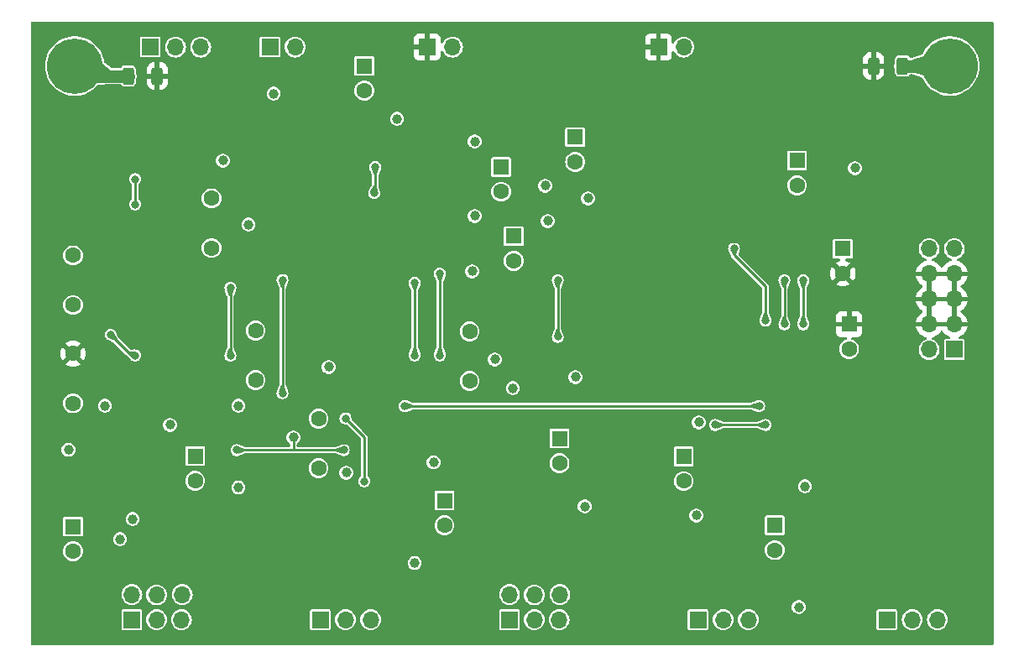
<source format=gbl>
G04 #@! TF.GenerationSoftware,KiCad,Pcbnew,8.0.4*
G04 #@! TF.CreationDate,2024-08-16T16:00:28+02:00*
G04 #@! TF.ProjectId,Purrtico_M,50757272-7469-4636-9f5f-4d2e6b696361,01*
G04 #@! TF.SameCoordinates,Original*
G04 #@! TF.FileFunction,Copper,L2,Bot*
G04 #@! TF.FilePolarity,Positive*
%FSLAX46Y46*%
G04 Gerber Fmt 4.6, Leading zero omitted, Abs format (unit mm)*
G04 Created by KiCad (PCBNEW 8.0.4) date 2024-08-16 16:00:28*
%MOMM*%
%LPD*%
G01*
G04 APERTURE LIST*
G04 Aperture macros list*
%AMRoundRect*
0 Rectangle with rounded corners*
0 $1 Rounding radius*
0 $2 $3 $4 $5 $6 $7 $8 $9 X,Y pos of 4 corners*
0 Add a 4 corners polygon primitive as box body*
4,1,4,$2,$3,$4,$5,$6,$7,$8,$9,$2,$3,0*
0 Add four circle primitives for the rounded corners*
1,1,$1+$1,$2,$3*
1,1,$1+$1,$4,$5*
1,1,$1+$1,$6,$7*
1,1,$1+$1,$8,$9*
0 Add four rect primitives between the rounded corners*
20,1,$1+$1,$2,$3,$4,$5,0*
20,1,$1+$1,$4,$5,$6,$7,0*
20,1,$1+$1,$6,$7,$8,$9,0*
20,1,$1+$1,$8,$9,$2,$3,0*%
G04 Aperture macros list end*
G04 #@! TA.AperFunction,ComponentPad*
%ADD10C,1.000000*%
G04 #@! TD*
G04 #@! TA.AperFunction,ComponentPad*
%ADD11R,1.700000X1.700000*%
G04 #@! TD*
G04 #@! TA.AperFunction,ComponentPad*
%ADD12O,1.700000X1.700000*%
G04 #@! TD*
G04 #@! TA.AperFunction,ComponentPad*
%ADD13C,5.600000*%
G04 #@! TD*
G04 #@! TA.AperFunction,ComponentPad*
%ADD14R,1.600000X1.600000*%
G04 #@! TD*
G04 #@! TA.AperFunction,ComponentPad*
%ADD15C,1.600000*%
G04 #@! TD*
G04 #@! TA.AperFunction,SMDPad,CuDef*
%ADD16RoundRect,0.250000X-0.312500X-0.625000X0.312500X-0.625000X0.312500X0.625000X-0.312500X0.625000X0*%
G04 #@! TD*
G04 #@! TA.AperFunction,SMDPad,CuDef*
%ADD17RoundRect,0.250000X0.312500X0.625000X-0.312500X0.625000X-0.312500X-0.625000X0.312500X-0.625000X0*%
G04 #@! TD*
G04 #@! TA.AperFunction,ViaPad*
%ADD18C,0.800000*%
G04 #@! TD*
G04 #@! TA.AperFunction,Conductor*
%ADD19C,0.254000*%
G04 #@! TD*
G04 #@! TA.AperFunction,Conductor*
%ADD20C,0.250000*%
G04 #@! TD*
G04 #@! TA.AperFunction,Conductor*
%ADD21C,1.270000*%
G04 #@! TD*
G04 APERTURE END LIST*
D10*
X111204000Y-70266000D03*
X124158000Y-36830000D03*
X126190000Y-58836000D03*
D11*
X172545000Y-57820000D03*
D12*
X170005000Y-57820000D03*
X172545000Y-55280000D03*
X170005000Y-55280000D03*
X172545000Y-52740000D03*
X170005000Y-52740000D03*
X172545000Y-50200000D03*
X170005000Y-50200000D03*
X172545000Y-47660000D03*
X170005000Y-47660000D03*
D13*
X172085000Y-29210000D03*
D10*
X131270000Y-41310000D03*
D14*
X156670000Y-38770000D03*
D15*
X156670000Y-41270000D03*
D10*
X128016000Y-61722000D03*
D11*
X91440000Y-27305000D03*
D12*
X93980000Y-27305000D03*
X96520000Y-27305000D03*
D14*
X132715000Y-66797621D03*
D15*
X132715000Y-69297621D03*
D14*
X83645000Y-75692000D03*
D15*
X83645000Y-78192000D03*
X97615000Y-42580000D03*
X97615000Y-47580000D03*
D14*
X95964000Y-68580000D03*
D15*
X95964000Y-71080000D03*
D10*
X101346000Y-45212000D03*
X135588000Y-42580000D03*
X100330000Y-63500000D03*
X162512000Y-39530000D03*
X146510000Y-74584000D03*
D11*
X89575640Y-85090000D03*
D12*
X92075640Y-85090000D03*
X94575640Y-85090000D03*
X89575640Y-82550000D03*
X92075640Y-82590000D03*
X94655640Y-82550000D03*
D10*
X93424000Y-65440000D03*
D14*
X161290000Y-47660000D03*
D15*
X161290000Y-50160000D03*
D10*
X83185000Y-67945000D03*
X116332000Y-34544000D03*
D11*
X103505000Y-27305000D03*
D12*
X106045000Y-27305000D03*
D15*
X108410000Y-64805000D03*
X108410000Y-69805000D03*
D11*
X127673100Y-85090000D03*
D12*
X130173100Y-85090000D03*
X132673100Y-85090000D03*
X127673100Y-82550000D03*
X130173100Y-82590000D03*
X132753100Y-82550000D03*
D15*
X123650000Y-60995000D03*
X123650000Y-55995000D03*
D10*
X86868000Y-63500000D03*
D14*
X121110000Y-73065000D03*
D15*
X121110000Y-75565000D03*
D14*
X126825000Y-39405000D03*
D15*
X126825000Y-41905000D03*
D11*
X142700000Y-27305000D03*
D12*
X145240000Y-27305000D03*
D10*
X131524000Y-44866000D03*
D15*
X83645000Y-63246000D03*
X83645000Y-58246000D03*
D14*
X134300000Y-36400000D03*
D15*
X134300000Y-38900000D03*
D10*
X118110000Y-79375000D03*
X157480000Y-71628000D03*
D14*
X113030000Y-29210000D03*
D15*
X113030000Y-31710000D03*
D10*
X88392000Y-76962000D03*
X134318000Y-60614000D03*
X123904000Y-49946000D03*
X89662000Y-74930000D03*
D11*
X146685000Y-85090000D03*
D12*
X149225000Y-85090000D03*
X151765000Y-85090000D03*
D10*
X105870000Y-66710000D03*
X109426000Y-59598000D03*
D11*
X165750240Y-85090000D03*
D12*
X168290240Y-85090000D03*
X170830240Y-85090000D03*
D10*
X120015000Y-69215000D03*
X146764000Y-65186000D03*
D15*
X83645000Y-48335000D03*
X83645000Y-53335000D03*
X102060000Y-55915000D03*
X102060000Y-60915000D03*
D13*
X83820000Y-29210000D03*
D14*
X128095000Y-46390000D03*
D15*
X128095000Y-48890000D03*
D10*
X156845000Y-83820000D03*
D11*
X108585000Y-85090000D03*
D12*
X111125000Y-85090000D03*
X113665000Y-85090000D03*
D14*
X145240000Y-68615000D03*
D15*
X145240000Y-71115000D03*
D14*
X154432000Y-75565000D03*
D15*
X154432000Y-78065000D03*
D14*
X161925000Y-55280000D03*
D15*
X161925000Y-57780000D03*
D10*
X103886000Y-32004000D03*
D11*
X119380000Y-27305000D03*
D12*
X121920000Y-27305000D03*
D10*
X98758000Y-38770000D03*
X135255000Y-73660000D03*
X124158000Y-44358000D03*
X100330000Y-71755000D03*
D16*
X164399500Y-29210000D03*
X167324500Y-29210000D03*
D17*
X92140500Y-30226000D03*
X89215500Y-30226000D03*
D18*
X132540000Y-56550000D03*
X132540000Y-50835000D03*
X153495000Y-65440000D03*
X157305000Y-50835000D03*
X148415000Y-65440000D03*
X157305000Y-55280000D03*
X155400000Y-50835000D03*
X152860000Y-63535000D03*
X117094000Y-63535000D03*
X155400000Y-55280000D03*
X111125000Y-64770000D03*
X113030000Y-71120000D03*
X142065000Y-48930000D03*
X113490000Y-57820000D03*
X91900000Y-53375000D03*
X113285000Y-45550000D03*
X109885000Y-45550000D03*
X142157000Y-57820000D03*
X95075000Y-45120000D03*
X142065000Y-45120000D03*
X91265000Y-61630000D03*
X87884000Y-74168000D03*
X145832433Y-57779946D03*
X95075000Y-61630000D03*
X124968000Y-79756000D03*
X109855000Y-48260000D03*
X95075000Y-48930000D03*
X139192000Y-77470000D03*
X109772000Y-57809128D03*
X113490000Y-60995000D03*
X142240000Y-61468000D03*
X111379000Y-79375000D03*
X111760000Y-76835000D03*
X91440000Y-48895000D03*
X163020000Y-34960000D03*
X91265000Y-45120000D03*
X145796000Y-61468000D03*
X145875000Y-45120000D03*
X109680000Y-60995000D03*
X130000000Y-33055000D03*
X154305000Y-45720000D03*
X89916000Y-58420000D03*
X87439500Y-56324500D03*
X153495000Y-54927500D03*
X150320000Y-47660000D03*
X89916000Y-43180000D03*
X89916000Y-40640000D03*
X120650000Y-58420000D03*
X120650000Y-50165000D03*
X118110000Y-51089000D03*
X118110000Y-58420000D03*
X110950000Y-67980000D03*
X99520000Y-58455000D03*
X99520000Y-51627000D03*
X100155000Y-67980000D03*
X104775000Y-50800000D03*
X104775000Y-62230000D03*
X114125000Y-39405000D03*
X114012000Y-42058000D03*
D19*
X132540000Y-56550000D02*
X132540000Y-50835000D01*
X148415000Y-65440000D02*
X153495000Y-65440000D01*
X157305000Y-50835000D02*
X157305000Y-55280000D01*
X117094000Y-63535000D02*
X152860000Y-63535000D01*
X155400000Y-55280000D02*
X155400000Y-50835000D01*
X113030000Y-71120000D02*
X113030000Y-66675000D01*
X113030000Y-66675000D02*
X111125000Y-64770000D01*
D20*
X89535000Y-58420000D02*
X87439500Y-56324500D01*
X89916000Y-58420000D02*
X89535000Y-58420000D01*
D19*
X150320000Y-48295000D02*
X150320000Y-47660000D01*
X153495000Y-51470000D02*
X150320000Y-48295000D01*
X153495000Y-54927500D02*
X153495000Y-51470000D01*
D20*
X89916000Y-40640000D02*
X89916000Y-43180000D01*
D19*
X120650000Y-58420000D02*
X120650000Y-50165000D01*
X118110000Y-58420000D02*
X118110000Y-51089000D01*
X99520000Y-58455000D02*
X99520000Y-51627000D01*
X105870000Y-67980000D02*
X110950000Y-67980000D01*
X100155000Y-67980000D02*
X105870000Y-67980000D01*
D20*
X105870000Y-66710000D02*
X105870000Y-67980000D01*
X104775000Y-50800000D02*
X104775000Y-62230000D01*
D19*
X114125000Y-41945000D02*
X114125000Y-39405000D01*
X114012000Y-42058000D02*
X114125000Y-41945000D01*
D21*
X89215500Y-30226000D02*
X84836000Y-30226000D01*
X167324500Y-29210000D02*
X172085000Y-29210000D01*
G04 #@! TA.AperFunction,Conductor*
G36*
X132899138Y-50983731D02*
G01*
X132905456Y-50990078D01*
X132905591Y-50998637D01*
X132669847Y-51627407D01*
X132663734Y-51633951D01*
X132658892Y-51635000D01*
X132421108Y-51635000D01*
X132412835Y-51631573D01*
X132410153Y-51627407D01*
X132174408Y-50998635D01*
X132174712Y-50989688D01*
X132180859Y-50983732D01*
X132535500Y-50835875D01*
X132544449Y-50835855D01*
X132899138Y-50983731D01*
G37*
G04 #@! TD.AperFunction*
G04 #@! TA.AperFunction,Conductor*
G36*
X118237165Y-57623427D02*
G01*
X118239847Y-57627593D01*
X118475591Y-58256362D01*
X118475287Y-58265311D01*
X118469138Y-58271268D01*
X118114502Y-58419123D01*
X118105548Y-58419144D01*
X118105498Y-58419123D01*
X117750861Y-58271268D01*
X117744543Y-58264921D01*
X117744408Y-58256364D01*
X117980153Y-57627592D01*
X117986266Y-57621049D01*
X117991108Y-57620000D01*
X118228892Y-57620000D01*
X118237165Y-57623427D01*
G37*
G04 #@! TD.AperFunction*
G04 #@! TA.AperFunction,Conductor*
G36*
X132667165Y-55753427D02*
G01*
X132669847Y-55757593D01*
X132905591Y-56386362D01*
X132905287Y-56395311D01*
X132899138Y-56401268D01*
X132544502Y-56549123D01*
X132535548Y-56549144D01*
X132535498Y-56549123D01*
X132180861Y-56401268D01*
X132174543Y-56394921D01*
X132174408Y-56386364D01*
X132410153Y-55757592D01*
X132416266Y-55751049D01*
X132421108Y-55750000D01*
X132658892Y-55750000D01*
X132667165Y-55753427D01*
G37*
G04 #@! TD.AperFunction*
G04 #@! TA.AperFunction,Conductor*
G36*
X89912411Y-58023505D02*
G01*
X89916018Y-58031701D01*
X89916021Y-58031936D01*
X89916698Y-58415831D01*
X89913286Y-58424111D01*
X89913250Y-58424146D01*
X89641497Y-58694544D01*
X89633216Y-58697950D01*
X89624951Y-58694502D01*
X89624905Y-58694456D01*
X89156060Y-58217970D01*
X89152700Y-58209669D01*
X89156126Y-58201492D01*
X89321377Y-58036241D01*
X89329391Y-58032818D01*
X89904066Y-58020260D01*
X89912411Y-58023505D01*
G37*
G04 #@! TD.AperFunction*
G04 #@! TA.AperFunction,Conductor*
G36*
X120777165Y-57623427D02*
G01*
X120779847Y-57627593D01*
X121015591Y-58256362D01*
X121015287Y-58265311D01*
X121009138Y-58271268D01*
X120654502Y-58419123D01*
X120645548Y-58419144D01*
X120645498Y-58419123D01*
X120290861Y-58271268D01*
X120284543Y-58264921D01*
X120284408Y-58256364D01*
X120520153Y-57627592D01*
X120526266Y-57621049D01*
X120531108Y-57620000D01*
X120768892Y-57620000D01*
X120777165Y-57623427D01*
G37*
G04 #@! TD.AperFunction*
G04 #@! TA.AperFunction,Conductor*
G36*
X121009138Y-50313731D02*
G01*
X121015456Y-50320078D01*
X121015591Y-50328637D01*
X120779847Y-50957407D01*
X120773734Y-50963951D01*
X120768892Y-50965000D01*
X120531108Y-50965000D01*
X120522835Y-50961573D01*
X120520153Y-50957407D01*
X120284408Y-50328635D01*
X120284712Y-50319688D01*
X120290859Y-50313732D01*
X120645500Y-50165875D01*
X120654449Y-50165855D01*
X121009138Y-50313731D01*
G37*
G04 #@! TD.AperFunction*
G04 #@! TA.AperFunction,Conductor*
G36*
X155527165Y-54483427D02*
G01*
X155529847Y-54487593D01*
X155765591Y-55116362D01*
X155765287Y-55125311D01*
X155759138Y-55131268D01*
X155404502Y-55279123D01*
X155395548Y-55279144D01*
X155395498Y-55279123D01*
X155040861Y-55131268D01*
X155034543Y-55124921D01*
X155034408Y-55116364D01*
X155270153Y-54487592D01*
X155276266Y-54481049D01*
X155281108Y-54480000D01*
X155518892Y-54480000D01*
X155527165Y-54483427D01*
G37*
G04 #@! TD.AperFunction*
G04 #@! TA.AperFunction,Conductor*
G36*
X157664138Y-50983731D02*
G01*
X157670456Y-50990078D01*
X157670591Y-50998637D01*
X157434847Y-51627407D01*
X157428734Y-51633951D01*
X157423892Y-51635000D01*
X157186108Y-51635000D01*
X157177835Y-51631573D01*
X157175153Y-51627407D01*
X156939408Y-50998635D01*
X156939712Y-50989688D01*
X156945859Y-50983732D01*
X157300500Y-50835875D01*
X157309449Y-50835855D01*
X157664138Y-50983731D01*
G37*
G04 #@! TD.AperFunction*
G04 #@! TA.AperFunction,Conductor*
G36*
X149207407Y-65310153D02*
G01*
X149213951Y-65316266D01*
X149215000Y-65321108D01*
X149215000Y-65558891D01*
X149211573Y-65567164D01*
X149207407Y-65569846D01*
X148578637Y-65805591D01*
X148569688Y-65805287D01*
X148563731Y-65799138D01*
X148415875Y-65444499D01*
X148415855Y-65435550D01*
X148563732Y-65080859D01*
X148570078Y-65074543D01*
X148578635Y-65074408D01*
X149207407Y-65310153D01*
G37*
G04 #@! TD.AperFunction*
G04 #@! TA.AperFunction,Conductor*
G36*
X100947407Y-67850153D02*
G01*
X100953951Y-67856266D01*
X100955000Y-67861108D01*
X100955000Y-68098891D01*
X100951573Y-68107164D01*
X100947407Y-68109846D01*
X100318637Y-68345591D01*
X100309688Y-68345287D01*
X100303731Y-68339138D01*
X100155875Y-67984499D01*
X100155855Y-67975550D01*
X100303732Y-67620859D01*
X100310078Y-67614543D01*
X100318635Y-67614408D01*
X100947407Y-67850153D01*
G37*
G04 #@! TD.AperFunction*
G04 #@! TA.AperFunction,Conductor*
G36*
X153340311Y-65074712D02*
G01*
X153346268Y-65080861D01*
X153494123Y-65435498D01*
X153494144Y-65444452D01*
X153494123Y-65444502D01*
X153346268Y-65799138D01*
X153339921Y-65805456D01*
X153331362Y-65805591D01*
X152702593Y-65569846D01*
X152696049Y-65563733D01*
X152695000Y-65558891D01*
X152695000Y-65321108D01*
X152698427Y-65312835D01*
X152702593Y-65310153D01*
X153331364Y-65074408D01*
X153340311Y-65074712D01*
G37*
G04 #@! TD.AperFunction*
G04 #@! TA.AperFunction,Conductor*
G36*
X114484138Y-39553731D02*
G01*
X114490456Y-39560078D01*
X114490591Y-39568637D01*
X114254847Y-40197407D01*
X114248734Y-40203951D01*
X114243892Y-40205000D01*
X114006108Y-40205000D01*
X113997835Y-40201573D01*
X113995153Y-40197407D01*
X113759408Y-39568635D01*
X113759712Y-39559688D01*
X113765859Y-39553732D01*
X114120500Y-39405875D01*
X114129449Y-39405855D01*
X114484138Y-39553731D01*
G37*
G04 #@! TD.AperFunction*
G04 #@! TA.AperFunction,Conductor*
G36*
X172079075Y-55087007D02*
G01*
X172045000Y-55214174D01*
X172045000Y-55345826D01*
X172079075Y-55472993D01*
X172111988Y-55530000D01*
X170438012Y-55530000D01*
X170470925Y-55472993D01*
X170505000Y-55345826D01*
X170505000Y-55214174D01*
X170470925Y-55087007D01*
X170438012Y-55030000D01*
X172111988Y-55030000D01*
X172079075Y-55087007D01*
G37*
G04 #@! TD.AperFunction*
G04 #@! TA.AperFunction,Conductor*
G36*
X170255000Y-54846988D02*
G01*
X170197993Y-54814075D01*
X170070826Y-54780000D01*
X169939174Y-54780000D01*
X169812007Y-54814075D01*
X169755000Y-54846988D01*
X169755000Y-53173012D01*
X169812007Y-53205925D01*
X169939174Y-53240000D01*
X170070826Y-53240000D01*
X170197993Y-53205925D01*
X170255000Y-53173012D01*
X170255000Y-54846988D01*
G37*
G04 #@! TD.AperFunction*
G04 #@! TA.AperFunction,Conductor*
G36*
X172795000Y-54846988D02*
G01*
X172737993Y-54814075D01*
X172610826Y-54780000D01*
X172479174Y-54780000D01*
X172352007Y-54814075D01*
X172295000Y-54846988D01*
X172295000Y-53173012D01*
X172352007Y-53205925D01*
X172479174Y-53240000D01*
X172610826Y-53240000D01*
X172737993Y-53205925D01*
X172795000Y-53173012D01*
X172795000Y-54846988D01*
G37*
G04 #@! TD.AperFunction*
G04 #@! TA.AperFunction,Conductor*
G36*
X172079075Y-52547007D02*
G01*
X172045000Y-52674174D01*
X172045000Y-52805826D01*
X172079075Y-52932993D01*
X172111988Y-52990000D01*
X170438012Y-52990000D01*
X170470925Y-52932993D01*
X170505000Y-52805826D01*
X170505000Y-52674174D01*
X170470925Y-52547007D01*
X170438012Y-52490000D01*
X172111988Y-52490000D01*
X172079075Y-52547007D01*
G37*
G04 #@! TD.AperFunction*
G04 #@! TA.AperFunction,Conductor*
G36*
X170255000Y-52306988D02*
G01*
X170197993Y-52274075D01*
X170070826Y-52240000D01*
X169939174Y-52240000D01*
X169812007Y-52274075D01*
X169755000Y-52306988D01*
X169755000Y-50633012D01*
X169812007Y-50665925D01*
X169939174Y-50700000D01*
X170070826Y-50700000D01*
X170197993Y-50665925D01*
X170255000Y-50633012D01*
X170255000Y-52306988D01*
G37*
G04 #@! TD.AperFunction*
G04 #@! TA.AperFunction,Conductor*
G36*
X172795000Y-52306988D02*
G01*
X172737993Y-52274075D01*
X172610826Y-52240000D01*
X172479174Y-52240000D01*
X172352007Y-52274075D01*
X172295000Y-52306988D01*
X172295000Y-50633012D01*
X172352007Y-50665925D01*
X172479174Y-50700000D01*
X172610826Y-50700000D01*
X172737993Y-50665925D01*
X172795000Y-50633012D01*
X172795000Y-52306988D01*
G37*
G04 #@! TD.AperFunction*
G04 #@! TA.AperFunction,Conductor*
G36*
X172079075Y-50007007D02*
G01*
X172045000Y-50134174D01*
X172045000Y-50265826D01*
X172079075Y-50392993D01*
X172111988Y-50450000D01*
X170438012Y-50450000D01*
X170470925Y-50392993D01*
X170505000Y-50265826D01*
X170505000Y-50134174D01*
X170470925Y-50007007D01*
X170438012Y-49950000D01*
X172111988Y-49950000D01*
X172079075Y-50007007D01*
G37*
G04 #@! TD.AperFunction*
G04 #@! TA.AperFunction,Conductor*
G36*
X176473039Y-24784685D02*
G01*
X176518794Y-24837489D01*
X176530000Y-24889000D01*
X176530000Y-87506000D01*
X176510315Y-87573039D01*
X176457511Y-87618794D01*
X176406000Y-87630000D01*
X79499000Y-87630000D01*
X79431961Y-87610315D01*
X79386206Y-87557511D01*
X79375000Y-87506000D01*
X79375000Y-84220247D01*
X88525140Y-84220247D01*
X88525140Y-85959752D01*
X88536771Y-86018229D01*
X88536772Y-86018230D01*
X88581087Y-86084552D01*
X88647409Y-86128867D01*
X88647410Y-86128868D01*
X88705887Y-86140499D01*
X88705890Y-86140500D01*
X88705892Y-86140500D01*
X90445390Y-86140500D01*
X90445391Y-86140499D01*
X90460208Y-86137552D01*
X90503869Y-86128868D01*
X90503869Y-86128867D01*
X90503871Y-86128867D01*
X90570192Y-86084552D01*
X90614507Y-86018231D01*
X90614507Y-86018229D01*
X90614508Y-86018229D01*
X90626139Y-85959752D01*
X90626140Y-85959750D01*
X90626140Y-85090000D01*
X91020057Y-85090000D01*
X91040339Y-85295932D01*
X91040340Y-85295934D01*
X91100408Y-85493954D01*
X91197955Y-85676450D01*
X91197957Y-85676452D01*
X91329229Y-85836410D01*
X91425849Y-85915702D01*
X91489190Y-85967685D01*
X91671686Y-86065232D01*
X91869706Y-86125300D01*
X91869705Y-86125300D01*
X91888169Y-86127118D01*
X92075640Y-86145583D01*
X92281574Y-86125300D01*
X92479594Y-86065232D01*
X92662090Y-85967685D01*
X92822050Y-85836410D01*
X92953325Y-85676450D01*
X93050872Y-85493954D01*
X93110940Y-85295934D01*
X93131223Y-85090000D01*
X93520057Y-85090000D01*
X93540339Y-85295932D01*
X93540340Y-85295934D01*
X93600408Y-85493954D01*
X93697955Y-85676450D01*
X93697957Y-85676452D01*
X93829229Y-85836410D01*
X93925849Y-85915702D01*
X93989190Y-85967685D01*
X94171686Y-86065232D01*
X94369706Y-86125300D01*
X94369705Y-86125300D01*
X94388169Y-86127118D01*
X94575640Y-86145583D01*
X94781574Y-86125300D01*
X94979594Y-86065232D01*
X95162090Y-85967685D01*
X95322050Y-85836410D01*
X95453325Y-85676450D01*
X95550872Y-85493954D01*
X95610940Y-85295934D01*
X95631223Y-85090000D01*
X95610940Y-84884066D01*
X95550872Y-84686046D01*
X95453325Y-84503550D01*
X95401342Y-84440209D01*
X95322050Y-84343589D01*
X95171761Y-84220252D01*
X95171755Y-84220247D01*
X107534500Y-84220247D01*
X107534500Y-85959752D01*
X107546131Y-86018229D01*
X107546132Y-86018230D01*
X107590447Y-86084552D01*
X107656769Y-86128867D01*
X107656770Y-86128868D01*
X107715247Y-86140499D01*
X107715250Y-86140500D01*
X107715252Y-86140500D01*
X109454750Y-86140500D01*
X109454751Y-86140499D01*
X109469568Y-86137552D01*
X109513229Y-86128868D01*
X109513229Y-86128867D01*
X109513231Y-86128867D01*
X109579552Y-86084552D01*
X109623867Y-86018231D01*
X109623867Y-86018229D01*
X109623868Y-86018229D01*
X109635499Y-85959752D01*
X109635500Y-85959750D01*
X109635500Y-85090000D01*
X110069417Y-85090000D01*
X110089699Y-85295932D01*
X110089700Y-85295934D01*
X110149768Y-85493954D01*
X110247315Y-85676450D01*
X110247317Y-85676452D01*
X110378589Y-85836410D01*
X110475209Y-85915702D01*
X110538550Y-85967685D01*
X110721046Y-86065232D01*
X110919066Y-86125300D01*
X110919065Y-86125300D01*
X110937529Y-86127118D01*
X111125000Y-86145583D01*
X111330934Y-86125300D01*
X111528954Y-86065232D01*
X111711450Y-85967685D01*
X111871410Y-85836410D01*
X112002685Y-85676450D01*
X112100232Y-85493954D01*
X112160300Y-85295934D01*
X112180583Y-85090000D01*
X112609417Y-85090000D01*
X112629699Y-85295932D01*
X112629700Y-85295934D01*
X112689768Y-85493954D01*
X112787315Y-85676450D01*
X112787317Y-85676452D01*
X112918589Y-85836410D01*
X113015209Y-85915702D01*
X113078550Y-85967685D01*
X113261046Y-86065232D01*
X113459066Y-86125300D01*
X113459065Y-86125300D01*
X113477529Y-86127118D01*
X113665000Y-86145583D01*
X113870934Y-86125300D01*
X114068954Y-86065232D01*
X114251450Y-85967685D01*
X114411410Y-85836410D01*
X114542685Y-85676450D01*
X114640232Y-85493954D01*
X114700300Y-85295934D01*
X114720583Y-85090000D01*
X114700300Y-84884066D01*
X114640232Y-84686046D01*
X114542685Y-84503550D01*
X114490702Y-84440209D01*
X114411410Y-84343589D01*
X114261121Y-84220252D01*
X114261115Y-84220247D01*
X126622600Y-84220247D01*
X126622600Y-85959752D01*
X126634231Y-86018229D01*
X126634232Y-86018230D01*
X126678547Y-86084552D01*
X126744869Y-86128867D01*
X126744870Y-86128868D01*
X126803347Y-86140499D01*
X126803350Y-86140500D01*
X126803352Y-86140500D01*
X128542850Y-86140500D01*
X128542851Y-86140499D01*
X128557668Y-86137552D01*
X128601329Y-86128868D01*
X128601329Y-86128867D01*
X128601331Y-86128867D01*
X128667652Y-86084552D01*
X128711967Y-86018231D01*
X128711967Y-86018229D01*
X128711968Y-86018229D01*
X128723599Y-85959752D01*
X128723600Y-85959750D01*
X128723600Y-85090000D01*
X129117517Y-85090000D01*
X129137799Y-85295932D01*
X129137800Y-85295934D01*
X129197868Y-85493954D01*
X129295415Y-85676450D01*
X129295417Y-85676452D01*
X129426689Y-85836410D01*
X129523309Y-85915702D01*
X129586650Y-85967685D01*
X129769146Y-86065232D01*
X129967166Y-86125300D01*
X129967165Y-86125300D01*
X129985629Y-86127118D01*
X130173100Y-86145583D01*
X130379034Y-86125300D01*
X130577054Y-86065232D01*
X130759550Y-85967685D01*
X130919510Y-85836410D01*
X131050785Y-85676450D01*
X131148332Y-85493954D01*
X131208400Y-85295934D01*
X131228683Y-85090000D01*
X131617517Y-85090000D01*
X131637799Y-85295932D01*
X131637800Y-85295934D01*
X131697868Y-85493954D01*
X131795415Y-85676450D01*
X131795417Y-85676452D01*
X131926689Y-85836410D01*
X132023309Y-85915702D01*
X132086650Y-85967685D01*
X132269146Y-86065232D01*
X132467166Y-86125300D01*
X132467165Y-86125300D01*
X132485629Y-86127118D01*
X132673100Y-86145583D01*
X132879034Y-86125300D01*
X133077054Y-86065232D01*
X133259550Y-85967685D01*
X133419510Y-85836410D01*
X133550785Y-85676450D01*
X133648332Y-85493954D01*
X133708400Y-85295934D01*
X133728683Y-85090000D01*
X133708400Y-84884066D01*
X133648332Y-84686046D01*
X133550785Y-84503550D01*
X133498802Y-84440209D01*
X133419510Y-84343589D01*
X133269221Y-84220252D01*
X133269215Y-84220247D01*
X145634500Y-84220247D01*
X145634500Y-85959752D01*
X145646131Y-86018229D01*
X145646132Y-86018230D01*
X145690447Y-86084552D01*
X145756769Y-86128867D01*
X145756770Y-86128868D01*
X145815247Y-86140499D01*
X145815250Y-86140500D01*
X145815252Y-86140500D01*
X147554750Y-86140500D01*
X147554751Y-86140499D01*
X147569568Y-86137552D01*
X147613229Y-86128868D01*
X147613229Y-86128867D01*
X147613231Y-86128867D01*
X147679552Y-86084552D01*
X147723867Y-86018231D01*
X147723867Y-86018229D01*
X147723868Y-86018229D01*
X147735499Y-85959752D01*
X147735500Y-85959750D01*
X147735500Y-85090000D01*
X148169417Y-85090000D01*
X148189699Y-85295932D01*
X148189700Y-85295934D01*
X148249768Y-85493954D01*
X148347315Y-85676450D01*
X148347317Y-85676452D01*
X148478589Y-85836410D01*
X148575209Y-85915702D01*
X148638550Y-85967685D01*
X148821046Y-86065232D01*
X149019066Y-86125300D01*
X149019065Y-86125300D01*
X149037529Y-86127118D01*
X149225000Y-86145583D01*
X149430934Y-86125300D01*
X149628954Y-86065232D01*
X149811450Y-85967685D01*
X149971410Y-85836410D01*
X150102685Y-85676450D01*
X150200232Y-85493954D01*
X150260300Y-85295934D01*
X150280583Y-85090000D01*
X150709417Y-85090000D01*
X150729699Y-85295932D01*
X150729700Y-85295934D01*
X150789768Y-85493954D01*
X150887315Y-85676450D01*
X150887317Y-85676452D01*
X151018589Y-85836410D01*
X151115209Y-85915702D01*
X151178550Y-85967685D01*
X151361046Y-86065232D01*
X151559066Y-86125300D01*
X151559065Y-86125300D01*
X151577529Y-86127118D01*
X151765000Y-86145583D01*
X151970934Y-86125300D01*
X152168954Y-86065232D01*
X152351450Y-85967685D01*
X152511410Y-85836410D01*
X152642685Y-85676450D01*
X152740232Y-85493954D01*
X152800300Y-85295934D01*
X152820583Y-85090000D01*
X152800300Y-84884066D01*
X152740232Y-84686046D01*
X152642685Y-84503550D01*
X152590702Y-84440209D01*
X152511410Y-84343589D01*
X152361121Y-84220252D01*
X152351450Y-84212315D01*
X152168954Y-84114768D01*
X151970934Y-84054700D01*
X151970932Y-84054699D01*
X151970934Y-84054699D01*
X151765000Y-84034417D01*
X151559067Y-84054699D01*
X151361043Y-84114769D01*
X151273114Y-84161769D01*
X151178550Y-84212315D01*
X151178548Y-84212316D01*
X151178547Y-84212317D01*
X151018589Y-84343589D01*
X150887317Y-84503547D01*
X150789769Y-84686043D01*
X150729699Y-84884067D01*
X150709417Y-85090000D01*
X150280583Y-85090000D01*
X150260300Y-84884066D01*
X150200232Y-84686046D01*
X150102685Y-84503550D01*
X150050702Y-84440209D01*
X149971410Y-84343589D01*
X149821121Y-84220252D01*
X149811450Y-84212315D01*
X149628954Y-84114768D01*
X149430934Y-84054700D01*
X149430932Y-84054699D01*
X149430934Y-84054699D01*
X149225000Y-84034417D01*
X149019067Y-84054699D01*
X148821043Y-84114769D01*
X148733114Y-84161769D01*
X148638550Y-84212315D01*
X148638548Y-84212316D01*
X148638547Y-84212317D01*
X148478589Y-84343589D01*
X148347317Y-84503547D01*
X148249769Y-84686043D01*
X148189699Y-84884067D01*
X148169417Y-85090000D01*
X147735500Y-85090000D01*
X147735500Y-84220249D01*
X147735499Y-84220247D01*
X147723868Y-84161770D01*
X147723867Y-84161769D01*
X147679552Y-84095447D01*
X147613230Y-84051132D01*
X147613229Y-84051131D01*
X147554752Y-84039500D01*
X147554748Y-84039500D01*
X145815252Y-84039500D01*
X145815247Y-84039500D01*
X145756770Y-84051131D01*
X145756769Y-84051132D01*
X145690447Y-84095447D01*
X145646132Y-84161769D01*
X145646131Y-84161770D01*
X145634500Y-84220247D01*
X133269215Y-84220247D01*
X133259550Y-84212315D01*
X133077054Y-84114768D01*
X132879034Y-84054700D01*
X132879032Y-84054699D01*
X132879034Y-84054699D01*
X132673100Y-84034417D01*
X132467167Y-84054699D01*
X132269143Y-84114769D01*
X132181214Y-84161769D01*
X132086650Y-84212315D01*
X132086648Y-84212316D01*
X132086647Y-84212317D01*
X131926689Y-84343589D01*
X131795417Y-84503547D01*
X131697869Y-84686043D01*
X131637799Y-84884067D01*
X131617517Y-85090000D01*
X131228683Y-85090000D01*
X131208400Y-84884066D01*
X131148332Y-84686046D01*
X131050785Y-84503550D01*
X130998802Y-84440209D01*
X130919510Y-84343589D01*
X130769221Y-84220252D01*
X130759550Y-84212315D01*
X130577054Y-84114768D01*
X130379034Y-84054700D01*
X130379032Y-84054699D01*
X130379034Y-84054699D01*
X130173100Y-84034417D01*
X129967167Y-84054699D01*
X129769143Y-84114769D01*
X129681214Y-84161769D01*
X129586650Y-84212315D01*
X129586648Y-84212316D01*
X129586647Y-84212317D01*
X129426689Y-84343589D01*
X129295417Y-84503547D01*
X129197869Y-84686043D01*
X129137799Y-84884067D01*
X129117517Y-85090000D01*
X128723600Y-85090000D01*
X128723600Y-84220249D01*
X128723599Y-84220247D01*
X128711968Y-84161770D01*
X128711967Y-84161769D01*
X128667652Y-84095447D01*
X128601330Y-84051132D01*
X128601329Y-84051131D01*
X128542852Y-84039500D01*
X128542848Y-84039500D01*
X126803352Y-84039500D01*
X126803347Y-84039500D01*
X126744870Y-84051131D01*
X126744869Y-84051132D01*
X126678547Y-84095447D01*
X126634232Y-84161769D01*
X126634231Y-84161770D01*
X126622600Y-84220247D01*
X114261115Y-84220247D01*
X114251450Y-84212315D01*
X114068954Y-84114768D01*
X113870934Y-84054700D01*
X113870932Y-84054699D01*
X113870934Y-84054699D01*
X113665000Y-84034417D01*
X113459067Y-84054699D01*
X113261043Y-84114769D01*
X113173114Y-84161769D01*
X113078550Y-84212315D01*
X113078548Y-84212316D01*
X113078547Y-84212317D01*
X112918589Y-84343589D01*
X112787317Y-84503547D01*
X112689769Y-84686043D01*
X112629699Y-84884067D01*
X112609417Y-85090000D01*
X112180583Y-85090000D01*
X112160300Y-84884066D01*
X112100232Y-84686046D01*
X112002685Y-84503550D01*
X111950702Y-84440209D01*
X111871410Y-84343589D01*
X111721121Y-84220252D01*
X111711450Y-84212315D01*
X111528954Y-84114768D01*
X111330934Y-84054700D01*
X111330932Y-84054699D01*
X111330934Y-84054699D01*
X111125000Y-84034417D01*
X110919067Y-84054699D01*
X110721043Y-84114769D01*
X110633114Y-84161769D01*
X110538550Y-84212315D01*
X110538548Y-84212316D01*
X110538547Y-84212317D01*
X110378589Y-84343589D01*
X110247317Y-84503547D01*
X110149769Y-84686043D01*
X110089699Y-84884067D01*
X110069417Y-85090000D01*
X109635500Y-85090000D01*
X109635500Y-84220249D01*
X109635499Y-84220247D01*
X109623868Y-84161770D01*
X109623867Y-84161769D01*
X109579552Y-84095447D01*
X109513230Y-84051132D01*
X109513229Y-84051131D01*
X109454752Y-84039500D01*
X109454748Y-84039500D01*
X107715252Y-84039500D01*
X107715247Y-84039500D01*
X107656770Y-84051131D01*
X107656769Y-84051132D01*
X107590447Y-84095447D01*
X107546132Y-84161769D01*
X107546131Y-84161770D01*
X107534500Y-84220247D01*
X95171755Y-84220247D01*
X95162090Y-84212315D01*
X94979594Y-84114768D01*
X94781574Y-84054700D01*
X94781572Y-84054699D01*
X94781574Y-84054699D01*
X94575640Y-84034417D01*
X94369707Y-84054699D01*
X94171683Y-84114769D01*
X94083754Y-84161769D01*
X93989190Y-84212315D01*
X93989188Y-84212316D01*
X93989187Y-84212317D01*
X93829229Y-84343589D01*
X93697957Y-84503547D01*
X93600409Y-84686043D01*
X93540339Y-84884067D01*
X93520057Y-85090000D01*
X93131223Y-85090000D01*
X93110940Y-84884066D01*
X93050872Y-84686046D01*
X92953325Y-84503550D01*
X92901342Y-84440209D01*
X92822050Y-84343589D01*
X92671761Y-84220252D01*
X92662090Y-84212315D01*
X92479594Y-84114768D01*
X92281574Y-84054700D01*
X92281572Y-84054699D01*
X92281574Y-84054699D01*
X92075640Y-84034417D01*
X91869707Y-84054699D01*
X91671683Y-84114769D01*
X91583754Y-84161769D01*
X91489190Y-84212315D01*
X91489188Y-84212316D01*
X91489187Y-84212317D01*
X91329229Y-84343589D01*
X91197957Y-84503547D01*
X91100409Y-84686043D01*
X91040339Y-84884067D01*
X91020057Y-85090000D01*
X90626140Y-85090000D01*
X90626140Y-84220249D01*
X90626139Y-84220247D01*
X90614508Y-84161770D01*
X90614507Y-84161769D01*
X90570192Y-84095447D01*
X90503870Y-84051132D01*
X90503869Y-84051131D01*
X90445392Y-84039500D01*
X90445388Y-84039500D01*
X88705892Y-84039500D01*
X88705887Y-84039500D01*
X88647410Y-84051131D01*
X88647409Y-84051132D01*
X88581087Y-84095447D01*
X88536772Y-84161769D01*
X88536771Y-84161770D01*
X88525140Y-84220247D01*
X79375000Y-84220247D01*
X79375000Y-83820000D01*
X156139355Y-83820000D01*
X156159859Y-83988869D01*
X156159860Y-83988874D01*
X156220182Y-84147931D01*
X156282475Y-84238177D01*
X156316817Y-84287929D01*
X156379646Y-84343590D01*
X156444150Y-84400736D01*
X156594773Y-84479789D01*
X156594775Y-84479790D01*
X156759944Y-84520500D01*
X156930056Y-84520500D01*
X157095225Y-84479790D01*
X157174692Y-84438081D01*
X157245849Y-84400736D01*
X157245850Y-84400734D01*
X157245852Y-84400734D01*
X157373183Y-84287929D01*
X157419901Y-84220247D01*
X164699740Y-84220247D01*
X164699740Y-85959752D01*
X164711371Y-86018229D01*
X164711372Y-86018230D01*
X164755687Y-86084552D01*
X164822009Y-86128867D01*
X164822010Y-86128868D01*
X164880487Y-86140499D01*
X164880490Y-86140500D01*
X164880492Y-86140500D01*
X166619990Y-86140500D01*
X166619991Y-86140499D01*
X166634808Y-86137552D01*
X166678469Y-86128868D01*
X166678469Y-86128867D01*
X166678471Y-86128867D01*
X166744792Y-86084552D01*
X166789107Y-86018231D01*
X166789107Y-86018229D01*
X166789108Y-86018229D01*
X166800739Y-85959752D01*
X166800740Y-85959750D01*
X166800740Y-85090000D01*
X167234657Y-85090000D01*
X167254939Y-85295932D01*
X167254940Y-85295934D01*
X167315008Y-85493954D01*
X167412555Y-85676450D01*
X167412557Y-85676452D01*
X167543829Y-85836410D01*
X167640449Y-85915702D01*
X167703790Y-85967685D01*
X167886286Y-86065232D01*
X168084306Y-86125300D01*
X168084305Y-86125300D01*
X168102769Y-86127118D01*
X168290240Y-86145583D01*
X168496174Y-86125300D01*
X168694194Y-86065232D01*
X168876690Y-85967685D01*
X169036650Y-85836410D01*
X169167925Y-85676450D01*
X169265472Y-85493954D01*
X169325540Y-85295934D01*
X169345823Y-85090000D01*
X169774657Y-85090000D01*
X169794939Y-85295932D01*
X169794940Y-85295934D01*
X169855008Y-85493954D01*
X169952555Y-85676450D01*
X169952557Y-85676452D01*
X170083829Y-85836410D01*
X170180449Y-85915702D01*
X170243790Y-85967685D01*
X170426286Y-86065232D01*
X170624306Y-86125300D01*
X170624305Y-86125300D01*
X170642769Y-86127118D01*
X170830240Y-86145583D01*
X171036174Y-86125300D01*
X171234194Y-86065232D01*
X171416690Y-85967685D01*
X171576650Y-85836410D01*
X171707925Y-85676450D01*
X171805472Y-85493954D01*
X171865540Y-85295934D01*
X171885823Y-85090000D01*
X171865540Y-84884066D01*
X171805472Y-84686046D01*
X171707925Y-84503550D01*
X171655942Y-84440209D01*
X171576650Y-84343589D01*
X171426361Y-84220252D01*
X171416690Y-84212315D01*
X171234194Y-84114768D01*
X171036174Y-84054700D01*
X171036172Y-84054699D01*
X171036174Y-84054699D01*
X170830240Y-84034417D01*
X170624307Y-84054699D01*
X170426283Y-84114769D01*
X170338354Y-84161769D01*
X170243790Y-84212315D01*
X170243788Y-84212316D01*
X170243787Y-84212317D01*
X170083829Y-84343589D01*
X169952557Y-84503547D01*
X169855009Y-84686043D01*
X169794939Y-84884067D01*
X169774657Y-85090000D01*
X169345823Y-85090000D01*
X169325540Y-84884066D01*
X169265472Y-84686046D01*
X169167925Y-84503550D01*
X169115942Y-84440209D01*
X169036650Y-84343589D01*
X168886361Y-84220252D01*
X168876690Y-84212315D01*
X168694194Y-84114768D01*
X168496174Y-84054700D01*
X168496172Y-84054699D01*
X168496174Y-84054699D01*
X168290240Y-84034417D01*
X168084307Y-84054699D01*
X167886283Y-84114769D01*
X167798354Y-84161769D01*
X167703790Y-84212315D01*
X167703788Y-84212316D01*
X167703787Y-84212317D01*
X167543829Y-84343589D01*
X167412557Y-84503547D01*
X167315009Y-84686043D01*
X167254939Y-84884067D01*
X167234657Y-85090000D01*
X166800740Y-85090000D01*
X166800740Y-84220249D01*
X166800739Y-84220247D01*
X166789108Y-84161770D01*
X166789107Y-84161769D01*
X166744792Y-84095447D01*
X166678470Y-84051132D01*
X166678469Y-84051131D01*
X166619992Y-84039500D01*
X166619988Y-84039500D01*
X164880492Y-84039500D01*
X164880487Y-84039500D01*
X164822010Y-84051131D01*
X164822009Y-84051132D01*
X164755687Y-84095447D01*
X164711372Y-84161769D01*
X164711371Y-84161770D01*
X164699740Y-84220247D01*
X157419901Y-84220247D01*
X157469818Y-84147930D01*
X157530140Y-83988872D01*
X157550645Y-83820000D01*
X157530140Y-83651128D01*
X157469818Y-83492070D01*
X157373183Y-83352071D01*
X157245852Y-83239266D01*
X157245849Y-83239263D01*
X157095226Y-83160210D01*
X156930056Y-83119500D01*
X156759944Y-83119500D01*
X156594773Y-83160210D01*
X156444150Y-83239263D01*
X156316816Y-83352072D01*
X156220182Y-83492068D01*
X156159860Y-83651125D01*
X156159859Y-83651130D01*
X156139355Y-83820000D01*
X79375000Y-83820000D01*
X79375000Y-82550000D01*
X88520057Y-82550000D01*
X88540339Y-82755932D01*
X88570374Y-82854944D01*
X88600408Y-82953954D01*
X88697955Y-83136450D01*
X88697957Y-83136452D01*
X88829229Y-83296410D01*
X88925849Y-83375702D01*
X88989190Y-83427685D01*
X89171686Y-83525232D01*
X89369706Y-83585300D01*
X89369705Y-83585300D01*
X89388169Y-83587118D01*
X89575640Y-83605583D01*
X89781574Y-83585300D01*
X89979594Y-83525232D01*
X90162090Y-83427685D01*
X90322050Y-83296410D01*
X90453325Y-83136450D01*
X90550872Y-82953954D01*
X90610940Y-82755934D01*
X90627283Y-82590000D01*
X91020057Y-82590000D01*
X91040339Y-82795932D01*
X91040340Y-82795934D01*
X91100408Y-82993954D01*
X91197955Y-83176450D01*
X91197957Y-83176452D01*
X91329229Y-83336410D01*
X91348314Y-83352072D01*
X91489190Y-83467685D01*
X91671686Y-83565232D01*
X91869706Y-83625300D01*
X91869705Y-83625300D01*
X91888169Y-83627118D01*
X92075640Y-83645583D01*
X92281574Y-83625300D01*
X92479594Y-83565232D01*
X92662090Y-83467685D01*
X92822050Y-83336410D01*
X92953325Y-83176450D01*
X93050872Y-82993954D01*
X93110940Y-82795934D01*
X93131223Y-82590000D01*
X93127283Y-82550000D01*
X93600057Y-82550000D01*
X93620339Y-82755932D01*
X93650374Y-82854944D01*
X93680408Y-82953954D01*
X93777955Y-83136450D01*
X93777957Y-83136452D01*
X93909229Y-83296410D01*
X94005849Y-83375702D01*
X94069190Y-83427685D01*
X94251686Y-83525232D01*
X94449706Y-83585300D01*
X94449705Y-83585300D01*
X94468169Y-83587118D01*
X94655640Y-83605583D01*
X94861574Y-83585300D01*
X95059594Y-83525232D01*
X95242090Y-83427685D01*
X95402050Y-83296410D01*
X95533325Y-83136450D01*
X95630872Y-82953954D01*
X95690940Y-82755934D01*
X95711223Y-82550000D01*
X126617517Y-82550000D01*
X126637799Y-82755932D01*
X126667834Y-82854944D01*
X126697868Y-82953954D01*
X126795415Y-83136450D01*
X126795417Y-83136452D01*
X126926689Y-83296410D01*
X127023309Y-83375702D01*
X127086650Y-83427685D01*
X127269146Y-83525232D01*
X127467166Y-83585300D01*
X127467165Y-83585300D01*
X127485629Y-83587118D01*
X127673100Y-83605583D01*
X127879034Y-83585300D01*
X128077054Y-83525232D01*
X128259550Y-83427685D01*
X128419510Y-83296410D01*
X128550785Y-83136450D01*
X128648332Y-82953954D01*
X128708400Y-82755934D01*
X128724743Y-82590000D01*
X129117517Y-82590000D01*
X129137799Y-82795932D01*
X129137800Y-82795934D01*
X129197868Y-82993954D01*
X129295415Y-83176450D01*
X129295417Y-83176452D01*
X129426689Y-83336410D01*
X129445774Y-83352072D01*
X129586650Y-83467685D01*
X129769146Y-83565232D01*
X129967166Y-83625300D01*
X129967165Y-83625300D01*
X129985629Y-83627118D01*
X130173100Y-83645583D01*
X130379034Y-83625300D01*
X130577054Y-83565232D01*
X130759550Y-83467685D01*
X130919510Y-83336410D01*
X131050785Y-83176450D01*
X131148332Y-82993954D01*
X131208400Y-82795934D01*
X131228683Y-82590000D01*
X131224743Y-82550000D01*
X131697517Y-82550000D01*
X131717799Y-82755932D01*
X131747834Y-82854944D01*
X131777868Y-82953954D01*
X131875415Y-83136450D01*
X131875417Y-83136452D01*
X132006689Y-83296410D01*
X132103309Y-83375702D01*
X132166650Y-83427685D01*
X132349146Y-83525232D01*
X132547166Y-83585300D01*
X132547165Y-83585300D01*
X132565629Y-83587118D01*
X132753100Y-83605583D01*
X132959034Y-83585300D01*
X133157054Y-83525232D01*
X133339550Y-83427685D01*
X133499510Y-83296410D01*
X133630785Y-83136450D01*
X133728332Y-82953954D01*
X133788400Y-82755934D01*
X133808683Y-82550000D01*
X133788400Y-82344066D01*
X133728332Y-82146046D01*
X133630785Y-81963550D01*
X133532337Y-81843590D01*
X133499510Y-81803589D01*
X133339552Y-81672317D01*
X133339553Y-81672317D01*
X133339550Y-81672315D01*
X133157054Y-81574768D01*
X132959034Y-81514700D01*
X132959032Y-81514699D01*
X132959034Y-81514699D01*
X132753100Y-81494417D01*
X132547167Y-81514699D01*
X132349143Y-81574769D01*
X132274312Y-81614768D01*
X132166650Y-81672315D01*
X132166648Y-81672316D01*
X132166647Y-81672317D01*
X132006689Y-81803589D01*
X131875417Y-81963547D01*
X131875415Y-81963550D01*
X131836743Y-82035898D01*
X131777869Y-82146043D01*
X131717799Y-82344067D01*
X131697517Y-82550000D01*
X131224743Y-82550000D01*
X131208400Y-82384066D01*
X131148332Y-82186046D01*
X131050785Y-82003550D01*
X130998802Y-81940209D01*
X130919510Y-81843589D01*
X130759552Y-81712317D01*
X130759553Y-81712317D01*
X130759550Y-81712315D01*
X130577054Y-81614768D01*
X130379034Y-81554700D01*
X130379032Y-81554699D01*
X130379034Y-81554699D01*
X130173100Y-81534417D01*
X129967167Y-81554699D01*
X129769143Y-81614769D01*
X129661484Y-81672315D01*
X129586650Y-81712315D01*
X129586648Y-81712316D01*
X129586647Y-81712317D01*
X129426689Y-81843589D01*
X129295417Y-82003547D01*
X129197869Y-82186043D01*
X129137799Y-82384067D01*
X129117517Y-82590000D01*
X128724743Y-82590000D01*
X128728683Y-82550000D01*
X128708400Y-82344066D01*
X128648332Y-82146046D01*
X128550785Y-81963550D01*
X128452337Y-81843590D01*
X128419510Y-81803589D01*
X128259552Y-81672317D01*
X128259553Y-81672317D01*
X128259550Y-81672315D01*
X128077054Y-81574768D01*
X127879034Y-81514700D01*
X127879032Y-81514699D01*
X127879034Y-81514699D01*
X127673100Y-81494417D01*
X127467167Y-81514699D01*
X127269143Y-81574769D01*
X127194312Y-81614768D01*
X127086650Y-81672315D01*
X127086648Y-81672316D01*
X127086647Y-81672317D01*
X126926689Y-81803589D01*
X126795417Y-81963547D01*
X126795415Y-81963550D01*
X126756743Y-82035898D01*
X126697869Y-82146043D01*
X126637799Y-82344067D01*
X126617517Y-82550000D01*
X95711223Y-82550000D01*
X95690940Y-82344066D01*
X95630872Y-82146046D01*
X95533325Y-81963550D01*
X95434877Y-81843590D01*
X95402050Y-81803589D01*
X95242092Y-81672317D01*
X95242093Y-81672317D01*
X95242090Y-81672315D01*
X95059594Y-81574768D01*
X94861574Y-81514700D01*
X94861572Y-81514699D01*
X94861574Y-81514699D01*
X94655640Y-81494417D01*
X94449707Y-81514699D01*
X94251683Y-81574769D01*
X94176852Y-81614768D01*
X94069190Y-81672315D01*
X94069188Y-81672316D01*
X94069187Y-81672317D01*
X93909229Y-81803589D01*
X93777957Y-81963547D01*
X93777955Y-81963550D01*
X93739283Y-82035898D01*
X93680409Y-82146043D01*
X93620339Y-82344067D01*
X93600057Y-82550000D01*
X93127283Y-82550000D01*
X93110940Y-82384066D01*
X93050872Y-82186046D01*
X92953325Y-82003550D01*
X92901342Y-81940209D01*
X92822050Y-81843589D01*
X92662092Y-81712317D01*
X92662093Y-81712317D01*
X92662090Y-81712315D01*
X92479594Y-81614768D01*
X92281574Y-81554700D01*
X92281572Y-81554699D01*
X92281574Y-81554699D01*
X92075640Y-81534417D01*
X91869707Y-81554699D01*
X91671683Y-81614769D01*
X91564024Y-81672315D01*
X91489190Y-81712315D01*
X91489188Y-81712316D01*
X91489187Y-81712317D01*
X91329229Y-81843589D01*
X91197957Y-82003547D01*
X91100409Y-82186043D01*
X91040339Y-82384067D01*
X91020057Y-82590000D01*
X90627283Y-82590000D01*
X90631223Y-82550000D01*
X90610940Y-82344066D01*
X90550872Y-82146046D01*
X90453325Y-81963550D01*
X90354877Y-81843590D01*
X90322050Y-81803589D01*
X90162092Y-81672317D01*
X90162093Y-81672317D01*
X90162090Y-81672315D01*
X89979594Y-81574768D01*
X89781574Y-81514700D01*
X89781572Y-81514699D01*
X89781574Y-81514699D01*
X89575640Y-81494417D01*
X89369707Y-81514699D01*
X89171683Y-81574769D01*
X89096852Y-81614768D01*
X88989190Y-81672315D01*
X88989188Y-81672316D01*
X88989187Y-81672317D01*
X88829229Y-81803589D01*
X88697957Y-81963547D01*
X88697955Y-81963550D01*
X88659283Y-82035898D01*
X88600409Y-82146043D01*
X88540339Y-82344067D01*
X88520057Y-82550000D01*
X79375000Y-82550000D01*
X79375000Y-79375000D01*
X117404355Y-79375000D01*
X117424859Y-79543869D01*
X117424860Y-79543874D01*
X117485182Y-79702931D01*
X117547475Y-79793177D01*
X117581817Y-79842929D01*
X117687505Y-79936560D01*
X117709150Y-79955736D01*
X117859773Y-80034789D01*
X117859775Y-80034790D01*
X118024944Y-80075500D01*
X118195056Y-80075500D01*
X118360225Y-80034790D01*
X118439692Y-79993081D01*
X118510849Y-79955736D01*
X118510850Y-79955734D01*
X118510852Y-79955734D01*
X118638183Y-79842929D01*
X118734818Y-79702930D01*
X118795140Y-79543872D01*
X118815645Y-79375000D01*
X118795140Y-79206128D01*
X118734818Y-79047070D01*
X118638183Y-78907071D01*
X118510852Y-78794266D01*
X118510849Y-78794263D01*
X118360226Y-78715210D01*
X118195056Y-78674500D01*
X118024944Y-78674500D01*
X117859773Y-78715210D01*
X117709150Y-78794263D01*
X117592638Y-78897484D01*
X117588773Y-78900909D01*
X117581816Y-78907072D01*
X117485182Y-79047068D01*
X117424860Y-79206125D01*
X117424859Y-79206130D01*
X117404355Y-79375000D01*
X79375000Y-79375000D01*
X79375000Y-78192000D01*
X82639659Y-78192000D01*
X82658975Y-78388129D01*
X82716188Y-78576733D01*
X82809086Y-78750532D01*
X82809090Y-78750539D01*
X82934116Y-78902883D01*
X83086460Y-79027909D01*
X83086467Y-79027913D01*
X83260266Y-79120811D01*
X83260269Y-79120811D01*
X83260273Y-79120814D01*
X83448868Y-79178024D01*
X83645000Y-79197341D01*
X83841132Y-79178024D01*
X84029727Y-79120814D01*
X84203538Y-79027910D01*
X84355883Y-78902883D01*
X84480910Y-78750538D01*
X84527362Y-78663632D01*
X84573811Y-78576733D01*
X84573811Y-78576732D01*
X84573814Y-78576727D01*
X84631024Y-78388132D01*
X84650341Y-78192000D01*
X84637833Y-78065000D01*
X153426659Y-78065000D01*
X153445975Y-78261129D01*
X153503188Y-78449733D01*
X153596086Y-78623532D01*
X153596090Y-78623539D01*
X153721116Y-78775883D01*
X153873460Y-78900909D01*
X153873467Y-78900913D01*
X154047266Y-78993811D01*
X154047269Y-78993811D01*
X154047273Y-78993814D01*
X154235868Y-79051024D01*
X154432000Y-79070341D01*
X154628132Y-79051024D01*
X154816727Y-78993814D01*
X154990538Y-78900910D01*
X155142883Y-78775883D01*
X155267910Y-78623538D01*
X155360814Y-78449727D01*
X155418024Y-78261132D01*
X155437341Y-78065000D01*
X155418024Y-77868868D01*
X155360814Y-77680273D01*
X155360811Y-77680269D01*
X155360811Y-77680266D01*
X155267913Y-77506467D01*
X155267909Y-77506460D01*
X155142883Y-77354116D01*
X154990539Y-77229090D01*
X154990532Y-77229086D01*
X154816733Y-77136188D01*
X154816727Y-77136186D01*
X154628132Y-77078976D01*
X154628129Y-77078975D01*
X154432000Y-77059659D01*
X154235870Y-77078975D01*
X154047266Y-77136188D01*
X153873467Y-77229086D01*
X153873460Y-77229090D01*
X153721116Y-77354116D01*
X153596090Y-77506460D01*
X153596086Y-77506467D01*
X153503188Y-77680266D01*
X153445975Y-77868870D01*
X153426659Y-78065000D01*
X84637833Y-78065000D01*
X84631024Y-77995868D01*
X84573814Y-77807273D01*
X84573811Y-77807269D01*
X84573811Y-77807266D01*
X84480913Y-77633467D01*
X84480909Y-77633460D01*
X84355883Y-77481116D01*
X84203539Y-77356090D01*
X84203532Y-77356086D01*
X84029733Y-77263188D01*
X84029727Y-77263186D01*
X83841132Y-77205976D01*
X83841129Y-77205975D01*
X83645000Y-77186659D01*
X83448870Y-77205975D01*
X83260266Y-77263188D01*
X83086467Y-77356086D01*
X83086460Y-77356090D01*
X82934116Y-77481116D01*
X82809090Y-77633460D01*
X82809086Y-77633467D01*
X82716188Y-77807266D01*
X82658975Y-77995870D01*
X82639659Y-78192000D01*
X79375000Y-78192000D01*
X79375000Y-76962000D01*
X87686355Y-76962000D01*
X87706859Y-77130869D01*
X87706860Y-77130874D01*
X87767182Y-77289931D01*
X87812849Y-77356090D01*
X87863817Y-77429929D01*
X87921597Y-77481117D01*
X87991150Y-77542736D01*
X88141773Y-77621789D01*
X88141775Y-77621790D01*
X88306944Y-77662500D01*
X88477056Y-77662500D01*
X88642225Y-77621790D01*
X88721692Y-77580081D01*
X88792849Y-77542736D01*
X88792850Y-77542734D01*
X88792852Y-77542734D01*
X88920183Y-77429929D01*
X89016818Y-77289930D01*
X89077140Y-77130872D01*
X89097645Y-76962000D01*
X89077140Y-76793128D01*
X89016818Y-76634070D01*
X88920183Y-76494071D01*
X88815026Y-76400910D01*
X88792849Y-76381263D01*
X88642226Y-76302210D01*
X88477056Y-76261500D01*
X88306944Y-76261500D01*
X88141773Y-76302210D01*
X87991150Y-76381263D01*
X87874638Y-76484484D01*
X87864111Y-76493811D01*
X87863816Y-76494072D01*
X87767182Y-76634068D01*
X87706860Y-76793125D01*
X87706859Y-76793130D01*
X87686355Y-76962000D01*
X79375000Y-76962000D01*
X79375000Y-74872247D01*
X82644500Y-74872247D01*
X82644500Y-76511752D01*
X82656131Y-76570229D01*
X82656132Y-76570230D01*
X82700447Y-76636552D01*
X82766769Y-76680867D01*
X82766770Y-76680868D01*
X82825247Y-76692499D01*
X82825250Y-76692500D01*
X82825252Y-76692500D01*
X84464750Y-76692500D01*
X84464751Y-76692499D01*
X84479568Y-76689552D01*
X84523229Y-76680868D01*
X84523229Y-76680867D01*
X84523231Y-76680867D01*
X84589552Y-76636552D01*
X84633867Y-76570231D01*
X84633867Y-76570229D01*
X84633868Y-76570229D01*
X84645499Y-76511752D01*
X84645500Y-76511750D01*
X84645500Y-74930000D01*
X88956355Y-74930000D01*
X88976859Y-75098869D01*
X88976860Y-75098874D01*
X89037182Y-75257931D01*
X89055522Y-75284500D01*
X89133817Y-75397929D01*
X89239505Y-75491560D01*
X89261150Y-75510736D01*
X89411773Y-75589789D01*
X89411775Y-75589790D01*
X89576944Y-75630500D01*
X89747056Y-75630500D01*
X89912225Y-75589790D01*
X89959457Y-75565000D01*
X120104659Y-75565000D01*
X120123975Y-75761129D01*
X120181188Y-75949733D01*
X120274086Y-76123532D01*
X120274090Y-76123539D01*
X120399116Y-76275883D01*
X120551460Y-76400909D01*
X120551467Y-76400913D01*
X120725266Y-76493811D01*
X120725269Y-76493811D01*
X120725273Y-76493814D01*
X120913868Y-76551024D01*
X121110000Y-76570341D01*
X121306132Y-76551024D01*
X121494727Y-76493814D01*
X121668538Y-76400910D01*
X121820883Y-76275883D01*
X121945910Y-76123538D01*
X122038814Y-75949727D01*
X122096024Y-75761132D01*
X122115341Y-75565000D01*
X122096024Y-75368868D01*
X122038814Y-75180273D01*
X122038811Y-75180269D01*
X122038811Y-75180266D01*
X121945913Y-75006467D01*
X121945909Y-75006460D01*
X121820883Y-74854116D01*
X121668539Y-74729090D01*
X121668532Y-74729086D01*
X121494733Y-74636188D01*
X121494727Y-74636186D01*
X121322694Y-74584000D01*
X145804355Y-74584000D01*
X145824859Y-74752869D01*
X145824860Y-74752874D01*
X145885182Y-74911931D01*
X145947475Y-75002177D01*
X145981817Y-75051929D01*
X146087505Y-75145560D01*
X146109150Y-75164736D01*
X146259773Y-75243789D01*
X146259775Y-75243790D01*
X146424944Y-75284500D01*
X146595056Y-75284500D01*
X146760225Y-75243790D01*
X146839692Y-75202081D01*
X146910849Y-75164736D01*
X146910850Y-75164734D01*
X146910852Y-75164734D01*
X147038183Y-75051929D01*
X147134818Y-74911930D01*
X147195140Y-74752872D01*
X147196066Y-74745247D01*
X153431500Y-74745247D01*
X153431500Y-76384751D01*
X153443131Y-76443229D01*
X153443132Y-76443230D01*
X153487447Y-76509552D01*
X153553769Y-76553867D01*
X153553770Y-76553868D01*
X153612247Y-76565499D01*
X153612250Y-76565500D01*
X153612252Y-76565500D01*
X155251750Y-76565500D01*
X155251751Y-76565499D01*
X155266568Y-76562552D01*
X155310229Y-76553868D01*
X155310229Y-76553867D01*
X155310231Y-76553867D01*
X155376552Y-76509552D01*
X155420867Y-76443231D01*
X155420867Y-76443229D01*
X155420868Y-76443229D01*
X155432500Y-76384751D01*
X155432500Y-74745249D01*
X155432499Y-74745247D01*
X155420868Y-74686770D01*
X155420867Y-74686769D01*
X155376552Y-74620447D01*
X155310230Y-74576132D01*
X155310229Y-74576131D01*
X155251752Y-74564500D01*
X155251748Y-74564500D01*
X153612252Y-74564500D01*
X153612247Y-74564500D01*
X153553770Y-74576131D01*
X153553769Y-74576132D01*
X153487447Y-74620447D01*
X153443132Y-74686769D01*
X153443131Y-74686770D01*
X153431500Y-74745247D01*
X147196066Y-74745247D01*
X147215645Y-74584000D01*
X147195140Y-74415128D01*
X147134818Y-74256070D01*
X147124232Y-74240734D01*
X147100476Y-74206318D01*
X147038183Y-74116071D01*
X146943316Y-74032026D01*
X146910849Y-74003263D01*
X146760226Y-73924210D01*
X146595056Y-73883500D01*
X146424944Y-73883500D01*
X146259773Y-73924210D01*
X146109150Y-74003263D01*
X145981816Y-74116072D01*
X145885182Y-74256068D01*
X145824860Y-74415125D01*
X145824859Y-74415130D01*
X145804355Y-74584000D01*
X121322694Y-74584000D01*
X121306132Y-74578976D01*
X121306129Y-74578975D01*
X121110000Y-74559659D01*
X120913870Y-74578975D01*
X120725266Y-74636188D01*
X120551467Y-74729086D01*
X120551460Y-74729090D01*
X120399116Y-74854116D01*
X120274090Y-75006460D01*
X120274086Y-75006467D01*
X120181188Y-75180266D01*
X120123975Y-75368870D01*
X120104659Y-75565000D01*
X89959457Y-75565000D01*
X89991692Y-75548081D01*
X90062849Y-75510736D01*
X90062850Y-75510734D01*
X90062852Y-75510734D01*
X90190183Y-75397929D01*
X90286818Y-75257930D01*
X90347140Y-75098872D01*
X90367645Y-74930000D01*
X90347140Y-74761128D01*
X90286818Y-74602070D01*
X90268913Y-74576131D01*
X90252476Y-74552318D01*
X90190183Y-74462071D01*
X90062852Y-74349266D01*
X90062849Y-74349263D01*
X89912226Y-74270210D01*
X89747056Y-74229500D01*
X89576944Y-74229500D01*
X89411773Y-74270210D01*
X89261150Y-74349263D01*
X89133816Y-74462072D01*
X89037182Y-74602068D01*
X88976860Y-74761125D01*
X88976859Y-74761130D01*
X88956355Y-74930000D01*
X84645500Y-74930000D01*
X84645500Y-74872249D01*
X84645499Y-74872247D01*
X84633868Y-74813770D01*
X84633867Y-74813769D01*
X84589552Y-74747447D01*
X84523230Y-74703132D01*
X84523229Y-74703131D01*
X84464752Y-74691500D01*
X84464748Y-74691500D01*
X82825252Y-74691500D01*
X82825247Y-74691500D01*
X82766770Y-74703131D01*
X82766769Y-74703132D01*
X82700447Y-74747447D01*
X82656132Y-74813769D01*
X82656131Y-74813770D01*
X82644500Y-74872247D01*
X79375000Y-74872247D01*
X79375000Y-71080000D01*
X94958659Y-71080000D01*
X94977975Y-71276129D01*
X95035188Y-71464733D01*
X95128086Y-71638532D01*
X95128090Y-71638539D01*
X95253116Y-71790883D01*
X95405460Y-71915909D01*
X95405467Y-71915913D01*
X95579266Y-72008811D01*
X95579269Y-72008811D01*
X95579273Y-72008814D01*
X95767868Y-72066024D01*
X95964000Y-72085341D01*
X96160132Y-72066024D01*
X96348727Y-72008814D01*
X96522538Y-71915910D01*
X96674883Y-71790883D01*
X96704332Y-71755000D01*
X99624355Y-71755000D01*
X99644859Y-71923869D01*
X99644860Y-71923874D01*
X99705182Y-72082931D01*
X99717671Y-72101024D01*
X99801817Y-72222929D01*
X99907505Y-72316560D01*
X99929150Y-72335736D01*
X100079773Y-72414789D01*
X100079775Y-72414790D01*
X100244944Y-72455500D01*
X100415056Y-72455500D01*
X100580225Y-72414790D01*
X100659692Y-72373081D01*
X100730849Y-72335736D01*
X100730850Y-72335734D01*
X100730852Y-72335734D01*
X100832991Y-72245247D01*
X120109500Y-72245247D01*
X120109500Y-73884752D01*
X120121131Y-73943229D01*
X120121132Y-73943230D01*
X120165447Y-74009552D01*
X120231769Y-74053867D01*
X120231770Y-74053868D01*
X120290247Y-74065499D01*
X120290250Y-74065500D01*
X120290252Y-74065500D01*
X121929750Y-74065500D01*
X121929751Y-74065499D01*
X121944568Y-74062552D01*
X121988229Y-74053868D01*
X121988229Y-74053867D01*
X121988231Y-74053867D01*
X122054552Y-74009552D01*
X122098867Y-73943231D01*
X122098867Y-73943229D01*
X122098868Y-73943229D01*
X122110499Y-73884752D01*
X122110500Y-73884750D01*
X122110500Y-73660000D01*
X134549355Y-73660000D01*
X134569859Y-73828869D01*
X134569860Y-73828874D01*
X134630182Y-73987931D01*
X134675695Y-74053867D01*
X134726817Y-74127929D01*
X134832505Y-74221560D01*
X134854150Y-74240736D01*
X135004773Y-74319789D01*
X135004775Y-74319790D01*
X135169944Y-74360500D01*
X135340056Y-74360500D01*
X135505225Y-74319790D01*
X135626636Y-74256068D01*
X135655849Y-74240736D01*
X135655850Y-74240734D01*
X135655852Y-74240734D01*
X135783183Y-74127929D01*
X135879818Y-73987930D01*
X135940140Y-73828872D01*
X135960645Y-73660000D01*
X135940140Y-73491128D01*
X135879818Y-73332070D01*
X135783183Y-73192071D01*
X135655852Y-73079266D01*
X135655849Y-73079263D01*
X135505226Y-73000210D01*
X135340056Y-72959500D01*
X135169944Y-72959500D01*
X135004773Y-73000210D01*
X134854150Y-73079263D01*
X134726816Y-73192072D01*
X134630182Y-73332068D01*
X134569860Y-73491125D01*
X134569859Y-73491130D01*
X134549355Y-73660000D01*
X122110500Y-73660000D01*
X122110500Y-72245249D01*
X122110499Y-72245247D01*
X122098868Y-72186770D01*
X122098867Y-72186769D01*
X122054552Y-72120447D01*
X121988230Y-72076132D01*
X121988229Y-72076131D01*
X121929752Y-72064500D01*
X121929748Y-72064500D01*
X120290252Y-72064500D01*
X120290247Y-72064500D01*
X120231770Y-72076131D01*
X120231769Y-72076132D01*
X120165447Y-72120447D01*
X120121132Y-72186769D01*
X120121131Y-72186770D01*
X120109500Y-72245247D01*
X100832991Y-72245247D01*
X100858183Y-72222929D01*
X100954818Y-72082930D01*
X101015140Y-71923872D01*
X101035645Y-71755000D01*
X101015140Y-71586128D01*
X100954818Y-71427070D01*
X100858183Y-71287071D01*
X100730852Y-71174266D01*
X100730849Y-71174263D01*
X100580226Y-71095210D01*
X100415056Y-71054500D01*
X100244944Y-71054500D01*
X100079773Y-71095210D01*
X99929150Y-71174263D01*
X99801816Y-71287072D01*
X99705182Y-71427068D01*
X99644860Y-71586125D01*
X99644859Y-71586130D01*
X99624355Y-71755000D01*
X96704332Y-71755000D01*
X96799910Y-71638538D01*
X96892814Y-71464727D01*
X96950024Y-71276132D01*
X96969341Y-71080000D01*
X96950024Y-70883868D01*
X96892814Y-70695273D01*
X96892811Y-70695269D01*
X96892811Y-70695266D01*
X96799913Y-70521467D01*
X96799909Y-70521460D01*
X96674883Y-70369116D01*
X96522539Y-70244090D01*
X96522532Y-70244086D01*
X96348733Y-70151188D01*
X96348727Y-70151186D01*
X96211832Y-70109659D01*
X96160129Y-70093975D01*
X95964000Y-70074659D01*
X95767870Y-70093975D01*
X95579266Y-70151188D01*
X95405467Y-70244086D01*
X95405460Y-70244090D01*
X95253116Y-70369116D01*
X95128090Y-70521460D01*
X95128086Y-70521467D01*
X95035188Y-70695266D01*
X94977975Y-70883870D01*
X94958659Y-71080000D01*
X79375000Y-71080000D01*
X79375000Y-69805000D01*
X107404659Y-69805000D01*
X107423975Y-70001129D01*
X107423976Y-70001132D01*
X107480112Y-70186188D01*
X107481188Y-70189733D01*
X107574086Y-70363532D01*
X107574090Y-70363539D01*
X107699116Y-70515883D01*
X107851460Y-70640909D01*
X107851467Y-70640913D01*
X108025266Y-70733811D01*
X108025269Y-70733811D01*
X108025273Y-70733814D01*
X108213868Y-70791024D01*
X108410000Y-70810341D01*
X108606132Y-70791024D01*
X108794727Y-70733814D01*
X108968538Y-70640910D01*
X109120883Y-70515883D01*
X109245910Y-70363538D01*
X109298045Y-70266000D01*
X110498355Y-70266000D01*
X110518859Y-70434869D01*
X110518860Y-70434874D01*
X110579182Y-70593931D01*
X110641475Y-70684177D01*
X110675817Y-70733929D01*
X110762068Y-70810340D01*
X110803150Y-70846736D01*
X110940586Y-70918868D01*
X110953775Y-70925790D01*
X111118944Y-70966500D01*
X111289056Y-70966500D01*
X111454225Y-70925790D01*
X111534100Y-70883868D01*
X111604849Y-70846736D01*
X111604850Y-70846734D01*
X111604852Y-70846734D01*
X111732183Y-70733929D01*
X111828818Y-70593930D01*
X111889140Y-70434872D01*
X111909645Y-70266000D01*
X111889140Y-70097128D01*
X111828818Y-69938070D01*
X111732183Y-69798071D01*
X111604852Y-69685266D01*
X111604849Y-69685263D01*
X111454226Y-69606210D01*
X111289056Y-69565500D01*
X111118944Y-69565500D01*
X110953773Y-69606210D01*
X110803150Y-69685263D01*
X110675816Y-69798072D01*
X110579182Y-69938068D01*
X110518860Y-70097125D01*
X110518859Y-70097130D01*
X110498355Y-70266000D01*
X109298045Y-70266000D01*
X109309756Y-70244090D01*
X109338811Y-70189733D01*
X109338811Y-70189732D01*
X109338814Y-70189727D01*
X109396024Y-70001132D01*
X109415341Y-69805000D01*
X109396024Y-69608868D01*
X109338814Y-69420273D01*
X109338811Y-69420269D01*
X109338811Y-69420266D01*
X109245913Y-69246467D01*
X109245909Y-69246460D01*
X109120883Y-69094116D01*
X108968539Y-68969090D01*
X108968532Y-68969086D01*
X108794733Y-68876188D01*
X108794727Y-68876186D01*
X108606132Y-68818976D01*
X108606129Y-68818975D01*
X108410000Y-68799659D01*
X108213870Y-68818975D01*
X108025266Y-68876188D01*
X107851467Y-68969086D01*
X107851460Y-68969090D01*
X107699116Y-69094116D01*
X107574090Y-69246460D01*
X107574086Y-69246467D01*
X107481188Y-69420266D01*
X107481186Y-69420273D01*
X107424783Y-69606210D01*
X107423976Y-69608869D01*
X107404659Y-69805000D01*
X79375000Y-69805000D01*
X79375000Y-67945000D01*
X82479355Y-67945000D01*
X82499859Y-68113869D01*
X82499860Y-68113874D01*
X82560182Y-68272931D01*
X82567023Y-68282841D01*
X82656817Y-68412929D01*
X82711881Y-68461711D01*
X82784150Y-68525736D01*
X82898368Y-68585682D01*
X82934775Y-68604790D01*
X83099944Y-68645500D01*
X83270056Y-68645500D01*
X83435225Y-68604790D01*
X83554662Y-68542104D01*
X83585849Y-68525736D01*
X83585850Y-68525734D01*
X83585852Y-68525734D01*
X83713183Y-68412929D01*
X83809818Y-68272930D01*
X83870140Y-68113872D01*
X83890645Y-67945000D01*
X83870140Y-67776128D01*
X83864117Y-67760247D01*
X94963500Y-67760247D01*
X94963500Y-69399752D01*
X94975131Y-69458229D01*
X94975132Y-69458230D01*
X95019447Y-69524552D01*
X95085769Y-69568867D01*
X95085770Y-69568868D01*
X95144247Y-69580499D01*
X95144250Y-69580500D01*
X95144252Y-69580500D01*
X96783750Y-69580500D01*
X96783751Y-69580499D01*
X96798568Y-69577552D01*
X96842229Y-69568868D01*
X96842229Y-69568867D01*
X96842231Y-69568867D01*
X96908552Y-69524552D01*
X96952867Y-69458231D01*
X96952867Y-69458229D01*
X96952868Y-69458229D01*
X96964499Y-69399752D01*
X96964500Y-69399750D01*
X96964500Y-67979998D01*
X99549318Y-67979998D01*
X99549318Y-67980001D01*
X99569955Y-68136760D01*
X99569956Y-68136762D01*
X99630464Y-68282841D01*
X99726718Y-68408282D01*
X99852159Y-68504536D01*
X99998238Y-68565044D01*
X100076619Y-68575363D01*
X100154999Y-68585682D01*
X100155000Y-68585682D01*
X100155001Y-68585682D01*
X100207254Y-68578802D01*
X100311762Y-68565044D01*
X100354773Y-68547227D01*
X100382181Y-68539419D01*
X100390781Y-68538011D01*
X100984539Y-68315392D01*
X101028071Y-68307500D01*
X105826884Y-68307500D01*
X110076929Y-68307500D01*
X110120461Y-68315393D01*
X110714209Y-68538008D01*
X110714213Y-68538009D01*
X110714218Y-68538011D01*
X110724280Y-68539753D01*
X110750576Y-68547372D01*
X110793238Y-68565044D01*
X110931762Y-68583280D01*
X110949999Y-68585682D01*
X110950000Y-68585682D01*
X110950001Y-68585682D01*
X111002254Y-68578802D01*
X111106762Y-68565044D01*
X111252841Y-68504536D01*
X111378282Y-68408282D01*
X111474536Y-68282841D01*
X111535044Y-68136762D01*
X111555682Y-67980000D01*
X111535044Y-67823238D01*
X111474536Y-67677159D01*
X111378282Y-67551718D01*
X111252841Y-67455464D01*
X111168616Y-67420577D01*
X111106762Y-67394956D01*
X111106760Y-67394955D01*
X110950001Y-67374318D01*
X110949999Y-67374318D01*
X110793238Y-67394956D01*
X110750227Y-67412771D01*
X110722830Y-67420577D01*
X110714221Y-67421987D01*
X110120455Y-67644608D01*
X110076923Y-67652500D01*
X106319500Y-67652500D01*
X106252461Y-67632815D01*
X106206706Y-67580011D01*
X106195500Y-67528500D01*
X106195500Y-67405242D01*
X106215185Y-67338203D01*
X106261875Y-67295445D01*
X106270852Y-67290734D01*
X106398183Y-67177929D01*
X106494818Y-67037930D01*
X106555140Y-66878872D01*
X106575645Y-66710000D01*
X106555140Y-66541128D01*
X106494818Y-66382070D01*
X106398183Y-66242071D01*
X106270852Y-66129266D01*
X106270849Y-66129263D01*
X106120226Y-66050210D01*
X105955056Y-66009500D01*
X105784944Y-66009500D01*
X105619773Y-66050210D01*
X105469150Y-66129263D01*
X105341816Y-66242072D01*
X105245182Y-66382068D01*
X105184860Y-66541125D01*
X105184859Y-66541130D01*
X105164355Y-66710000D01*
X105184859Y-66878869D01*
X105184860Y-66878874D01*
X105245182Y-67037931D01*
X105307475Y-67128177D01*
X105341817Y-67177929D01*
X105469148Y-67290734D01*
X105478124Y-67295445D01*
X105528337Y-67344027D01*
X105544500Y-67405242D01*
X105544500Y-67528500D01*
X105524815Y-67595539D01*
X105472011Y-67641294D01*
X105420500Y-67652500D01*
X101028077Y-67652500D01*
X100984545Y-67644608D01*
X100853669Y-67595539D01*
X100390779Y-67421988D01*
X100390773Y-67421987D01*
X100390769Y-67421985D01*
X100380711Y-67420244D01*
X100354419Y-67412624D01*
X100311764Y-67394956D01*
X100311765Y-67394956D01*
X100155001Y-67374318D01*
X100154999Y-67374318D01*
X99998239Y-67394955D01*
X99998237Y-67394956D01*
X99852160Y-67455463D01*
X99726718Y-67551718D01*
X99630463Y-67677160D01*
X99569956Y-67823237D01*
X99569955Y-67823239D01*
X99549318Y-67979998D01*
X96964500Y-67979998D01*
X96964500Y-67760249D01*
X96964499Y-67760247D01*
X96952868Y-67701770D01*
X96952867Y-67701769D01*
X96908552Y-67635447D01*
X96842230Y-67591132D01*
X96842229Y-67591131D01*
X96783752Y-67579500D01*
X96783748Y-67579500D01*
X95144252Y-67579500D01*
X95144247Y-67579500D01*
X95085770Y-67591131D01*
X95085769Y-67591132D01*
X95019447Y-67635447D01*
X94975132Y-67701769D01*
X94975131Y-67701770D01*
X94963500Y-67760247D01*
X83864117Y-67760247D01*
X83809818Y-67617070D01*
X83791913Y-67591131D01*
X83748682Y-67528500D01*
X83713183Y-67477071D01*
X83618316Y-67393026D01*
X83585849Y-67364263D01*
X83435226Y-67285210D01*
X83270056Y-67244500D01*
X83099944Y-67244500D01*
X82934773Y-67285210D01*
X82784150Y-67364263D01*
X82656816Y-67477072D01*
X82560182Y-67617068D01*
X82499860Y-67776125D01*
X82499859Y-67776130D01*
X82479355Y-67945000D01*
X79375000Y-67945000D01*
X79375000Y-65440000D01*
X92718355Y-65440000D01*
X92738859Y-65608869D01*
X92738860Y-65608874D01*
X92799182Y-65767931D01*
X92852925Y-65845790D01*
X92895817Y-65907929D01*
X92974768Y-65977873D01*
X93023150Y-66020736D01*
X93173773Y-66099789D01*
X93173775Y-66099790D01*
X93338944Y-66140500D01*
X93509056Y-66140500D01*
X93674225Y-66099790D01*
X93777318Y-66045682D01*
X93824849Y-66020736D01*
X93824850Y-66020734D01*
X93824852Y-66020734D01*
X93952183Y-65907929D01*
X94048818Y-65767930D01*
X94109140Y-65608872D01*
X94129645Y-65440000D01*
X94109140Y-65271128D01*
X94048818Y-65112070D01*
X94043667Y-65104608D01*
X93983285Y-65017130D01*
X93952183Y-64972071D01*
X93824852Y-64859266D01*
X93824849Y-64859263D01*
X93721459Y-64805000D01*
X107404659Y-64805000D01*
X107423975Y-65001129D01*
X107423976Y-65001132D01*
X107480055Y-65186000D01*
X107481188Y-65189733D01*
X107574086Y-65363532D01*
X107574090Y-65363539D01*
X107699116Y-65515883D01*
X107851460Y-65640909D01*
X107851467Y-65640913D01*
X108025266Y-65733811D01*
X108025269Y-65733811D01*
X108025273Y-65733814D01*
X108213868Y-65791024D01*
X108410000Y-65810341D01*
X108606132Y-65791024D01*
X108794727Y-65733814D01*
X108968538Y-65640910D01*
X109120883Y-65515883D01*
X109245910Y-65363538D01*
X109338814Y-65189727D01*
X109396024Y-65001132D01*
X109415341Y-64805000D01*
X109411894Y-64769998D01*
X110519318Y-64769998D01*
X110519318Y-64770001D01*
X110539955Y-64926760D01*
X110539956Y-64926762D01*
X110600464Y-65072841D01*
X110696718Y-65198282D01*
X110822159Y-65294536D01*
X110968238Y-65355044D01*
X110999047Y-65359100D01*
X111124999Y-65375682D01*
X111124999Y-65375681D01*
X111125000Y-65375682D01*
X111190318Y-65367082D01*
X111259353Y-65377847D01*
X111294185Y-65402340D01*
X112666181Y-66774336D01*
X112699666Y-66835659D01*
X112702500Y-66862017D01*
X112702500Y-70553234D01*
X112682815Y-70620273D01*
X112653988Y-70651608D01*
X112601721Y-70691715D01*
X112601719Y-70691716D01*
X112601718Y-70691718D01*
X112529527Y-70785798D01*
X112505463Y-70817160D01*
X112444956Y-70963237D01*
X112444955Y-70963239D01*
X112424318Y-71119998D01*
X112424318Y-71120001D01*
X112444955Y-71276760D01*
X112444956Y-71276762D01*
X112454610Y-71300070D01*
X112505464Y-71422841D01*
X112601718Y-71548282D01*
X112727159Y-71644536D01*
X112873238Y-71705044D01*
X112951619Y-71715363D01*
X113029999Y-71725682D01*
X113030000Y-71725682D01*
X113030001Y-71725682D01*
X113082254Y-71718802D01*
X113186762Y-71705044D01*
X113332841Y-71644536D01*
X113458282Y-71548282D01*
X113554536Y-71422841D01*
X113615044Y-71276762D01*
X113635682Y-71120000D01*
X113635024Y-71115000D01*
X144234659Y-71115000D01*
X144253975Y-71311129D01*
X144253976Y-71311132D01*
X144298869Y-71459125D01*
X144311188Y-71499733D01*
X144404086Y-71673532D01*
X144404090Y-71673539D01*
X144529116Y-71825883D01*
X144681460Y-71950909D01*
X144681467Y-71950913D01*
X144855266Y-72043811D01*
X144855269Y-72043811D01*
X144855273Y-72043814D01*
X145043868Y-72101024D01*
X145240000Y-72120341D01*
X145436132Y-72101024D01*
X145624727Y-72043814D01*
X145798538Y-71950910D01*
X145950883Y-71825883D01*
X146075910Y-71673538D01*
X146100251Y-71628000D01*
X156774355Y-71628000D01*
X156794859Y-71796869D01*
X156794860Y-71796874D01*
X156855182Y-71955931D01*
X156891683Y-72008811D01*
X156951817Y-72095929D01*
X157054355Y-72186769D01*
X157079150Y-72208736D01*
X157229773Y-72287789D01*
X157229775Y-72287790D01*
X157394944Y-72328500D01*
X157565056Y-72328500D01*
X157730225Y-72287790D01*
X157853810Y-72222927D01*
X157880849Y-72208736D01*
X157880850Y-72208734D01*
X157880852Y-72208734D01*
X158008183Y-72095929D01*
X158104818Y-71955930D01*
X158165140Y-71796872D01*
X158185645Y-71628000D01*
X158165140Y-71459128D01*
X158104818Y-71300070D01*
X158095845Y-71287071D01*
X158017979Y-71174263D01*
X158008183Y-71160071D01*
X157880852Y-71047266D01*
X157880849Y-71047263D01*
X157730226Y-70968210D01*
X157565056Y-70927500D01*
X157394944Y-70927500D01*
X157229773Y-70968210D01*
X157079150Y-71047263D01*
X156951816Y-71160072D01*
X156855182Y-71300068D01*
X156794860Y-71459125D01*
X156794859Y-71459130D01*
X156774355Y-71628000D01*
X146100251Y-71628000D01*
X146168814Y-71499727D01*
X146226024Y-71311132D01*
X146245341Y-71115000D01*
X146226024Y-70918868D01*
X146168814Y-70730273D01*
X146168811Y-70730269D01*
X146168811Y-70730266D01*
X146075913Y-70556467D01*
X146075909Y-70556460D01*
X145950883Y-70404116D01*
X145798539Y-70279090D01*
X145798532Y-70279086D01*
X145624733Y-70186188D01*
X145624727Y-70186186D01*
X145451148Y-70133531D01*
X145436129Y-70128975D01*
X145240000Y-70109659D01*
X145043870Y-70128975D01*
X144855266Y-70186188D01*
X144681467Y-70279086D01*
X144681460Y-70279090D01*
X144529116Y-70404116D01*
X144404090Y-70556460D01*
X144404086Y-70556467D01*
X144311188Y-70730266D01*
X144253975Y-70918870D01*
X144234659Y-71115000D01*
X113635024Y-71115000D01*
X113632418Y-71095210D01*
X113621923Y-71015492D01*
X113615044Y-70963238D01*
X113554536Y-70817159D01*
X113458282Y-70691718D01*
X113456216Y-70690132D01*
X113406012Y-70651608D01*
X113364810Y-70595180D01*
X113357500Y-70553234D01*
X113357500Y-69215000D01*
X119309355Y-69215000D01*
X119329859Y-69383869D01*
X119329860Y-69383874D01*
X119390182Y-69542931D01*
X119432244Y-69603867D01*
X119486817Y-69682929D01*
X119592505Y-69776560D01*
X119614150Y-69795736D01*
X119764773Y-69874789D01*
X119764775Y-69874790D01*
X119929944Y-69915500D01*
X120100056Y-69915500D01*
X120265225Y-69874790D01*
X120344692Y-69833081D01*
X120415849Y-69795736D01*
X120415850Y-69795734D01*
X120415852Y-69795734D01*
X120543183Y-69682929D01*
X120639818Y-69542930D01*
X120700140Y-69383872D01*
X120710613Y-69297621D01*
X131709659Y-69297621D01*
X131728975Y-69493750D01*
X131728976Y-69493753D01*
X131765907Y-69615499D01*
X131786188Y-69682354D01*
X131879086Y-69856153D01*
X131879090Y-69856160D01*
X132004116Y-70008504D01*
X132156460Y-70133530D01*
X132156467Y-70133534D01*
X132330266Y-70226432D01*
X132330269Y-70226432D01*
X132330273Y-70226435D01*
X132518868Y-70283645D01*
X132715000Y-70302962D01*
X132911132Y-70283645D01*
X133099727Y-70226435D01*
X133273538Y-70133531D01*
X133425883Y-70008504D01*
X133550910Y-69856159D01*
X133642256Y-69685263D01*
X133643811Y-69682354D01*
X133643811Y-69682353D01*
X133643814Y-69682348D01*
X133701024Y-69493753D01*
X133720341Y-69297621D01*
X133701024Y-69101489D01*
X133643814Y-68912894D01*
X133643811Y-68912890D01*
X133643811Y-68912887D01*
X133550913Y-68739088D01*
X133550909Y-68739081D01*
X133425883Y-68586737D01*
X133273539Y-68461711D01*
X133273532Y-68461707D01*
X133099733Y-68368809D01*
X133099727Y-68368807D01*
X132911132Y-68311597D01*
X132911129Y-68311596D01*
X132715000Y-68292280D01*
X132518870Y-68311596D01*
X132330266Y-68368809D01*
X132156467Y-68461707D01*
X132156460Y-68461711D01*
X132004116Y-68586737D01*
X131879090Y-68739081D01*
X131879086Y-68739088D01*
X131786188Y-68912887D01*
X131728975Y-69101491D01*
X131709659Y-69297621D01*
X120710613Y-69297621D01*
X120720645Y-69215000D01*
X120700140Y-69046128D01*
X120639818Y-68887070D01*
X120632305Y-68876186D01*
X120579482Y-68799659D01*
X120543183Y-68747071D01*
X120415852Y-68634266D01*
X120415849Y-68634263D01*
X120265226Y-68555210D01*
X120100056Y-68514500D01*
X119929944Y-68514500D01*
X119764773Y-68555210D01*
X119614150Y-68634263D01*
X119486816Y-68747072D01*
X119390182Y-68887068D01*
X119329860Y-69046125D01*
X119329859Y-69046130D01*
X119309355Y-69215000D01*
X113357500Y-69215000D01*
X113357500Y-66631885D01*
X113357500Y-66631884D01*
X113335181Y-66548590D01*
X113292065Y-66473910D01*
X113231090Y-66412935D01*
X112796023Y-65977868D01*
X131714500Y-65977868D01*
X131714500Y-67617373D01*
X131726131Y-67675850D01*
X131726132Y-67675851D01*
X131770447Y-67742173D01*
X131836769Y-67786488D01*
X131836770Y-67786489D01*
X131895247Y-67798120D01*
X131895250Y-67798121D01*
X131895252Y-67798121D01*
X133534750Y-67798121D01*
X133534751Y-67798120D01*
X133549196Y-67795247D01*
X144239500Y-67795247D01*
X144239500Y-69434752D01*
X144251131Y-69493229D01*
X144251132Y-69493230D01*
X144295447Y-69559552D01*
X144361769Y-69603867D01*
X144361770Y-69603868D01*
X144420247Y-69615499D01*
X144420250Y-69615500D01*
X144420252Y-69615500D01*
X146059750Y-69615500D01*
X146059751Y-69615499D01*
X146074568Y-69612552D01*
X146118229Y-69603868D01*
X146118229Y-69603867D01*
X146118231Y-69603867D01*
X146184552Y-69559552D01*
X146228867Y-69493231D01*
X146228867Y-69493229D01*
X146228868Y-69493229D01*
X146240499Y-69434752D01*
X146240500Y-69434750D01*
X146240500Y-67795249D01*
X146240499Y-67795247D01*
X146228868Y-67736770D01*
X146228867Y-67736769D01*
X146184552Y-67670447D01*
X146118230Y-67626132D01*
X146118229Y-67626131D01*
X146059752Y-67614500D01*
X146059748Y-67614500D01*
X144420252Y-67614500D01*
X144420247Y-67614500D01*
X144361770Y-67626131D01*
X144361769Y-67626132D01*
X144295447Y-67670447D01*
X144251132Y-67736769D01*
X144251131Y-67736770D01*
X144239500Y-67795247D01*
X133549196Y-67795247D01*
X133549568Y-67795173D01*
X133593229Y-67786489D01*
X133593229Y-67786488D01*
X133593231Y-67786488D01*
X133659552Y-67742173D01*
X133703867Y-67675852D01*
X133703867Y-67675850D01*
X133703868Y-67675850D01*
X133715499Y-67617373D01*
X133715500Y-67617371D01*
X133715500Y-65977870D01*
X133715499Y-65977868D01*
X133703868Y-65919391D01*
X133703867Y-65919390D01*
X133659552Y-65853068D01*
X133593230Y-65808753D01*
X133593229Y-65808752D01*
X133534752Y-65797121D01*
X133534748Y-65797121D01*
X131895252Y-65797121D01*
X131895247Y-65797121D01*
X131836770Y-65808752D01*
X131836769Y-65808753D01*
X131770447Y-65853068D01*
X131726132Y-65919390D01*
X131726131Y-65919391D01*
X131714500Y-65977868D01*
X112796023Y-65977868D01*
X112004155Y-65186000D01*
X146058355Y-65186000D01*
X146078859Y-65354869D01*
X146078860Y-65354874D01*
X146139182Y-65513931D01*
X146196356Y-65596760D01*
X146235817Y-65653929D01*
X146325989Y-65733814D01*
X146363150Y-65766736D01*
X146513773Y-65845789D01*
X146513775Y-65845790D01*
X146678944Y-65886500D01*
X146849056Y-65886500D01*
X147014225Y-65845790D01*
X147148354Y-65775393D01*
X147164849Y-65766736D01*
X147164850Y-65766734D01*
X147164852Y-65766734D01*
X147292183Y-65653929D01*
X147388818Y-65513930D01*
X147416856Y-65439998D01*
X147809318Y-65439998D01*
X147809318Y-65440001D01*
X147829955Y-65596760D01*
X147829956Y-65596762D01*
X147886723Y-65733811D01*
X147890464Y-65742841D01*
X147986718Y-65868282D01*
X148112159Y-65964536D01*
X148258238Y-66025044D01*
X148336619Y-66035363D01*
X148414999Y-66045682D01*
X148415000Y-66045682D01*
X148415001Y-66045682D01*
X148467254Y-66038802D01*
X148571762Y-66025044D01*
X148614773Y-66007227D01*
X148642181Y-65999419D01*
X148650781Y-65998011D01*
X149244539Y-65775392D01*
X149288071Y-65767500D01*
X152621929Y-65767500D01*
X152665461Y-65775393D01*
X153259209Y-65998008D01*
X153259213Y-65998009D01*
X153259218Y-65998011D01*
X153269280Y-65999753D01*
X153295576Y-66007372D01*
X153338238Y-66025044D01*
X153476762Y-66043280D01*
X153494999Y-66045682D01*
X153495000Y-66045682D01*
X153495001Y-66045682D01*
X153547254Y-66038802D01*
X153651762Y-66025044D01*
X153797841Y-65964536D01*
X153923282Y-65868282D01*
X154019536Y-65742841D01*
X154080044Y-65596762D01*
X154100682Y-65440000D01*
X154092499Y-65377847D01*
X154080044Y-65283239D01*
X154080044Y-65283238D01*
X154019536Y-65137159D01*
X153923282Y-65011718D01*
X153797841Y-64915464D01*
X153713616Y-64880577D01*
X153651762Y-64854956D01*
X153651760Y-64854955D01*
X153495001Y-64834318D01*
X153494999Y-64834318D01*
X153338238Y-64854956D01*
X153295227Y-64872771D01*
X153267830Y-64880577D01*
X153259221Y-64881987D01*
X152665455Y-65104608D01*
X152621923Y-65112500D01*
X149288077Y-65112500D01*
X149244545Y-65104608D01*
X149187926Y-65083380D01*
X148650779Y-64881988D01*
X148650773Y-64881987D01*
X148650769Y-64881985D01*
X148640711Y-64880244D01*
X148614419Y-64872624D01*
X148571764Y-64854956D01*
X148571765Y-64854956D01*
X148415001Y-64834318D01*
X148414999Y-64834318D01*
X148258239Y-64854955D01*
X148258237Y-64854956D01*
X148112160Y-64915463D01*
X147986718Y-65011718D01*
X147890463Y-65137160D01*
X147829956Y-65283237D01*
X147829955Y-65283239D01*
X147809318Y-65439998D01*
X147416856Y-65439998D01*
X147449140Y-65354872D01*
X147469645Y-65186000D01*
X147449140Y-65017128D01*
X147443072Y-65001129D01*
X147397888Y-64881987D01*
X147388818Y-64858070D01*
X147292183Y-64718071D01*
X147173851Y-64613238D01*
X147164849Y-64605263D01*
X147014226Y-64526210D01*
X146849056Y-64485500D01*
X146678944Y-64485500D01*
X146513773Y-64526210D01*
X146363150Y-64605263D01*
X146235816Y-64718072D01*
X146139182Y-64858068D01*
X146078860Y-65017125D01*
X146078859Y-65017130D01*
X146058355Y-65186000D01*
X112004155Y-65186000D01*
X111757340Y-64939185D01*
X111723855Y-64877862D01*
X111722082Y-64835317D01*
X111730682Y-64769999D01*
X111730682Y-64769998D01*
X111710044Y-64613239D01*
X111710044Y-64613238D01*
X111649536Y-64467159D01*
X111553282Y-64341718D01*
X111427841Y-64245464D01*
X111319288Y-64200500D01*
X111281762Y-64184956D01*
X111281760Y-64184955D01*
X111125001Y-64164318D01*
X111124999Y-64164318D01*
X110968239Y-64184955D01*
X110968237Y-64184956D01*
X110822160Y-64245463D01*
X110696718Y-64341718D01*
X110600463Y-64467160D01*
X110539956Y-64613237D01*
X110539955Y-64613239D01*
X110519318Y-64769998D01*
X109411894Y-64769998D01*
X109396024Y-64608868D01*
X109338814Y-64420273D01*
X109338811Y-64420269D01*
X109338811Y-64420266D01*
X109245913Y-64246467D01*
X109245909Y-64246460D01*
X109120883Y-64094116D01*
X108968539Y-63969090D01*
X108968532Y-63969086D01*
X108794733Y-63876188D01*
X108794727Y-63876186D01*
X108606132Y-63818976D01*
X108606129Y-63818975D01*
X108410000Y-63799659D01*
X108213870Y-63818975D01*
X108025266Y-63876188D01*
X107851467Y-63969086D01*
X107851460Y-63969090D01*
X107699116Y-64094116D01*
X107574090Y-64246460D01*
X107574086Y-64246467D01*
X107481188Y-64420266D01*
X107423975Y-64608870D01*
X107404659Y-64805000D01*
X93721459Y-64805000D01*
X93674226Y-64780210D01*
X93509056Y-64739500D01*
X93338944Y-64739500D01*
X93173773Y-64780210D01*
X93023150Y-64859263D01*
X92895816Y-64972072D01*
X92799182Y-65112068D01*
X92738860Y-65271125D01*
X92738859Y-65271130D01*
X92718355Y-65440000D01*
X79375000Y-65440000D01*
X79375000Y-63246000D01*
X82639659Y-63246000D01*
X82658975Y-63442129D01*
X82716188Y-63630733D01*
X82809086Y-63804532D01*
X82809090Y-63804539D01*
X82934116Y-63956883D01*
X83086460Y-64081909D01*
X83086467Y-64081913D01*
X83260266Y-64174811D01*
X83260269Y-64174811D01*
X83260273Y-64174814D01*
X83448868Y-64232024D01*
X83645000Y-64251341D01*
X83841132Y-64232024D01*
X84029727Y-64174814D01*
X84093584Y-64140682D01*
X84132196Y-64120043D01*
X84203538Y-64081910D01*
X84355883Y-63956883D01*
X84480910Y-63804538D01*
X84573814Y-63630727D01*
X84613470Y-63500000D01*
X86162355Y-63500000D01*
X86182859Y-63668869D01*
X86182860Y-63668874D01*
X86243182Y-63827931D01*
X86250023Y-63837841D01*
X86339817Y-63967929D01*
X86443220Y-64059536D01*
X86467150Y-64080736D01*
X86581368Y-64140682D01*
X86617775Y-64159790D01*
X86782944Y-64200500D01*
X86953056Y-64200500D01*
X87118225Y-64159790D01*
X87237662Y-64097104D01*
X87268849Y-64080736D01*
X87268850Y-64080734D01*
X87268852Y-64080734D01*
X87396183Y-63967929D01*
X87492818Y-63827930D01*
X87553140Y-63668872D01*
X87573645Y-63500000D01*
X99624355Y-63500000D01*
X99644859Y-63668869D01*
X99644860Y-63668874D01*
X99705182Y-63827931D01*
X99712023Y-63837841D01*
X99801817Y-63967929D01*
X99905220Y-64059536D01*
X99929150Y-64080736D01*
X100043368Y-64140682D01*
X100079775Y-64159790D01*
X100244944Y-64200500D01*
X100415056Y-64200500D01*
X100580225Y-64159790D01*
X100699662Y-64097104D01*
X100730849Y-64080736D01*
X100730850Y-64080734D01*
X100730852Y-64080734D01*
X100858183Y-63967929D01*
X100954818Y-63827930D01*
X101015140Y-63668872D01*
X101031395Y-63534998D01*
X116488318Y-63534998D01*
X116488318Y-63535001D01*
X116508955Y-63691760D01*
X116508956Y-63691762D01*
X116569464Y-63837841D01*
X116665718Y-63963282D01*
X116791159Y-64059536D01*
X116937238Y-64120044D01*
X117015619Y-64130363D01*
X117093999Y-64140682D01*
X117094000Y-64140682D01*
X117094001Y-64140682D01*
X117146254Y-64133802D01*
X117250762Y-64120044D01*
X117293773Y-64102227D01*
X117321181Y-64094419D01*
X117329781Y-64093011D01*
X117923539Y-63870392D01*
X117967071Y-63862500D01*
X151986929Y-63862500D01*
X152030461Y-63870393D01*
X152624209Y-64093008D01*
X152624213Y-64093009D01*
X152624218Y-64093011D01*
X152634280Y-64094753D01*
X152660576Y-64102372D01*
X152703238Y-64120044D01*
X152841762Y-64138280D01*
X152859999Y-64140682D01*
X152860000Y-64140682D01*
X152860001Y-64140682D01*
X152912254Y-64133802D01*
X153016762Y-64120044D01*
X153162841Y-64059536D01*
X153288282Y-63963282D01*
X153384536Y-63837841D01*
X153445044Y-63691762D01*
X153465682Y-63535000D01*
X153445044Y-63378238D01*
X153384536Y-63232159D01*
X153288282Y-63106718D01*
X153162841Y-63010464D01*
X153078616Y-62975577D01*
X153016762Y-62949956D01*
X153016760Y-62949955D01*
X152860001Y-62929318D01*
X152859999Y-62929318D01*
X152703238Y-62949956D01*
X152660227Y-62967771D01*
X152632830Y-62975577D01*
X152624221Y-62976987D01*
X152030455Y-63199608D01*
X151986923Y-63207500D01*
X117967077Y-63207500D01*
X117923545Y-63199608D01*
X117850091Y-63172068D01*
X117329779Y-62976988D01*
X117329773Y-62976987D01*
X117329769Y-62976985D01*
X117319711Y-62975244D01*
X117293419Y-62967624D01*
X117250764Y-62949956D01*
X117250765Y-62949956D01*
X117094001Y-62929318D01*
X117093999Y-62929318D01*
X116937239Y-62949955D01*
X116937237Y-62949956D01*
X116791160Y-63010463D01*
X116665718Y-63106718D01*
X116569463Y-63232160D01*
X116508956Y-63378237D01*
X116508955Y-63378239D01*
X116488318Y-63534998D01*
X101031395Y-63534998D01*
X101035645Y-63500000D01*
X101015140Y-63331128D01*
X100954818Y-63172070D01*
X100858183Y-63032071D01*
X100763316Y-62948026D01*
X100730849Y-62919263D01*
X100580226Y-62840210D01*
X100415056Y-62799500D01*
X100244944Y-62799500D01*
X100079773Y-62840210D01*
X99929150Y-62919263D01*
X99801816Y-63032072D01*
X99705182Y-63172068D01*
X99644860Y-63331125D01*
X99644859Y-63331130D01*
X99624355Y-63500000D01*
X87573645Y-63500000D01*
X87553140Y-63331128D01*
X87492818Y-63172070D01*
X87396183Y-63032071D01*
X87301316Y-62948026D01*
X87268849Y-62919263D01*
X87118226Y-62840210D01*
X86953056Y-62799500D01*
X86782944Y-62799500D01*
X86617773Y-62840210D01*
X86467150Y-62919263D01*
X86339816Y-63032072D01*
X86243182Y-63172068D01*
X86182860Y-63331125D01*
X86182859Y-63331130D01*
X86162355Y-63500000D01*
X84613470Y-63500000D01*
X84631024Y-63442132D01*
X84650341Y-63246000D01*
X84631024Y-63049868D01*
X84573814Y-62861273D01*
X84573811Y-62861269D01*
X84573811Y-62861266D01*
X84480913Y-62687467D01*
X84480909Y-62687460D01*
X84355883Y-62535116D01*
X84203539Y-62410090D01*
X84203532Y-62410086D01*
X84029733Y-62317188D01*
X84029727Y-62317186D01*
X83841132Y-62259976D01*
X83841129Y-62259975D01*
X83645000Y-62240659D01*
X83448870Y-62259975D01*
X83260266Y-62317188D01*
X83086467Y-62410086D01*
X83086460Y-62410090D01*
X82934116Y-62535116D01*
X82809090Y-62687460D01*
X82809086Y-62687467D01*
X82716188Y-62861266D01*
X82658975Y-63049870D01*
X82639659Y-63246000D01*
X79375000Y-63246000D01*
X79375000Y-60915000D01*
X101054659Y-60915000D01*
X101073975Y-61111129D01*
X101131188Y-61299733D01*
X101224086Y-61473532D01*
X101224090Y-61473539D01*
X101349116Y-61625883D01*
X101501460Y-61750909D01*
X101501467Y-61750913D01*
X101675266Y-61843811D01*
X101675269Y-61843811D01*
X101675273Y-61843814D01*
X101863868Y-61901024D01*
X102060000Y-61920341D01*
X102256132Y-61901024D01*
X102444727Y-61843814D01*
X102618538Y-61750910D01*
X102770883Y-61625883D01*
X102895910Y-61473538D01*
X102988814Y-61299727D01*
X103046024Y-61111132D01*
X103065341Y-60915000D01*
X103046024Y-60718868D01*
X102988814Y-60530273D01*
X102988811Y-60530269D01*
X102988811Y-60530266D01*
X102895913Y-60356467D01*
X102895909Y-60356460D01*
X102770883Y-60204116D01*
X102618539Y-60079090D01*
X102618532Y-60079086D01*
X102444733Y-59986188D01*
X102444727Y-59986186D01*
X102256132Y-59928976D01*
X102256129Y-59928975D01*
X102060000Y-59909659D01*
X101863870Y-59928975D01*
X101675266Y-59986188D01*
X101501467Y-60079086D01*
X101501460Y-60079090D01*
X101349116Y-60204116D01*
X101224090Y-60356460D01*
X101224086Y-60356467D01*
X101131188Y-60530266D01*
X101073975Y-60718870D01*
X101054659Y-60915000D01*
X79375000Y-60915000D01*
X79375000Y-58245997D01*
X82340034Y-58245997D01*
X82340034Y-58246002D01*
X82359858Y-58472599D01*
X82359860Y-58472610D01*
X82418730Y-58692317D01*
X82418735Y-58692331D01*
X82514863Y-58898478D01*
X82565974Y-58971472D01*
X83245000Y-58292446D01*
X83245000Y-58298661D01*
X83272259Y-58400394D01*
X83324920Y-58491606D01*
X83399394Y-58566080D01*
X83490606Y-58618741D01*
X83592339Y-58646000D01*
X83598553Y-58646000D01*
X82919526Y-59325025D01*
X82992513Y-59376132D01*
X82992521Y-59376136D01*
X83198668Y-59472264D01*
X83198682Y-59472269D01*
X83418389Y-59531139D01*
X83418400Y-59531141D01*
X83644998Y-59550966D01*
X83645002Y-59550966D01*
X83871599Y-59531141D01*
X83871610Y-59531139D01*
X84091317Y-59472269D01*
X84091331Y-59472264D01*
X84297478Y-59376136D01*
X84370471Y-59325024D01*
X83691447Y-58646000D01*
X83697661Y-58646000D01*
X83799394Y-58618741D01*
X83890606Y-58566080D01*
X83965080Y-58491606D01*
X84017741Y-58400394D01*
X84045000Y-58298661D01*
X84045000Y-58292447D01*
X84724024Y-58971471D01*
X84775136Y-58898478D01*
X84871264Y-58692331D01*
X84871269Y-58692317D01*
X84930139Y-58472610D01*
X84930141Y-58472599D01*
X84949966Y-58246002D01*
X84949966Y-58245997D01*
X84930141Y-58019400D01*
X84930139Y-58019389D01*
X84871269Y-57799682D01*
X84871264Y-57799668D01*
X84775136Y-57593521D01*
X84775132Y-57593513D01*
X84724025Y-57520526D01*
X84045000Y-58199551D01*
X84045000Y-58193339D01*
X84017741Y-58091606D01*
X83965080Y-58000394D01*
X83890606Y-57925920D01*
X83799394Y-57873259D01*
X83697661Y-57846000D01*
X83691448Y-57846000D01*
X84370472Y-57166974D01*
X84297478Y-57115863D01*
X84091331Y-57019735D01*
X84091317Y-57019730D01*
X83871610Y-56960860D01*
X83871599Y-56960858D01*
X83645002Y-56941034D01*
X83644998Y-56941034D01*
X83418400Y-56960858D01*
X83418389Y-56960860D01*
X83198682Y-57019730D01*
X83198673Y-57019734D01*
X82992516Y-57115866D01*
X82992512Y-57115868D01*
X82919526Y-57166973D01*
X82919526Y-57166974D01*
X83598553Y-57846000D01*
X83592339Y-57846000D01*
X83490606Y-57873259D01*
X83399394Y-57925920D01*
X83324920Y-58000394D01*
X83272259Y-58091606D01*
X83245000Y-58193339D01*
X83245000Y-58199552D01*
X82565974Y-57520526D01*
X82565973Y-57520526D01*
X82514868Y-57593512D01*
X82514866Y-57593516D01*
X82418734Y-57799673D01*
X82418730Y-57799682D01*
X82359860Y-58019389D01*
X82359858Y-58019400D01*
X82340034Y-58245997D01*
X79375000Y-58245997D01*
X79375000Y-56324498D01*
X86833818Y-56324498D01*
X86833818Y-56324501D01*
X86854455Y-56481260D01*
X86854456Y-56481262D01*
X86895060Y-56579290D01*
X86914964Y-56627341D01*
X87011218Y-56752782D01*
X87136659Y-56849036D01*
X87136660Y-56849036D01*
X87136661Y-56849037D01*
X87180161Y-56867055D01*
X87204795Y-56880722D01*
X87212198Y-56886011D01*
X87790273Y-57146928D01*
X87826942Y-57172268D01*
X88986830Y-58332156D01*
X89002804Y-58351781D01*
X89009578Y-58362098D01*
X89009578Y-58362099D01*
X89478480Y-58838643D01*
X89479603Y-58839774D01*
X89480673Y-58840844D01*
X89483476Y-58844040D01*
X89487717Y-58848282D01*
X89613157Y-58944535D01*
X89613158Y-58944535D01*
X89613159Y-58944536D01*
X89759238Y-59005044D01*
X89837619Y-59015363D01*
X89915999Y-59025682D01*
X89916000Y-59025682D01*
X89916001Y-59025682D01*
X89979949Y-59017263D01*
X90072762Y-59005044D01*
X90218841Y-58944536D01*
X90344282Y-58848282D01*
X90440536Y-58722841D01*
X90501044Y-58576762D01*
X90521682Y-58420000D01*
X90519898Y-58406452D01*
X90507923Y-58315492D01*
X90501044Y-58263238D01*
X90440536Y-58117159D01*
X90344282Y-57991718D01*
X90218841Y-57895464D01*
X90211557Y-57892447D01*
X90165233Y-57873259D01*
X90072762Y-57834956D01*
X90033571Y-57829796D01*
X89916003Y-57814318D01*
X89907880Y-57814318D01*
X89907880Y-57814086D01*
X89905651Y-57814147D01*
X89905663Y-57814676D01*
X89453973Y-57824546D01*
X89386519Y-57806331D01*
X89363583Y-57788257D01*
X88287268Y-56711942D01*
X88261928Y-56675274D01*
X88251644Y-56652489D01*
X88001011Y-56097198D01*
X87994975Y-56088598D01*
X87981915Y-56064823D01*
X87964036Y-56021659D01*
X87867782Y-55896218D01*
X87742341Y-55799964D01*
X87596262Y-55739456D01*
X87596260Y-55739455D01*
X87439501Y-55718818D01*
X87439499Y-55718818D01*
X87282739Y-55739455D01*
X87282737Y-55739456D01*
X87136660Y-55799963D01*
X87011218Y-55896218D01*
X86914963Y-56021660D01*
X86854456Y-56167737D01*
X86854455Y-56167739D01*
X86833818Y-56324498D01*
X79375000Y-56324498D01*
X79375000Y-53335000D01*
X82639659Y-53335000D01*
X82658975Y-53531129D01*
X82716188Y-53719733D01*
X82809086Y-53893532D01*
X82809090Y-53893539D01*
X82934116Y-54045883D01*
X83086460Y-54170909D01*
X83086467Y-54170913D01*
X83260266Y-54263811D01*
X83260269Y-54263811D01*
X83260273Y-54263814D01*
X83448868Y-54321024D01*
X83645000Y-54340341D01*
X83841132Y-54321024D01*
X84029727Y-54263814D01*
X84070737Y-54241894D01*
X84203532Y-54170913D01*
X84203538Y-54170910D01*
X84355883Y-54045883D01*
X84480910Y-53893538D01*
X84573814Y-53719727D01*
X84631024Y-53531132D01*
X84650341Y-53335000D01*
X84631024Y-53138868D01*
X84573814Y-52950273D01*
X84573811Y-52950269D01*
X84573811Y-52950266D01*
X84480913Y-52776467D01*
X84480909Y-52776460D01*
X84355883Y-52624116D01*
X84203539Y-52499090D01*
X84203532Y-52499086D01*
X84029733Y-52406188D01*
X84029727Y-52406186D01*
X83841132Y-52348976D01*
X83841129Y-52348975D01*
X83645000Y-52329659D01*
X83448870Y-52348975D01*
X83260266Y-52406188D01*
X83086467Y-52499086D01*
X83086460Y-52499090D01*
X82934116Y-52624116D01*
X82809090Y-52776460D01*
X82809086Y-52776467D01*
X82716188Y-52950266D01*
X82658975Y-53138870D01*
X82639659Y-53335000D01*
X79375000Y-53335000D01*
X79375000Y-51626998D01*
X98914318Y-51626998D01*
X98914318Y-51627001D01*
X98934955Y-51783760D01*
X98934956Y-51783761D01*
X98952771Y-51826772D01*
X98960577Y-51854169D01*
X98961987Y-51862778D01*
X98999217Y-51962075D01*
X99165727Y-52406186D01*
X99184608Y-52456543D01*
X99192500Y-52500075D01*
X99192500Y-57581922D01*
X99184608Y-57625454D01*
X98961988Y-58219218D01*
X98960244Y-58229290D01*
X98952625Y-58255579D01*
X98934956Y-58298236D01*
X98914318Y-58454998D01*
X98914318Y-58455001D01*
X98934955Y-58611760D01*
X98934956Y-58611762D01*
X98991482Y-58748229D01*
X98995464Y-58757841D01*
X99091718Y-58883282D01*
X99217159Y-58979536D01*
X99363238Y-59040044D01*
X99441619Y-59050363D01*
X99519999Y-59060682D01*
X99520000Y-59060682D01*
X99520001Y-59060682D01*
X99572254Y-59053802D01*
X99676762Y-59040044D01*
X99822841Y-58979536D01*
X99948282Y-58883282D01*
X100044536Y-58757841D01*
X100105044Y-58611762D01*
X100125682Y-58455000D01*
X100105044Y-58298238D01*
X100087224Y-58255217D01*
X100079420Y-58227821D01*
X100078011Y-58219218D01*
X99855392Y-57625454D01*
X99847500Y-57581923D01*
X99847500Y-55915000D01*
X101054659Y-55915000D01*
X101073975Y-56111129D01*
X101131188Y-56299733D01*
X101224086Y-56473532D01*
X101224090Y-56473539D01*
X101349116Y-56625883D01*
X101501460Y-56750909D01*
X101501467Y-56750913D01*
X101675266Y-56843811D01*
X101675269Y-56843811D01*
X101675273Y-56843814D01*
X101863868Y-56901024D01*
X102060000Y-56920341D01*
X102256132Y-56901024D01*
X102444727Y-56843814D01*
X102479088Y-56825448D01*
X102537967Y-56793976D01*
X102618538Y-56750910D01*
X102770883Y-56625883D01*
X102895910Y-56473538D01*
X102981067Y-56314220D01*
X102988811Y-56299733D01*
X102988811Y-56299732D01*
X102988814Y-56299727D01*
X103046024Y-56111132D01*
X103065341Y-55915000D01*
X103046024Y-55718868D01*
X102988814Y-55530273D01*
X102988811Y-55530269D01*
X102988811Y-55530266D01*
X102895913Y-55356467D01*
X102895909Y-55356460D01*
X102770883Y-55204116D01*
X102618539Y-55079090D01*
X102618532Y-55079086D01*
X102444733Y-54986188D01*
X102444727Y-54986186D01*
X102256132Y-54928976D01*
X102256129Y-54928975D01*
X102060000Y-54909659D01*
X101863870Y-54928975D01*
X101675266Y-54986188D01*
X101501467Y-55079086D01*
X101501460Y-55079090D01*
X101349116Y-55204116D01*
X101224090Y-55356460D01*
X101224086Y-55356467D01*
X101131188Y-55530266D01*
X101073975Y-55718870D01*
X101054659Y-55915000D01*
X99847500Y-55915000D01*
X99847500Y-52500075D01*
X99855392Y-52456543D01*
X99874272Y-52406188D01*
X100078011Y-51862781D01*
X100079753Y-51852718D01*
X100087375Y-51826417D01*
X100105044Y-51783762D01*
X100125682Y-51627000D01*
X100118090Y-51569336D01*
X100105044Y-51470239D01*
X100105044Y-51470238D01*
X100044536Y-51324159D01*
X99948282Y-51198718D01*
X99822841Y-51102464D01*
X99790338Y-51089001D01*
X99676762Y-51041956D01*
X99676760Y-51041955D01*
X99520001Y-51021318D01*
X99519999Y-51021318D01*
X99363239Y-51041955D01*
X99363237Y-51041956D01*
X99217160Y-51102463D01*
X99091718Y-51198718D01*
X98995463Y-51324160D01*
X98934956Y-51470237D01*
X98934955Y-51470239D01*
X98914318Y-51626998D01*
X79375000Y-51626998D01*
X79375000Y-50799998D01*
X104169318Y-50799998D01*
X104169318Y-50800001D01*
X104173926Y-50835000D01*
X104189956Y-50956762D01*
X104199306Y-50979335D01*
X104207974Y-51000263D01*
X104215725Y-51027328D01*
X104217223Y-51036316D01*
X104217225Y-51036323D01*
X104441489Y-51629580D01*
X104449500Y-51673426D01*
X104449500Y-61356571D01*
X104441489Y-61400417D01*
X104217225Y-61993676D01*
X104217223Y-61993684D01*
X104215408Y-62004038D01*
X104207833Y-62030077D01*
X104189956Y-62073236D01*
X104169318Y-62229998D01*
X104169318Y-62230001D01*
X104189955Y-62386760D01*
X104189956Y-62386762D01*
X104250464Y-62532841D01*
X104346718Y-62658282D01*
X104472159Y-62754536D01*
X104618238Y-62815044D01*
X104696619Y-62825363D01*
X104774999Y-62835682D01*
X104775000Y-62835682D01*
X104775001Y-62835682D01*
X104827254Y-62828802D01*
X104931762Y-62815044D01*
X105077841Y-62754536D01*
X105203282Y-62658282D01*
X105299536Y-62532841D01*
X105360044Y-62386762D01*
X105380682Y-62230000D01*
X105360044Y-62073238D01*
X105342021Y-62029727D01*
X105334271Y-62002659D01*
X105332775Y-61993679D01*
X105108511Y-61400419D01*
X105100500Y-61356573D01*
X105100500Y-60995000D01*
X122644659Y-60995000D01*
X122663975Y-61191129D01*
X122663976Y-61191132D01*
X122721034Y-61379227D01*
X122721188Y-61379733D01*
X122814086Y-61553532D01*
X122814090Y-61553539D01*
X122939116Y-61705883D01*
X123091460Y-61830909D01*
X123091467Y-61830913D01*
X123265266Y-61923811D01*
X123265269Y-61923811D01*
X123265273Y-61923814D01*
X123453868Y-61981024D01*
X123650000Y-62000341D01*
X123846132Y-61981024D01*
X124034727Y-61923814D01*
X124041227Y-61920340D01*
X124208532Y-61830913D01*
X124208538Y-61830910D01*
X124341244Y-61722000D01*
X127310355Y-61722000D01*
X127330859Y-61890869D01*
X127330860Y-61890874D01*
X127391182Y-62049931D01*
X127407269Y-62073236D01*
X127487817Y-62189929D01*
X127545080Y-62240659D01*
X127615150Y-62302736D01*
X127765773Y-62381789D01*
X127765775Y-62381790D01*
X127930944Y-62422500D01*
X128101056Y-62422500D01*
X128266225Y-62381790D01*
X128389313Y-62317188D01*
X128416849Y-62302736D01*
X128416850Y-62302734D01*
X128416852Y-62302734D01*
X128544183Y-62189929D01*
X128640818Y-62049930D01*
X128701140Y-61890872D01*
X128721645Y-61722000D01*
X128701140Y-61553128D01*
X128640818Y-61394070D01*
X128544183Y-61254071D01*
X128416852Y-61141266D01*
X128416849Y-61141263D01*
X128266226Y-61062210D01*
X128101056Y-61021500D01*
X127930944Y-61021500D01*
X127765773Y-61062210D01*
X127615150Y-61141263D01*
X127487816Y-61254072D01*
X127391182Y-61394068D01*
X127330860Y-61553125D01*
X127330859Y-61553130D01*
X127310355Y-61722000D01*
X124341244Y-61722000D01*
X124360883Y-61705883D01*
X124485910Y-61553538D01*
X124567755Y-61400417D01*
X124578811Y-61379733D01*
X124578811Y-61379732D01*
X124578814Y-61379727D01*
X124636024Y-61191132D01*
X124655341Y-60995000D01*
X124636024Y-60798868D01*
X124579945Y-60614000D01*
X133612355Y-60614000D01*
X133632859Y-60782869D01*
X133632860Y-60782874D01*
X133693182Y-60941931D01*
X133729814Y-60995000D01*
X133789817Y-61081929D01*
X133856795Y-61141266D01*
X133917150Y-61194736D01*
X134067773Y-61273789D01*
X134067775Y-61273790D01*
X134232944Y-61314500D01*
X134403056Y-61314500D01*
X134568225Y-61273790D01*
X134647692Y-61232081D01*
X134718849Y-61194736D01*
X134718850Y-61194734D01*
X134718852Y-61194734D01*
X134846183Y-61081929D01*
X134942818Y-60941930D01*
X135003140Y-60782872D01*
X135023645Y-60614000D01*
X135003140Y-60445128D01*
X134999853Y-60436462D01*
X134942817Y-60286068D01*
X134908476Y-60236318D01*
X134846183Y-60146071D01*
X134718852Y-60033266D01*
X134718849Y-60033263D01*
X134568226Y-59954210D01*
X134403056Y-59913500D01*
X134232944Y-59913500D01*
X134067773Y-59954210D01*
X133917150Y-60033263D01*
X133789816Y-60146072D01*
X133693182Y-60286068D01*
X133632860Y-60445125D01*
X133632859Y-60445130D01*
X133612355Y-60614000D01*
X124579945Y-60614000D01*
X124578814Y-60610273D01*
X124578811Y-60610269D01*
X124578811Y-60610266D01*
X124485913Y-60436467D01*
X124485909Y-60436460D01*
X124360883Y-60284116D01*
X124208539Y-60159090D01*
X124208532Y-60159086D01*
X124034733Y-60066188D01*
X124034727Y-60066186D01*
X123846132Y-60008976D01*
X123846129Y-60008975D01*
X123650000Y-59989659D01*
X123453870Y-60008975D01*
X123265266Y-60066188D01*
X123091467Y-60159086D01*
X123091460Y-60159090D01*
X122939116Y-60284116D01*
X122814090Y-60436460D01*
X122814086Y-60436467D01*
X122721188Y-60610266D01*
X122663975Y-60798870D01*
X122644659Y-60995000D01*
X105100500Y-60995000D01*
X105100500Y-59598000D01*
X108720355Y-59598000D01*
X108740859Y-59766869D01*
X108740860Y-59766874D01*
X108801182Y-59925931D01*
X108820702Y-59954210D01*
X108897817Y-60065929D01*
X108988279Y-60146071D01*
X109025150Y-60178736D01*
X109175773Y-60257789D01*
X109175775Y-60257790D01*
X109340944Y-60298500D01*
X109511056Y-60298500D01*
X109676225Y-60257790D01*
X109755692Y-60216081D01*
X109826849Y-60178736D01*
X109826850Y-60178734D01*
X109826852Y-60178734D01*
X109954183Y-60065929D01*
X110050818Y-59925930D01*
X110111140Y-59766872D01*
X110131645Y-59598000D01*
X110111140Y-59429128D01*
X110106440Y-59416736D01*
X110050817Y-59270068D01*
X109977554Y-59163930D01*
X109954183Y-59130071D01*
X109826852Y-59017266D01*
X109826849Y-59017263D01*
X109676226Y-58938210D01*
X109511056Y-58897500D01*
X109340944Y-58897500D01*
X109175773Y-58938210D01*
X109025150Y-59017263D01*
X108897816Y-59130072D01*
X108801182Y-59270068D01*
X108740860Y-59429125D01*
X108740859Y-59429130D01*
X108720355Y-59598000D01*
X105100500Y-59598000D01*
X105100500Y-51673426D01*
X105108511Y-51629580D01*
X105151069Y-51516998D01*
X105312862Y-51088998D01*
X117504318Y-51088998D01*
X117504318Y-51089001D01*
X117524955Y-51245760D01*
X117524956Y-51245761D01*
X117542771Y-51288772D01*
X117550577Y-51316169D01*
X117551987Y-51324778D01*
X117682706Y-51673426D01*
X117756003Y-51868922D01*
X117774608Y-51918543D01*
X117782500Y-51962075D01*
X117782500Y-57546922D01*
X117774608Y-57590454D01*
X117551988Y-58184218D01*
X117550244Y-58194290D01*
X117542625Y-58220579D01*
X117524956Y-58263236D01*
X117504318Y-58419998D01*
X117504318Y-58420001D01*
X117524955Y-58576760D01*
X117524956Y-58576762D01*
X117579652Y-58708811D01*
X117585464Y-58722841D01*
X117681718Y-58848282D01*
X117807159Y-58944536D01*
X117953238Y-59005044D01*
X118031619Y-59015363D01*
X118109999Y-59025682D01*
X118110000Y-59025682D01*
X118110001Y-59025682D01*
X118173949Y-59017263D01*
X118266762Y-59005044D01*
X118412841Y-58944536D01*
X118538282Y-58848282D01*
X118634536Y-58722841D01*
X118695044Y-58576762D01*
X118715682Y-58420000D01*
X118713898Y-58406452D01*
X118704117Y-58332156D01*
X118695044Y-58263238D01*
X118677224Y-58220217D01*
X118669420Y-58192821D01*
X118668011Y-58184218D01*
X118515206Y-57776662D01*
X118445392Y-57590455D01*
X118437500Y-57546923D01*
X118437500Y-51962075D01*
X118445392Y-51918543D01*
X118463995Y-51868926D01*
X118668011Y-51324781D01*
X118669753Y-51314718D01*
X118677375Y-51288417D01*
X118685455Y-51268911D01*
X118695044Y-51245762D01*
X118715682Y-51089000D01*
X118713283Y-51070781D01*
X118695044Y-50932239D01*
X118695044Y-50932238D01*
X118634536Y-50786159D01*
X118538282Y-50660718D01*
X118412841Y-50564464D01*
X118334852Y-50532160D01*
X118266762Y-50503956D01*
X118266760Y-50503955D01*
X118110001Y-50483318D01*
X118109999Y-50483318D01*
X117953239Y-50503955D01*
X117953237Y-50503956D01*
X117807160Y-50564463D01*
X117681718Y-50660718D01*
X117585463Y-50786160D01*
X117524956Y-50932237D01*
X117524955Y-50932239D01*
X117504318Y-51088998D01*
X105312862Y-51088998D01*
X105332775Y-51036320D01*
X105334587Y-51025973D01*
X105342165Y-50999922D01*
X105360044Y-50956762D01*
X105376074Y-50835000D01*
X105380682Y-50800001D01*
X105380682Y-50799998D01*
X105360044Y-50643239D01*
X105360044Y-50643238D01*
X105299536Y-50497159D01*
X105203282Y-50371718D01*
X105077841Y-50275464D01*
X105016259Y-50249956D01*
X104931762Y-50214956D01*
X104931760Y-50214955D01*
X104775001Y-50194318D01*
X104774999Y-50194318D01*
X104618239Y-50214955D01*
X104618237Y-50214956D01*
X104472160Y-50275463D01*
X104346718Y-50371718D01*
X104250463Y-50497160D01*
X104189956Y-50643237D01*
X104189955Y-50643239D01*
X104169318Y-50799998D01*
X79375000Y-50799998D01*
X79375000Y-50164998D01*
X120044318Y-50164998D01*
X120044318Y-50165001D01*
X120064955Y-50321760D01*
X120064956Y-50321761D01*
X120082771Y-50364772D01*
X120090577Y-50392169D01*
X120091987Y-50400778D01*
X120196016Y-50678239D01*
X120313564Y-50991760D01*
X120314608Y-50994543D01*
X120322500Y-51038075D01*
X120322500Y-57546922D01*
X120314608Y-57590454D01*
X120091988Y-58184218D01*
X120090244Y-58194290D01*
X120082625Y-58220579D01*
X120064956Y-58263236D01*
X120044318Y-58419998D01*
X120044318Y-58420001D01*
X120064955Y-58576760D01*
X120064956Y-58576762D01*
X120119652Y-58708811D01*
X120125464Y-58722841D01*
X120221718Y-58848282D01*
X120347159Y-58944536D01*
X120493238Y-59005044D01*
X120571619Y-59015363D01*
X120649999Y-59025682D01*
X120650000Y-59025682D01*
X120650001Y-59025682D01*
X120713949Y-59017263D01*
X120806762Y-59005044D01*
X120952841Y-58944536D01*
X121078282Y-58848282D01*
X121087706Y-58836000D01*
X125484355Y-58836000D01*
X125504859Y-59004869D01*
X125504860Y-59004874D01*
X125565182Y-59163931D01*
X125627475Y-59254177D01*
X125661817Y-59303929D01*
X125743318Y-59376132D01*
X125789150Y-59416736D01*
X125939773Y-59495789D01*
X125939775Y-59495790D01*
X126104944Y-59536500D01*
X126275056Y-59536500D01*
X126440225Y-59495790D01*
X126567234Y-59429130D01*
X126590849Y-59416736D01*
X126590850Y-59416734D01*
X126590852Y-59416734D01*
X126718183Y-59303929D01*
X126814818Y-59163930D01*
X126875140Y-59004872D01*
X126895645Y-58836000D01*
X126875140Y-58667128D01*
X126814818Y-58508070D01*
X126718183Y-58368071D01*
X126599851Y-58263238D01*
X126590849Y-58255263D01*
X126440226Y-58176210D01*
X126275056Y-58135500D01*
X126104944Y-58135500D01*
X125939773Y-58176210D01*
X125789150Y-58255263D01*
X125661816Y-58368072D01*
X125565182Y-58508068D01*
X125504860Y-58667125D01*
X125504859Y-58667130D01*
X125484355Y-58836000D01*
X121087706Y-58836000D01*
X121174536Y-58722841D01*
X121235044Y-58576762D01*
X121255682Y-58420000D01*
X121253898Y-58406452D01*
X121244117Y-58332156D01*
X121235044Y-58263238D01*
X121217224Y-58220217D01*
X121209420Y-58192821D01*
X121208011Y-58184218D01*
X121055206Y-57776662D01*
X120985392Y-57590455D01*
X120977500Y-57546923D01*
X120977500Y-55995000D01*
X122644659Y-55995000D01*
X122663975Y-56191129D01*
X122663976Y-56191132D01*
X122708485Y-56337859D01*
X122721188Y-56379733D01*
X122814086Y-56553532D01*
X122814090Y-56553539D01*
X122939116Y-56705883D01*
X123091460Y-56830909D01*
X123091467Y-56830913D01*
X123265266Y-56923811D01*
X123265269Y-56923811D01*
X123265273Y-56923814D01*
X123453868Y-56981024D01*
X123650000Y-57000341D01*
X123846132Y-56981024D01*
X124034727Y-56923814D01*
X124041227Y-56920340D01*
X124130768Y-56872479D01*
X124208538Y-56830910D01*
X124360883Y-56705883D01*
X124485910Y-56553538D01*
X124578814Y-56379727D01*
X124636024Y-56191132D01*
X124655341Y-55995000D01*
X124636024Y-55798868D01*
X124578814Y-55610273D01*
X124578811Y-55610269D01*
X124578811Y-55610266D01*
X124485913Y-55436467D01*
X124485909Y-55436460D01*
X124360883Y-55284116D01*
X124208539Y-55159090D01*
X124208532Y-55159086D01*
X124034733Y-55066188D01*
X124034727Y-55066186D01*
X123846132Y-55008976D01*
X123846129Y-55008975D01*
X123650000Y-54989659D01*
X123453870Y-55008975D01*
X123265266Y-55066188D01*
X123091467Y-55159086D01*
X123091460Y-55159090D01*
X122939116Y-55284116D01*
X122814090Y-55436460D01*
X122814086Y-55436467D01*
X122721188Y-55610266D01*
X122663975Y-55798870D01*
X122644659Y-55995000D01*
X120977500Y-55995000D01*
X120977500Y-51038075D01*
X120985392Y-50994543D01*
X120986435Y-50991761D01*
X121045210Y-50834998D01*
X131934318Y-50834998D01*
X131934318Y-50835001D01*
X131954955Y-50991760D01*
X131954956Y-50991761D01*
X131972771Y-51034772D01*
X131980577Y-51062169D01*
X131981987Y-51070778D01*
X132204608Y-51664543D01*
X132212500Y-51708075D01*
X132212500Y-55676922D01*
X132204608Y-55720454D01*
X131981988Y-56314218D01*
X131980244Y-56324290D01*
X131972625Y-56350579D01*
X131954956Y-56393236D01*
X131934318Y-56549998D01*
X131934318Y-56550001D01*
X131954955Y-56706760D01*
X131954956Y-56706762D01*
X132012119Y-56844767D01*
X132015464Y-56852841D01*
X132111718Y-56978282D01*
X132237159Y-57074536D01*
X132383238Y-57135044D01*
X132461619Y-57145363D01*
X132539999Y-57155682D01*
X132540000Y-57155682D01*
X132540001Y-57155682D01*
X132592254Y-57148802D01*
X132696762Y-57135044D01*
X132842841Y-57074536D01*
X132968282Y-56978282D01*
X133064536Y-56852841D01*
X133125044Y-56706762D01*
X133140922Y-56586158D01*
X133145682Y-56550001D01*
X133145682Y-56549998D01*
X133125044Y-56393240D01*
X133125044Y-56393238D01*
X133107224Y-56350217D01*
X133099420Y-56322821D01*
X133098011Y-56314218D01*
X132875392Y-55720454D01*
X132867500Y-55676923D01*
X132867500Y-51708075D01*
X132875392Y-51664543D01*
X132897471Y-51605655D01*
X133098011Y-51070781D01*
X133099753Y-51060718D01*
X133107375Y-51034417D01*
X133125044Y-50991762D01*
X133145682Y-50835000D01*
X133125044Y-50678238D01*
X133064536Y-50532159D01*
X132968282Y-50406718D01*
X132842841Y-50310464D01*
X132696762Y-50249956D01*
X132696760Y-50249955D01*
X132540001Y-50229318D01*
X132539999Y-50229318D01*
X132383239Y-50249955D01*
X132383237Y-50249956D01*
X132237160Y-50310463D01*
X132111718Y-50406718D01*
X132015463Y-50532160D01*
X131954956Y-50678237D01*
X131954955Y-50678239D01*
X131934318Y-50834998D01*
X121045210Y-50834998D01*
X121208011Y-50400781D01*
X121209753Y-50390718D01*
X121217375Y-50364417D01*
X121235044Y-50321762D01*
X121255682Y-50165000D01*
X121255023Y-50159997D01*
X121235044Y-50008239D01*
X121235044Y-50008238D01*
X121209264Y-49946000D01*
X123198355Y-49946000D01*
X123218859Y-50114869D01*
X123218860Y-50114874D01*
X123279182Y-50273931D01*
X123312198Y-50321762D01*
X123375817Y-50413929D01*
X123469765Y-50497159D01*
X123503150Y-50526736D01*
X123642932Y-50600099D01*
X123653775Y-50605790D01*
X123818944Y-50646500D01*
X123989056Y-50646500D01*
X124154225Y-50605790D01*
X124294516Y-50532159D01*
X124304849Y-50526736D01*
X124304850Y-50526734D01*
X124304852Y-50526734D01*
X124432183Y-50413929D01*
X124528818Y-50273930D01*
X124589140Y-50114872D01*
X124609645Y-49946000D01*
X124589140Y-49777128D01*
X124528818Y-49618070D01*
X124432183Y-49478071D01*
X124304852Y-49365266D01*
X124304849Y-49365263D01*
X124154226Y-49286210D01*
X123989056Y-49245500D01*
X123818944Y-49245500D01*
X123653773Y-49286210D01*
X123503150Y-49365263D01*
X123375816Y-49478072D01*
X123279182Y-49618068D01*
X123218860Y-49777125D01*
X123218859Y-49777130D01*
X123198355Y-49946000D01*
X121209264Y-49946000D01*
X121174536Y-49862159D01*
X121078282Y-49736718D01*
X120952841Y-49640464D01*
X120898772Y-49618068D01*
X120806762Y-49579956D01*
X120806760Y-49579955D01*
X120650001Y-49559318D01*
X120649999Y-49559318D01*
X120493239Y-49579955D01*
X120493237Y-49579956D01*
X120347160Y-49640463D01*
X120221718Y-49736718D01*
X120125463Y-49862160D01*
X120064956Y-50008237D01*
X120064955Y-50008239D01*
X120044318Y-50164998D01*
X79375000Y-50164998D01*
X79375000Y-48335000D01*
X82639659Y-48335000D01*
X82658975Y-48531129D01*
X82658976Y-48531132D01*
X82701518Y-48671375D01*
X82716188Y-48719733D01*
X82809086Y-48893532D01*
X82809090Y-48893539D01*
X82934116Y-49045883D01*
X83086460Y-49170909D01*
X83086467Y-49170913D01*
X83260266Y-49263811D01*
X83260269Y-49263811D01*
X83260273Y-49263814D01*
X83448868Y-49321024D01*
X83645000Y-49340341D01*
X83841132Y-49321024D01*
X84029727Y-49263814D01*
X84203538Y-49170910D01*
X84355883Y-49045883D01*
X84480910Y-48893538D01*
X84482801Y-48890000D01*
X127089659Y-48890000D01*
X127108975Y-49086129D01*
X127166188Y-49274733D01*
X127259086Y-49448532D01*
X127259090Y-49448539D01*
X127384116Y-49600883D01*
X127536460Y-49725909D01*
X127536467Y-49725913D01*
X127710266Y-49818811D01*
X127710269Y-49818811D01*
X127710273Y-49818814D01*
X127898868Y-49876024D01*
X128095000Y-49895341D01*
X128291132Y-49876024D01*
X128479727Y-49818814D01*
X128653538Y-49725910D01*
X128805883Y-49600883D01*
X128930910Y-49448538D01*
X129023814Y-49274727D01*
X129081024Y-49086132D01*
X129100341Y-48890000D01*
X129081024Y-48693868D01*
X129023814Y-48505273D01*
X129023811Y-48505269D01*
X129023811Y-48505266D01*
X128930913Y-48331467D01*
X128930909Y-48331460D01*
X128805883Y-48179116D01*
X128653539Y-48054090D01*
X128653532Y-48054086D01*
X128479733Y-47961188D01*
X128479727Y-47961186D01*
X128307575Y-47908964D01*
X128291129Y-47903975D01*
X128095000Y-47884659D01*
X127898870Y-47903975D01*
X127710266Y-47961188D01*
X127536467Y-48054086D01*
X127536460Y-48054090D01*
X127384116Y-48179116D01*
X127259090Y-48331460D01*
X127259086Y-48331467D01*
X127166188Y-48505266D01*
X127108975Y-48693870D01*
X127089659Y-48890000D01*
X84482801Y-48890000D01*
X84533778Y-48794629D01*
X84573811Y-48719733D01*
X84573811Y-48719732D01*
X84573814Y-48719727D01*
X84631024Y-48531132D01*
X84650341Y-48335000D01*
X84631024Y-48138868D01*
X84573814Y-47950273D01*
X84573811Y-47950269D01*
X84573811Y-47950266D01*
X84480913Y-47776467D01*
X84480909Y-47776460D01*
X84355883Y-47624116D01*
X84302128Y-47580000D01*
X96609659Y-47580000D01*
X96628975Y-47776129D01*
X96628976Y-47776132D01*
X96685112Y-47961188D01*
X96686188Y-47964733D01*
X96779086Y-48138532D01*
X96779090Y-48138539D01*
X96904116Y-48290883D01*
X97056460Y-48415909D01*
X97056467Y-48415913D01*
X97230266Y-48508811D01*
X97230269Y-48508811D01*
X97230273Y-48508814D01*
X97418868Y-48566024D01*
X97615000Y-48585341D01*
X97811132Y-48566024D01*
X97999727Y-48508814D01*
X98173538Y-48415910D01*
X98325883Y-48290883D01*
X98450910Y-48138538D01*
X98543814Y-47964727D01*
X98601024Y-47776132D01*
X98612462Y-47659998D01*
X149714318Y-47659998D01*
X149714318Y-47660001D01*
X149734955Y-47816760D01*
X149734957Y-47816765D01*
X149769947Y-47901239D01*
X149772850Y-47908964D01*
X149778997Y-47927141D01*
X149779000Y-47927146D01*
X149780962Y-47930554D01*
X149788064Y-47944976D01*
X149795464Y-47962841D01*
X149806878Y-47977717D01*
X149815944Y-47991302D01*
X149975956Y-48269168D01*
X149992500Y-48331047D01*
X149992500Y-48338116D01*
X150010800Y-48406410D01*
X150014819Y-48421410D01*
X150057934Y-48496088D01*
X150057936Y-48496091D01*
X150176205Y-48614360D01*
X150184024Y-48622948D01*
X150187883Y-48627608D01*
X150192925Y-48632288D01*
X150200687Y-48638842D01*
X153131181Y-51569336D01*
X153164666Y-51630659D01*
X153167500Y-51657017D01*
X153167500Y-54054422D01*
X153159608Y-54097954D01*
X152936988Y-54691718D01*
X152935244Y-54701790D01*
X152927625Y-54728079D01*
X152909956Y-54770736D01*
X152889318Y-54927498D01*
X152889318Y-54927501D01*
X152909955Y-55084260D01*
X152909956Y-55084262D01*
X152969220Y-55227339D01*
X152970464Y-55230341D01*
X153066718Y-55355782D01*
X153192159Y-55452036D01*
X153338238Y-55512544D01*
X153416619Y-55522863D01*
X153494999Y-55533182D01*
X153495000Y-55533182D01*
X153495001Y-55533182D01*
X153552546Y-55525606D01*
X153651762Y-55512544D01*
X153797841Y-55452036D01*
X153923282Y-55355782D01*
X154019536Y-55230341D01*
X154080044Y-55084262D01*
X154100682Y-54927500D01*
X154080044Y-54770738D01*
X154062224Y-54727717D01*
X154054420Y-54700321D01*
X154053011Y-54691718D01*
X153857745Y-54170910D01*
X153830392Y-54097955D01*
X153822500Y-54054423D01*
X153822500Y-51426885D01*
X153811617Y-51386269D01*
X153800181Y-51343590D01*
X153757065Y-51268910D01*
X153696090Y-51207935D01*
X153323153Y-50834998D01*
X154794318Y-50834998D01*
X154794318Y-50835001D01*
X154814955Y-50991760D01*
X154814956Y-50991761D01*
X154832771Y-51034772D01*
X154840577Y-51062169D01*
X154841987Y-51070778D01*
X155064608Y-51664543D01*
X155072500Y-51708075D01*
X155072500Y-54406922D01*
X155064608Y-54450454D01*
X154841988Y-55044218D01*
X154840244Y-55054290D01*
X154832625Y-55080579D01*
X154814956Y-55123236D01*
X154794318Y-55279998D01*
X154794318Y-55280001D01*
X154814955Y-55436760D01*
X154814956Y-55436762D01*
X154854894Y-55533182D01*
X154875464Y-55582841D01*
X154971718Y-55708282D01*
X155097159Y-55804536D01*
X155243238Y-55865044D01*
X155321619Y-55875363D01*
X155399999Y-55885682D01*
X155400000Y-55885682D01*
X155400001Y-55885682D01*
X155452254Y-55878802D01*
X155556762Y-55865044D01*
X155702841Y-55804536D01*
X155828282Y-55708282D01*
X155924536Y-55582841D01*
X155985044Y-55436762D01*
X156005682Y-55280000D01*
X155985044Y-55123238D01*
X155967224Y-55080217D01*
X155959420Y-55052821D01*
X155958011Y-55044218D01*
X155735392Y-54450454D01*
X155727500Y-54406923D01*
X155727500Y-51708075D01*
X155735392Y-51664543D01*
X155757471Y-51605655D01*
X155958011Y-51070781D01*
X155959753Y-51060718D01*
X155967375Y-51034417D01*
X155985044Y-50991762D01*
X156005682Y-50835000D01*
X156005682Y-50834998D01*
X156699318Y-50834998D01*
X156699318Y-50835001D01*
X156719955Y-50991760D01*
X156719956Y-50991761D01*
X156737771Y-51034772D01*
X156745577Y-51062169D01*
X156746987Y-51070778D01*
X156969608Y-51664543D01*
X156977500Y-51708075D01*
X156977500Y-54406922D01*
X156969608Y-54450454D01*
X156746988Y-55044218D01*
X156745244Y-55054290D01*
X156737625Y-55080579D01*
X156719956Y-55123236D01*
X156699318Y-55279998D01*
X156699318Y-55280001D01*
X156719955Y-55436760D01*
X156719956Y-55436762D01*
X156759894Y-55533182D01*
X156780464Y-55582841D01*
X156876718Y-55708282D01*
X157002159Y-55804536D01*
X157148238Y-55865044D01*
X157226619Y-55875363D01*
X157304999Y-55885682D01*
X157305000Y-55885682D01*
X157305001Y-55885682D01*
X157357254Y-55878802D01*
X157461762Y-55865044D01*
X157607841Y-55804536D01*
X157733282Y-55708282D01*
X157829536Y-55582841D01*
X157890044Y-55436762D01*
X157910682Y-55280000D01*
X157890044Y-55123238D01*
X157872224Y-55080217D01*
X157864420Y-55052821D01*
X157863011Y-55044218D01*
X157640392Y-54450454D01*
X157637074Y-54432155D01*
X160625000Y-54432155D01*
X160625000Y-55030000D01*
X161609314Y-55030000D01*
X161604920Y-55034394D01*
X161552259Y-55125606D01*
X161525000Y-55227339D01*
X161525000Y-55332661D01*
X161552259Y-55434394D01*
X161604920Y-55525606D01*
X161609314Y-55530000D01*
X160625000Y-55530000D01*
X160625000Y-56127844D01*
X160631401Y-56187372D01*
X160631403Y-56187379D01*
X160681645Y-56322086D01*
X160681649Y-56322093D01*
X160767809Y-56437187D01*
X160767812Y-56437190D01*
X160882906Y-56523350D01*
X160882913Y-56523354D01*
X161017620Y-56573596D01*
X161017627Y-56573598D01*
X161077155Y-56579999D01*
X161077172Y-56580000D01*
X161598313Y-56580000D01*
X161665352Y-56599685D01*
X161711107Y-56652489D01*
X161721051Y-56721647D01*
X161692026Y-56785203D01*
X161634310Y-56822659D01*
X161561430Y-56844768D01*
X161540266Y-56851188D01*
X161366467Y-56944086D01*
X161366460Y-56944090D01*
X161214116Y-57069116D01*
X161089090Y-57221460D01*
X161089086Y-57221467D01*
X160996188Y-57395266D01*
X160938975Y-57583870D01*
X160919659Y-57780000D01*
X160938975Y-57976129D01*
X160996188Y-58164733D01*
X161089086Y-58338532D01*
X161089090Y-58338539D01*
X161214116Y-58490883D01*
X161366460Y-58615909D01*
X161366467Y-58615913D01*
X161540266Y-58708811D01*
X161540269Y-58708811D01*
X161540273Y-58708814D01*
X161728868Y-58766024D01*
X161925000Y-58785341D01*
X162121132Y-58766024D01*
X162309727Y-58708814D01*
X162330554Y-58697682D01*
X162396632Y-58662362D01*
X162483538Y-58615910D01*
X162635883Y-58490883D01*
X162760910Y-58338538D01*
X162822155Y-58223956D01*
X162853811Y-58164733D01*
X162853811Y-58164732D01*
X162853814Y-58164727D01*
X162911024Y-57976132D01*
X162930341Y-57780000D01*
X162911024Y-57583868D01*
X162853814Y-57395273D01*
X162853811Y-57395269D01*
X162853811Y-57395266D01*
X162760913Y-57221467D01*
X162760909Y-57221460D01*
X162635883Y-57069116D01*
X162483539Y-56944090D01*
X162483532Y-56944086D01*
X162309733Y-56851188D01*
X162309727Y-56851186D01*
X162215689Y-56822659D01*
X162157253Y-56784363D01*
X162128796Y-56720551D01*
X162139357Y-56651484D01*
X162185581Y-56599090D01*
X162251687Y-56580000D01*
X162772828Y-56580000D01*
X162772844Y-56579999D01*
X162832372Y-56573598D01*
X162832379Y-56573596D01*
X162967086Y-56523354D01*
X162967093Y-56523350D01*
X163082187Y-56437190D01*
X163082190Y-56437187D01*
X163168350Y-56322093D01*
X163168354Y-56322086D01*
X163218596Y-56187379D01*
X163218598Y-56187372D01*
X163224999Y-56127844D01*
X163225000Y-56127827D01*
X163225000Y-55530000D01*
X162240686Y-55530000D01*
X162245080Y-55525606D01*
X162297741Y-55434394D01*
X162325000Y-55332661D01*
X162325000Y-55227339D01*
X162297741Y-55125606D01*
X162245080Y-55034394D01*
X162240686Y-55030000D01*
X163225000Y-55030000D01*
X163225000Y-54432172D01*
X163224999Y-54432155D01*
X163218598Y-54372627D01*
X163218596Y-54372620D01*
X163168354Y-54237913D01*
X163168350Y-54237906D01*
X163082190Y-54122812D01*
X163082187Y-54122809D01*
X162967093Y-54036649D01*
X162967086Y-54036645D01*
X162832379Y-53986403D01*
X162832372Y-53986401D01*
X162772844Y-53980000D01*
X162175000Y-53980000D01*
X162175000Y-54964314D01*
X162170606Y-54959920D01*
X162079394Y-54907259D01*
X161977661Y-54880000D01*
X161872339Y-54880000D01*
X161770606Y-54907259D01*
X161679394Y-54959920D01*
X161675000Y-54964314D01*
X161675000Y-53980000D01*
X161077155Y-53980000D01*
X161017627Y-53986401D01*
X161017620Y-53986403D01*
X160882913Y-54036645D01*
X160882906Y-54036649D01*
X160767812Y-54122809D01*
X160767809Y-54122812D01*
X160681649Y-54237906D01*
X160681645Y-54237913D01*
X160631403Y-54372620D01*
X160631401Y-54372627D01*
X160625000Y-54432155D01*
X157637074Y-54432155D01*
X157632500Y-54406923D01*
X157632500Y-51708075D01*
X157640392Y-51664543D01*
X157662471Y-51605655D01*
X157863011Y-51070781D01*
X157864753Y-51060718D01*
X157872375Y-51034417D01*
X157890044Y-50991762D01*
X157910682Y-50835000D01*
X157890044Y-50678238D01*
X157829536Y-50532159D01*
X157733282Y-50406718D01*
X157607841Y-50310464D01*
X157461762Y-50249956D01*
X157461760Y-50249955D01*
X157305001Y-50229318D01*
X157304999Y-50229318D01*
X157148239Y-50249955D01*
X157148237Y-50249956D01*
X157002160Y-50310463D01*
X156876718Y-50406718D01*
X156780463Y-50532160D01*
X156719956Y-50678237D01*
X156719955Y-50678239D01*
X156699318Y-50834998D01*
X156005682Y-50834998D01*
X155985044Y-50678238D01*
X155924536Y-50532159D01*
X155828282Y-50406718D01*
X155702841Y-50310464D01*
X155556762Y-50249956D01*
X155556760Y-50249955D01*
X155400001Y-50229318D01*
X155399999Y-50229318D01*
X155243239Y-50249955D01*
X155243237Y-50249956D01*
X155097160Y-50310463D01*
X154971718Y-50406718D01*
X154875463Y-50532160D01*
X154814956Y-50678237D01*
X154814955Y-50678239D01*
X154794318Y-50834998D01*
X153323153Y-50834998D01*
X152648152Y-50159997D01*
X159985034Y-50159997D01*
X159985034Y-50160002D01*
X160004858Y-50386599D01*
X160004860Y-50386610D01*
X160063730Y-50606317D01*
X160063735Y-50606331D01*
X160159863Y-50812478D01*
X160210974Y-50885472D01*
X160890000Y-50206446D01*
X160890000Y-50212661D01*
X160917259Y-50314394D01*
X160969920Y-50405606D01*
X161044394Y-50480080D01*
X161135606Y-50532741D01*
X161237339Y-50560000D01*
X161243553Y-50560000D01*
X160564526Y-51239025D01*
X160637513Y-51290132D01*
X160637521Y-51290136D01*
X160843668Y-51386264D01*
X160843682Y-51386269D01*
X161063389Y-51445139D01*
X161063400Y-51445141D01*
X161289998Y-51464966D01*
X161290002Y-51464966D01*
X161516599Y-51445141D01*
X161516610Y-51445139D01*
X161736317Y-51386269D01*
X161736331Y-51386264D01*
X161942478Y-51290136D01*
X162015471Y-51239024D01*
X161336447Y-50560000D01*
X161342661Y-50560000D01*
X161444394Y-50532741D01*
X161535606Y-50480080D01*
X161610080Y-50405606D01*
X161662741Y-50314394D01*
X161690000Y-50212661D01*
X161690000Y-50206447D01*
X162369024Y-50885471D01*
X162420136Y-50812478D01*
X162516264Y-50606331D01*
X162516269Y-50606317D01*
X162575139Y-50386610D01*
X162575141Y-50386599D01*
X162594966Y-50160002D01*
X162594966Y-50159997D01*
X162576593Y-49949999D01*
X168674364Y-49949999D01*
X168674364Y-49950000D01*
X169571988Y-49950000D01*
X169539075Y-50007007D01*
X169505000Y-50134174D01*
X169505000Y-50265826D01*
X169539075Y-50392993D01*
X169571988Y-50450000D01*
X168674364Y-50450000D01*
X168731567Y-50663486D01*
X168731570Y-50663492D01*
X168831399Y-50877578D01*
X168966894Y-51071082D01*
X169133917Y-51238105D01*
X169320031Y-51368425D01*
X169363656Y-51423003D01*
X169370848Y-51492501D01*
X169339326Y-51554856D01*
X169320031Y-51571575D01*
X169133922Y-51701890D01*
X169133920Y-51701891D01*
X168966891Y-51868920D01*
X168966886Y-51868926D01*
X168831400Y-52062420D01*
X168831399Y-52062422D01*
X168731570Y-52276507D01*
X168731567Y-52276513D01*
X168674364Y-52489999D01*
X168674364Y-52490000D01*
X169571988Y-52490000D01*
X169539075Y-52547007D01*
X169505000Y-52674174D01*
X169505000Y-52805826D01*
X169539075Y-52932993D01*
X169571988Y-52990000D01*
X168674364Y-52990000D01*
X168731567Y-53203486D01*
X168731570Y-53203492D01*
X168831399Y-53417578D01*
X168966894Y-53611082D01*
X169133917Y-53778105D01*
X169320031Y-53908425D01*
X169363656Y-53963003D01*
X169370848Y-54032501D01*
X169339326Y-54094856D01*
X169320031Y-54111575D01*
X169133922Y-54241890D01*
X169133920Y-54241891D01*
X168966891Y-54408920D01*
X168966886Y-54408926D01*
X168831400Y-54602420D01*
X168831399Y-54602422D01*
X168731570Y-54816507D01*
X168731567Y-54816513D01*
X168674364Y-55029999D01*
X168674364Y-55030000D01*
X169571988Y-55030000D01*
X169539075Y-55087007D01*
X169505000Y-55214174D01*
X169505000Y-55345826D01*
X169539075Y-55472993D01*
X169571988Y-55530000D01*
X168674364Y-55530000D01*
X168731567Y-55743486D01*
X168731570Y-55743492D01*
X168831399Y-55957578D01*
X168966894Y-56151082D01*
X169133917Y-56318105D01*
X169327421Y-56453600D01*
X169541507Y-56553429D01*
X169541516Y-56553433D01*
X169663649Y-56586158D01*
X169723310Y-56622523D01*
X169753839Y-56685369D01*
X169745545Y-56754745D01*
X169701059Y-56808623D01*
X169667552Y-56824593D01*
X169601046Y-56844767D01*
X169513112Y-56891770D01*
X169418550Y-56942315D01*
X169418548Y-56942316D01*
X169418547Y-56942317D01*
X169258589Y-57073589D01*
X169127317Y-57233547D01*
X169029769Y-57416043D01*
X168969699Y-57614067D01*
X168949417Y-57820000D01*
X168969699Y-58025932D01*
X168969700Y-58025934D01*
X169029768Y-58223954D01*
X169127315Y-58406450D01*
X169138435Y-58420000D01*
X169258589Y-58566410D01*
X169318905Y-58615909D01*
X169418550Y-58697685D01*
X169601046Y-58795232D01*
X169799066Y-58855300D01*
X169799065Y-58855300D01*
X169817529Y-58857118D01*
X170005000Y-58875583D01*
X170210934Y-58855300D01*
X170408954Y-58795232D01*
X170591450Y-58697685D01*
X170751410Y-58566410D01*
X170882685Y-58406450D01*
X170980232Y-58223954D01*
X171040300Y-58025934D01*
X171060583Y-57820000D01*
X171040300Y-57614066D01*
X170980232Y-57416046D01*
X170882685Y-57233550D01*
X170801843Y-57135043D01*
X170751410Y-57073589D01*
X170601121Y-56950252D01*
X170591450Y-56942315D01*
X170408954Y-56844768D01*
X170342447Y-56824593D01*
X170284009Y-56786296D01*
X170255553Y-56722484D01*
X170266113Y-56653417D01*
X170312337Y-56601023D01*
X170346350Y-56586158D01*
X170468483Y-56553433D01*
X170468492Y-56553429D01*
X170682578Y-56453600D01*
X170876082Y-56318105D01*
X171043105Y-56151082D01*
X171173425Y-55964968D01*
X171228002Y-55921344D01*
X171297501Y-55914151D01*
X171359855Y-55945673D01*
X171376575Y-55964968D01*
X171506894Y-56151082D01*
X171673917Y-56318105D01*
X171867421Y-56453600D01*
X172037948Y-56533118D01*
X172090387Y-56579290D01*
X172109539Y-56646484D01*
X172089323Y-56713365D01*
X172036158Y-56758700D01*
X171985543Y-56769500D01*
X171675247Y-56769500D01*
X171616770Y-56781131D01*
X171616769Y-56781132D01*
X171550447Y-56825447D01*
X171506132Y-56891769D01*
X171506131Y-56891770D01*
X171494500Y-56950247D01*
X171494500Y-58689752D01*
X171506131Y-58748229D01*
X171506132Y-58748230D01*
X171550447Y-58814552D01*
X171616769Y-58858867D01*
X171616770Y-58858868D01*
X171675247Y-58870499D01*
X171675250Y-58870500D01*
X171675252Y-58870500D01*
X173414750Y-58870500D01*
X173414751Y-58870499D01*
X173429568Y-58867552D01*
X173473229Y-58858868D01*
X173473229Y-58858867D01*
X173473231Y-58858867D01*
X173539552Y-58814552D01*
X173583867Y-58748231D01*
X173583867Y-58748229D01*
X173583868Y-58748229D01*
X173595499Y-58689752D01*
X173595500Y-58689750D01*
X173595500Y-56950249D01*
X173595499Y-56950247D01*
X173583868Y-56891770D01*
X173583867Y-56891769D01*
X173539552Y-56825447D01*
X173473230Y-56781132D01*
X173473229Y-56781131D01*
X173414752Y-56769500D01*
X173414748Y-56769500D01*
X173104457Y-56769500D01*
X173037418Y-56749815D01*
X172991663Y-56697011D01*
X172981719Y-56627853D01*
X173010744Y-56564297D01*
X173052052Y-56533118D01*
X173222578Y-56453600D01*
X173416082Y-56318105D01*
X173583105Y-56151082D01*
X173718600Y-55957578D01*
X173818429Y-55743492D01*
X173818432Y-55743486D01*
X173875636Y-55530000D01*
X172978012Y-55530000D01*
X173010925Y-55472993D01*
X173045000Y-55345826D01*
X173045000Y-55214174D01*
X173010925Y-55087007D01*
X172978012Y-55030000D01*
X173875636Y-55030000D01*
X173875635Y-55029999D01*
X173818432Y-54816513D01*
X173818429Y-54816507D01*
X173718600Y-54602422D01*
X173718599Y-54602420D01*
X173583113Y-54408926D01*
X173583108Y-54408920D01*
X173416082Y-54241894D01*
X173229968Y-54111575D01*
X173186344Y-54056998D01*
X173179151Y-53987499D01*
X173210673Y-53925145D01*
X173229968Y-53908425D01*
X173416082Y-53778105D01*
X173583105Y-53611082D01*
X173718600Y-53417578D01*
X173818429Y-53203492D01*
X173818432Y-53203486D01*
X173875636Y-52990000D01*
X172978012Y-52990000D01*
X173010925Y-52932993D01*
X173045000Y-52805826D01*
X173045000Y-52674174D01*
X173010925Y-52547007D01*
X172978012Y-52490000D01*
X173875636Y-52490000D01*
X173875635Y-52489999D01*
X173818432Y-52276513D01*
X173818429Y-52276507D01*
X173718600Y-52062422D01*
X173718599Y-52062420D01*
X173583113Y-51868926D01*
X173583108Y-51868920D01*
X173416082Y-51701894D01*
X173229968Y-51571575D01*
X173186344Y-51516998D01*
X173179151Y-51447499D01*
X173210673Y-51385145D01*
X173229968Y-51368425D01*
X173416082Y-51238105D01*
X173583105Y-51071082D01*
X173718600Y-50877578D01*
X173818429Y-50663492D01*
X173818432Y-50663486D01*
X173875636Y-50450000D01*
X172978012Y-50450000D01*
X173010925Y-50392993D01*
X173045000Y-50265826D01*
X173045000Y-50134174D01*
X173010925Y-50007007D01*
X172978012Y-49950000D01*
X173875636Y-49950000D01*
X173875635Y-49949999D01*
X173818432Y-49736513D01*
X173818429Y-49736507D01*
X173718600Y-49522422D01*
X173718599Y-49522420D01*
X173583113Y-49328926D01*
X173583108Y-49328920D01*
X173416082Y-49161894D01*
X173222578Y-49026399D01*
X173008492Y-48926570D01*
X173008486Y-48926567D01*
X172886349Y-48893841D01*
X172826689Y-48857476D01*
X172796160Y-48794629D01*
X172804455Y-48725253D01*
X172848940Y-48671375D01*
X172882444Y-48655407D01*
X172948954Y-48635232D01*
X173131450Y-48537685D01*
X173291410Y-48406410D01*
X173422685Y-48246450D01*
X173520232Y-48063954D01*
X173580300Y-47865934D01*
X173600583Y-47660000D01*
X173580300Y-47454066D01*
X173520232Y-47256046D01*
X173422685Y-47073550D01*
X173370702Y-47010209D01*
X173291410Y-46913589D01*
X173131452Y-46782317D01*
X173131453Y-46782317D01*
X173131450Y-46782315D01*
X172948954Y-46684768D01*
X172750934Y-46624700D01*
X172750932Y-46624699D01*
X172750934Y-46624699D01*
X172545000Y-46604417D01*
X172339067Y-46624699D01*
X172141043Y-46684769D01*
X172083650Y-46715447D01*
X171958550Y-46782315D01*
X171958548Y-46782316D01*
X171958547Y-46782317D01*
X171798589Y-46913589D01*
X171683098Y-47054318D01*
X171667315Y-47073550D01*
X171634222Y-47135463D01*
X171569769Y-47256043D01*
X171509699Y-47454067D01*
X171489417Y-47660000D01*
X171509699Y-47865932D01*
X171535284Y-47950273D01*
X171569768Y-48063954D01*
X171667315Y-48246450D01*
X171667317Y-48246452D01*
X171798589Y-48406410D01*
X171887953Y-48479748D01*
X171958550Y-48537685D01*
X172141046Y-48635232D01*
X172207551Y-48655405D01*
X172265989Y-48693702D01*
X172294446Y-48757514D01*
X172283887Y-48826581D01*
X172237663Y-48878975D01*
X172203650Y-48893841D01*
X172081514Y-48926567D01*
X172081507Y-48926570D01*
X171867422Y-49026399D01*
X171867420Y-49026400D01*
X171673926Y-49161886D01*
X171673920Y-49161891D01*
X171506891Y-49328920D01*
X171506890Y-49328922D01*
X171376575Y-49515031D01*
X171321998Y-49558655D01*
X171252499Y-49565848D01*
X171190145Y-49534326D01*
X171173425Y-49515031D01*
X171043109Y-49328922D01*
X171043108Y-49328920D01*
X170876082Y-49161894D01*
X170682578Y-49026399D01*
X170468492Y-48926570D01*
X170468486Y-48926567D01*
X170346349Y-48893841D01*
X170286689Y-48857476D01*
X170256160Y-48794629D01*
X170264455Y-48725253D01*
X170308940Y-48671375D01*
X170342444Y-48655407D01*
X170408954Y-48635232D01*
X170591450Y-48537685D01*
X170751410Y-48406410D01*
X170882685Y-48246450D01*
X170980232Y-48063954D01*
X171040300Y-47865934D01*
X171060583Y-47660000D01*
X171040300Y-47454066D01*
X170980232Y-47256046D01*
X170882685Y-47073550D01*
X170830702Y-47010209D01*
X170751410Y-46913589D01*
X170591452Y-46782317D01*
X170591453Y-46782317D01*
X170591450Y-46782315D01*
X170408954Y-46684768D01*
X170210934Y-46624700D01*
X170210932Y-46624699D01*
X170210934Y-46624699D01*
X170005000Y-46604417D01*
X169799067Y-46624699D01*
X169601043Y-46684769D01*
X169543650Y-46715447D01*
X169418550Y-46782315D01*
X169418548Y-46782316D01*
X169418547Y-46782317D01*
X169258589Y-46913589D01*
X169143098Y-47054318D01*
X169127315Y-47073550D01*
X169094222Y-47135463D01*
X169029769Y-47256043D01*
X168969699Y-47454067D01*
X168949417Y-47660000D01*
X168969699Y-47865932D01*
X168995284Y-47950273D01*
X169029768Y-48063954D01*
X169127315Y-48246450D01*
X169127317Y-48246452D01*
X169258589Y-48406410D01*
X169347953Y-48479748D01*
X169418550Y-48537685D01*
X169601046Y-48635232D01*
X169667551Y-48655405D01*
X169725989Y-48693702D01*
X169754446Y-48757514D01*
X169743887Y-48826581D01*
X169697663Y-48878975D01*
X169663650Y-48893841D01*
X169541514Y-48926567D01*
X169541507Y-48926570D01*
X169327422Y-49026399D01*
X169327420Y-49026400D01*
X169133926Y-49161886D01*
X169133920Y-49161891D01*
X168966891Y-49328920D01*
X168966886Y-49328926D01*
X168831400Y-49522420D01*
X168831399Y-49522422D01*
X168731570Y-49736507D01*
X168731567Y-49736513D01*
X168674364Y-49949999D01*
X162576593Y-49949999D01*
X162575141Y-49933400D01*
X162575139Y-49933389D01*
X162516269Y-49713682D01*
X162516264Y-49713668D01*
X162420136Y-49507521D01*
X162420132Y-49507513D01*
X162369025Y-49434526D01*
X161690000Y-50113551D01*
X161690000Y-50107339D01*
X161662741Y-50005606D01*
X161610080Y-49914394D01*
X161535606Y-49839920D01*
X161444394Y-49787259D01*
X161342661Y-49760000D01*
X161336448Y-49760000D01*
X162015472Y-49080974D01*
X161942478Y-49029863D01*
X161736331Y-48933735D01*
X161736317Y-48933730D01*
X161626387Y-48904275D01*
X161566726Y-48867910D01*
X161536197Y-48805063D01*
X161544492Y-48735688D01*
X161588977Y-48681810D01*
X161655529Y-48660535D01*
X161658480Y-48660500D01*
X162109750Y-48660500D01*
X162109751Y-48660499D01*
X162124568Y-48657552D01*
X162168229Y-48648868D01*
X162168229Y-48648867D01*
X162168231Y-48648867D01*
X162234552Y-48604552D01*
X162278867Y-48538231D01*
X162278867Y-48538229D01*
X162278868Y-48538229D01*
X162290499Y-48479752D01*
X162290500Y-48479750D01*
X162290500Y-46840249D01*
X162290499Y-46840247D01*
X162278868Y-46781770D01*
X162278867Y-46781769D01*
X162234552Y-46715447D01*
X162168230Y-46671132D01*
X162168229Y-46671131D01*
X162109752Y-46659500D01*
X162109748Y-46659500D01*
X160470252Y-46659500D01*
X160470247Y-46659500D01*
X160411770Y-46671131D01*
X160411769Y-46671132D01*
X160345447Y-46715447D01*
X160301132Y-46781769D01*
X160301131Y-46781770D01*
X160289500Y-46840247D01*
X160289500Y-48479752D01*
X160301131Y-48538229D01*
X160301132Y-48538230D01*
X160345447Y-48604552D01*
X160411769Y-48648867D01*
X160411770Y-48648868D01*
X160470247Y-48660499D01*
X160470250Y-48660500D01*
X160921520Y-48660500D01*
X160988559Y-48680185D01*
X161034314Y-48732989D01*
X161044258Y-48802147D01*
X161015233Y-48865703D01*
X160956455Y-48903477D01*
X160953613Y-48904275D01*
X160843682Y-48933730D01*
X160843673Y-48933734D01*
X160637516Y-49029866D01*
X160637512Y-49029868D01*
X160564526Y-49080973D01*
X160564526Y-49080974D01*
X161243553Y-49760000D01*
X161237339Y-49760000D01*
X161135606Y-49787259D01*
X161044394Y-49839920D01*
X160969920Y-49914394D01*
X160917259Y-50005606D01*
X160890000Y-50107339D01*
X160890000Y-50113552D01*
X160210974Y-49434526D01*
X160210973Y-49434526D01*
X160159868Y-49507512D01*
X160159866Y-49507516D01*
X160063734Y-49713673D01*
X160063730Y-49713682D01*
X160004860Y-49933389D01*
X160004858Y-49933400D01*
X159985034Y-50159997D01*
X152648152Y-50159997D01*
X150812207Y-48324052D01*
X150778722Y-48262729D01*
X150781804Y-48198525D01*
X150881961Y-47886044D01*
X150882530Y-47881844D01*
X150890848Y-47851031D01*
X150905044Y-47816762D01*
X150925682Y-47660000D01*
X150905044Y-47503238D01*
X150844536Y-47357159D01*
X150748282Y-47231718D01*
X150622841Y-47135464D01*
X150476762Y-47074956D01*
X150476760Y-47074955D01*
X150320001Y-47054318D01*
X150319999Y-47054318D01*
X150163239Y-47074955D01*
X150163237Y-47074956D01*
X150017160Y-47135463D01*
X149891718Y-47231718D01*
X149795463Y-47357160D01*
X149734956Y-47503237D01*
X149734955Y-47503239D01*
X149714318Y-47659998D01*
X98612462Y-47659998D01*
X98620341Y-47580000D01*
X98601024Y-47383868D01*
X98543814Y-47195273D01*
X98543811Y-47195269D01*
X98543811Y-47195266D01*
X98450913Y-47021467D01*
X98450909Y-47021460D01*
X98325883Y-46869116D01*
X98173539Y-46744090D01*
X98173532Y-46744086D01*
X97999733Y-46651188D01*
X97999727Y-46651186D01*
X97811132Y-46593976D01*
X97811129Y-46593975D01*
X97615000Y-46574659D01*
X97418870Y-46593975D01*
X97230266Y-46651188D01*
X97056467Y-46744086D01*
X97056460Y-46744090D01*
X96904116Y-46869116D01*
X96779090Y-47021460D01*
X96779086Y-47021467D01*
X96686188Y-47195266D01*
X96628975Y-47383870D01*
X96609659Y-47580000D01*
X84302128Y-47580000D01*
X84203539Y-47499090D01*
X84203532Y-47499086D01*
X84029733Y-47406188D01*
X84029727Y-47406186D01*
X83841132Y-47348976D01*
X83841129Y-47348975D01*
X83645000Y-47329659D01*
X83448870Y-47348975D01*
X83260266Y-47406188D01*
X83086467Y-47499086D01*
X83086460Y-47499090D01*
X82934116Y-47624116D01*
X82809090Y-47776460D01*
X82809086Y-47776467D01*
X82716188Y-47950266D01*
X82658975Y-48138870D01*
X82639659Y-48335000D01*
X79375000Y-48335000D01*
X79375000Y-45212000D01*
X100640355Y-45212000D01*
X100660859Y-45380869D01*
X100660860Y-45380874D01*
X100721182Y-45539931D01*
X100783475Y-45630177D01*
X100817817Y-45679929D01*
X100923505Y-45773560D01*
X100945150Y-45792736D01*
X101095773Y-45871789D01*
X101095775Y-45871790D01*
X101260944Y-45912500D01*
X101431056Y-45912500D01*
X101596225Y-45871790D01*
X101675692Y-45830081D01*
X101746849Y-45792736D01*
X101746850Y-45792734D01*
X101746852Y-45792734D01*
X101874183Y-45679929D01*
X101949892Y-45570247D01*
X127094500Y-45570247D01*
X127094500Y-47209752D01*
X127106131Y-47268229D01*
X127106132Y-47268230D01*
X127150447Y-47334552D01*
X127216769Y-47378867D01*
X127216770Y-47378868D01*
X127275247Y-47390499D01*
X127275250Y-47390500D01*
X127275252Y-47390500D01*
X128914750Y-47390500D01*
X128914751Y-47390499D01*
X128929568Y-47387552D01*
X128973229Y-47378868D01*
X128973229Y-47378867D01*
X128973231Y-47378867D01*
X129039552Y-47334552D01*
X129083867Y-47268231D01*
X129083867Y-47268229D01*
X129083868Y-47268229D01*
X129095499Y-47209752D01*
X129095500Y-47209750D01*
X129095500Y-45570249D01*
X129095499Y-45570247D01*
X129083868Y-45511770D01*
X129083867Y-45511769D01*
X129039552Y-45445447D01*
X128973230Y-45401132D01*
X128973229Y-45401131D01*
X128914752Y-45389500D01*
X128914748Y-45389500D01*
X127275252Y-45389500D01*
X127275247Y-45389500D01*
X127216770Y-45401131D01*
X127216769Y-45401132D01*
X127150447Y-45445447D01*
X127106132Y-45511769D01*
X127106131Y-45511770D01*
X127094500Y-45570247D01*
X101949892Y-45570247D01*
X101970818Y-45539930D01*
X102031140Y-45380872D01*
X102051645Y-45212000D01*
X102031140Y-45043128D01*
X101970818Y-44884070D01*
X101874183Y-44744071D01*
X101746852Y-44631266D01*
X101746849Y-44631263D01*
X101596226Y-44552210D01*
X101431056Y-44511500D01*
X101260944Y-44511500D01*
X101095773Y-44552210D01*
X100945150Y-44631263D01*
X100817816Y-44744072D01*
X100721182Y-44884068D01*
X100660860Y-45043125D01*
X100660859Y-45043130D01*
X100640355Y-45212000D01*
X79375000Y-45212000D01*
X79375000Y-44358000D01*
X123452355Y-44358000D01*
X123472859Y-44526869D01*
X123472860Y-44526874D01*
X123533182Y-44685931D01*
X123573314Y-44744071D01*
X123629817Y-44825929D01*
X123695443Y-44884068D01*
X123757150Y-44938736D01*
X123907773Y-45017789D01*
X123907775Y-45017790D01*
X124072944Y-45058500D01*
X124243056Y-45058500D01*
X124408225Y-45017790D01*
X124487692Y-44976081D01*
X124558849Y-44938736D01*
X124558850Y-44938734D01*
X124558852Y-44938734D01*
X124640952Y-44866000D01*
X130818355Y-44866000D01*
X130838859Y-45034869D01*
X130838860Y-45034874D01*
X130899182Y-45193931D01*
X130961475Y-45284177D01*
X130995817Y-45333929D01*
X131058544Y-45389500D01*
X131123150Y-45446736D01*
X131247062Y-45511770D01*
X131273775Y-45525790D01*
X131438944Y-45566500D01*
X131609056Y-45566500D01*
X131774225Y-45525790D01*
X131853692Y-45484081D01*
X131924849Y-45446736D01*
X131924850Y-45446734D01*
X131924852Y-45446734D01*
X132052183Y-45333929D01*
X132148818Y-45193930D01*
X132209140Y-45034872D01*
X132229645Y-44866000D01*
X132209140Y-44697128D01*
X132148818Y-44538070D01*
X132141086Y-44526869D01*
X132114476Y-44488318D01*
X132052183Y-44398071D01*
X131924852Y-44285266D01*
X131924849Y-44285263D01*
X131774226Y-44206210D01*
X131609056Y-44165500D01*
X131438944Y-44165500D01*
X131273773Y-44206210D01*
X131123150Y-44285263D01*
X130995816Y-44398072D01*
X130899182Y-44538068D01*
X130838860Y-44697125D01*
X130838859Y-44697130D01*
X130818355Y-44866000D01*
X124640952Y-44866000D01*
X124686183Y-44825929D01*
X124782818Y-44685930D01*
X124843140Y-44526872D01*
X124863645Y-44358000D01*
X124843140Y-44189128D01*
X124782818Y-44030070D01*
X124686183Y-43890071D01*
X124558852Y-43777266D01*
X124558849Y-43777263D01*
X124408226Y-43698210D01*
X124243056Y-43657500D01*
X124072944Y-43657500D01*
X123907773Y-43698210D01*
X123757150Y-43777263D01*
X123629816Y-43890072D01*
X123533182Y-44030068D01*
X123472860Y-44189125D01*
X123472859Y-44189130D01*
X123452355Y-44358000D01*
X79375000Y-44358000D01*
X79375000Y-40639998D01*
X89310318Y-40639998D01*
X89310318Y-40640001D01*
X89330955Y-40796760D01*
X89330956Y-40796762D01*
X89367618Y-40885273D01*
X89391464Y-40942841D01*
X89487718Y-41068282D01*
X89541987Y-41109924D01*
X89583189Y-41166349D01*
X89590500Y-41208298D01*
X89590500Y-42611699D01*
X89570815Y-42678738D01*
X89541988Y-42710074D01*
X89487720Y-42751715D01*
X89391463Y-42877160D01*
X89330956Y-43023237D01*
X89330955Y-43023239D01*
X89310318Y-43179998D01*
X89310318Y-43180001D01*
X89330955Y-43336760D01*
X89330956Y-43336762D01*
X89391464Y-43482841D01*
X89487718Y-43608282D01*
X89613159Y-43704536D01*
X89759238Y-43765044D01*
X89837619Y-43775363D01*
X89915999Y-43785682D01*
X89916000Y-43785682D01*
X89916001Y-43785682D01*
X89979949Y-43777263D01*
X90072762Y-43765044D01*
X90218841Y-43704536D01*
X90344282Y-43608282D01*
X90440536Y-43482841D01*
X90501044Y-43336762D01*
X90521682Y-43180000D01*
X90516223Y-43138538D01*
X90501044Y-43023239D01*
X90501044Y-43023238D01*
X90440536Y-42877159D01*
X90344282Y-42751718D01*
X90344280Y-42751716D01*
X90344279Y-42751715D01*
X90290012Y-42710074D01*
X90248810Y-42653646D01*
X90241500Y-42611699D01*
X90241500Y-42580000D01*
X96609659Y-42580000D01*
X96628975Y-42776129D01*
X96686188Y-42964733D01*
X96779086Y-43138532D01*
X96779090Y-43138539D01*
X96904116Y-43290883D01*
X97056460Y-43415909D01*
X97056467Y-43415913D01*
X97230266Y-43508811D01*
X97230269Y-43508811D01*
X97230273Y-43508814D01*
X97418868Y-43566024D01*
X97615000Y-43585341D01*
X97811132Y-43566024D01*
X97999727Y-43508814D01*
X98173538Y-43415910D01*
X98325883Y-43290883D01*
X98450910Y-43138538D01*
X98543814Y-42964727D01*
X98601024Y-42776132D01*
X98620341Y-42580000D01*
X98601024Y-42383868D01*
X98543814Y-42195273D01*
X98543811Y-42195269D01*
X98543811Y-42195266D01*
X98470439Y-42057998D01*
X113406318Y-42057998D01*
X113406318Y-42058001D01*
X113426955Y-42214760D01*
X113426956Y-42214762D01*
X113458007Y-42289727D01*
X113487464Y-42360841D01*
X113583718Y-42486282D01*
X113709159Y-42582536D01*
X113855238Y-42643044D01*
X113933619Y-42653363D01*
X114011999Y-42663682D01*
X114012000Y-42663682D01*
X114012001Y-42663682D01*
X114088231Y-42653646D01*
X114168762Y-42643044D01*
X114314841Y-42582536D01*
X114440282Y-42486282D01*
X114536536Y-42360841D01*
X114597044Y-42214762D01*
X114617682Y-42058000D01*
X114597539Y-41905000D01*
X125819659Y-41905000D01*
X125838975Y-42101129D01*
X125838976Y-42101132D01*
X125873445Y-42214762D01*
X125896188Y-42289733D01*
X125989086Y-42463532D01*
X125989090Y-42463539D01*
X126114116Y-42615883D01*
X126266460Y-42740909D01*
X126266467Y-42740913D01*
X126440266Y-42833811D01*
X126440269Y-42833811D01*
X126440273Y-42833814D01*
X126628868Y-42891024D01*
X126825000Y-42910341D01*
X127021132Y-42891024D01*
X127209727Y-42833814D01*
X127383538Y-42740910D01*
X127535883Y-42615883D01*
X127565332Y-42580000D01*
X134882355Y-42580000D01*
X134902859Y-42748869D01*
X134902860Y-42748874D01*
X134963182Y-42907931D01*
X135025475Y-42998177D01*
X135059817Y-43047929D01*
X135162087Y-43138532D01*
X135187150Y-43160736D01*
X135337773Y-43239789D01*
X135337775Y-43239790D01*
X135502944Y-43280500D01*
X135673056Y-43280500D01*
X135838225Y-43239790D01*
X135917692Y-43198081D01*
X135988849Y-43160736D01*
X135988850Y-43160734D01*
X135988852Y-43160734D01*
X136116183Y-43047929D01*
X136212818Y-42907930D01*
X136273140Y-42748872D01*
X136293645Y-42580000D01*
X136273140Y-42411128D01*
X136212818Y-42252070D01*
X136116183Y-42112071D01*
X135988852Y-41999266D01*
X135988849Y-41999263D01*
X135838226Y-41920210D01*
X135673056Y-41879500D01*
X135502944Y-41879500D01*
X135337773Y-41920210D01*
X135187150Y-41999263D01*
X135072168Y-42101129D01*
X135066773Y-42105909D01*
X135059816Y-42112072D01*
X134963182Y-42252068D01*
X134902860Y-42411125D01*
X134902859Y-42411130D01*
X134882355Y-42580000D01*
X127565332Y-42580000D01*
X127660910Y-42463538D01*
X127753814Y-42289727D01*
X127811024Y-42101132D01*
X127830341Y-41905000D01*
X127811024Y-41708868D01*
X127753814Y-41520273D01*
X127753811Y-41520269D01*
X127753811Y-41520266D01*
X127660913Y-41346467D01*
X127660909Y-41346460D01*
X127630987Y-41310000D01*
X130564355Y-41310000D01*
X130584859Y-41478869D01*
X130584860Y-41478874D01*
X130645182Y-41637931D01*
X130654333Y-41651188D01*
X130741817Y-41777929D01*
X130803849Y-41832884D01*
X130869150Y-41890736D01*
X131019773Y-41969789D01*
X131019775Y-41969790D01*
X131184944Y-42010500D01*
X131355056Y-42010500D01*
X131520225Y-41969790D01*
X131650839Y-41901238D01*
X131670849Y-41890736D01*
X131670850Y-41890734D01*
X131670852Y-41890734D01*
X131798183Y-41777929D01*
X131894818Y-41637930D01*
X131955140Y-41478872D01*
X131975645Y-41310000D01*
X131970788Y-41270000D01*
X155664659Y-41270000D01*
X155683975Y-41466129D01*
X155683976Y-41466132D01*
X155740112Y-41651188D01*
X155741188Y-41654733D01*
X155834086Y-41828532D01*
X155834090Y-41828539D01*
X155959116Y-41980883D01*
X156111460Y-42105909D01*
X156111467Y-42105913D01*
X156285266Y-42198811D01*
X156285269Y-42198811D01*
X156285273Y-42198814D01*
X156473868Y-42256024D01*
X156670000Y-42275341D01*
X156866132Y-42256024D01*
X157054727Y-42198814D01*
X157228538Y-42105910D01*
X157380883Y-41980883D01*
X157505910Y-41828538D01*
X157598814Y-41654727D01*
X157656024Y-41466132D01*
X157675341Y-41270000D01*
X157656024Y-41073868D01*
X157598814Y-40885273D01*
X157598811Y-40885269D01*
X157598811Y-40885266D01*
X157505913Y-40711467D01*
X157505909Y-40711460D01*
X157380883Y-40559116D01*
X157228539Y-40434090D01*
X157228532Y-40434086D01*
X157054733Y-40341188D01*
X157054727Y-40341186D01*
X156866132Y-40283976D01*
X156866129Y-40283975D01*
X156670000Y-40264659D01*
X156473870Y-40283975D01*
X156285266Y-40341188D01*
X156111467Y-40434086D01*
X156111460Y-40434090D01*
X155959116Y-40559116D01*
X155834090Y-40711460D01*
X155834086Y-40711467D01*
X155741188Y-40885266D01*
X155683975Y-41073870D01*
X155664659Y-41270000D01*
X131970788Y-41270000D01*
X131955140Y-41141128D01*
X131894818Y-40982070D01*
X131798183Y-40842071D01*
X131670852Y-40729266D01*
X131670849Y-40729263D01*
X131520226Y-40650210D01*
X131355056Y-40609500D01*
X131184944Y-40609500D01*
X131019773Y-40650210D01*
X130869150Y-40729263D01*
X130741816Y-40842072D01*
X130645182Y-40982068D01*
X130584860Y-41141125D01*
X130584859Y-41141130D01*
X130564355Y-41310000D01*
X127630987Y-41310000D01*
X127535883Y-41194116D01*
X127383539Y-41069090D01*
X127383532Y-41069086D01*
X127209733Y-40976188D01*
X127209727Y-40976186D01*
X127021132Y-40918976D01*
X127021129Y-40918975D01*
X126825000Y-40899659D01*
X126628870Y-40918975D01*
X126440266Y-40976188D01*
X126266467Y-41069086D01*
X126266460Y-41069090D01*
X126114116Y-41194116D01*
X125989090Y-41346460D01*
X125989086Y-41346467D01*
X125896188Y-41520266D01*
X125838975Y-41708870D01*
X125819659Y-41905000D01*
X114597539Y-41905000D01*
X114597044Y-41901238D01*
X114588735Y-41881178D01*
X114581881Y-41858914D01*
X114455085Y-41247746D01*
X114452500Y-41222557D01*
X114452500Y-40278075D01*
X114460392Y-40234543D01*
X114464064Y-40224750D01*
X114683011Y-39640781D01*
X114684753Y-39630718D01*
X114692375Y-39604417D01*
X114710044Y-39561762D01*
X114730682Y-39405000D01*
X114724906Y-39361130D01*
X114710044Y-39248239D01*
X114710044Y-39248238D01*
X114649536Y-39102159D01*
X114553282Y-38976718D01*
X114427841Y-38880464D01*
X114281762Y-38819956D01*
X114281760Y-38819955D01*
X114125001Y-38799318D01*
X114124999Y-38799318D01*
X113968239Y-38819955D01*
X113968237Y-38819956D01*
X113822160Y-38880463D01*
X113696718Y-38976718D01*
X113600463Y-39102160D01*
X113539956Y-39248237D01*
X113539955Y-39248239D01*
X113519318Y-39404998D01*
X113519318Y-39405001D01*
X113539955Y-39561760D01*
X113539956Y-39561761D01*
X113557771Y-39604772D01*
X113565577Y-39632169D01*
X113566987Y-39640778D01*
X113666180Y-39905340D01*
X113785935Y-40224748D01*
X113789608Y-40234543D01*
X113797500Y-40278075D01*
X113797500Y-41184462D01*
X113781257Y-41245817D01*
X113506331Y-41728663D01*
X113496955Y-41742788D01*
X113487462Y-41755159D01*
X113480329Y-41772381D01*
X113473534Y-41786267D01*
X113470407Y-41791759D01*
X113464539Y-41802839D01*
X113463824Y-41804297D01*
X113463422Y-41805120D01*
X113461532Y-41813313D01*
X113455268Y-41832884D01*
X113426956Y-41901234D01*
X113406318Y-42057998D01*
X98470439Y-42057998D01*
X98450913Y-42021467D01*
X98450909Y-42021460D01*
X98325883Y-41869116D01*
X98173539Y-41744090D01*
X98173532Y-41744086D01*
X97999733Y-41651188D01*
X97999727Y-41651186D01*
X97811132Y-41593976D01*
X97811129Y-41593975D01*
X97615000Y-41574659D01*
X97418870Y-41593975D01*
X97230266Y-41651188D01*
X97056467Y-41744086D01*
X97056460Y-41744090D01*
X96904116Y-41869116D01*
X96779090Y-42021460D01*
X96779086Y-42021467D01*
X96686188Y-42195266D01*
X96628975Y-42383870D01*
X96609659Y-42580000D01*
X90241500Y-42580000D01*
X90241500Y-41208298D01*
X90261185Y-41141259D01*
X90290010Y-41109925D01*
X90344282Y-41068282D01*
X90440536Y-40942841D01*
X90501044Y-40796762D01*
X90521682Y-40640000D01*
X90511033Y-40559116D01*
X90501044Y-40483239D01*
X90501044Y-40483238D01*
X90440536Y-40337159D01*
X90344282Y-40211718D01*
X90218841Y-40115464D01*
X90072762Y-40054956D01*
X90072760Y-40054955D01*
X89916001Y-40034318D01*
X89915999Y-40034318D01*
X89759239Y-40054955D01*
X89759237Y-40054956D01*
X89613160Y-40115463D01*
X89487718Y-40211718D01*
X89391463Y-40337160D01*
X89330956Y-40483237D01*
X89330955Y-40483239D01*
X89310318Y-40639998D01*
X79375000Y-40639998D01*
X79375000Y-38770000D01*
X98052355Y-38770000D01*
X98072859Y-38938869D01*
X98072860Y-38938874D01*
X98133182Y-39097931D01*
X98195475Y-39188177D01*
X98229817Y-39237929D01*
X98335505Y-39331560D01*
X98357150Y-39350736D01*
X98507773Y-39429789D01*
X98507775Y-39429790D01*
X98672944Y-39470500D01*
X98843056Y-39470500D01*
X99008225Y-39429790D01*
X99087692Y-39388081D01*
X99158849Y-39350736D01*
X99158850Y-39350734D01*
X99158852Y-39350734D01*
X99286183Y-39237929D01*
X99382818Y-39097930D01*
X99443140Y-38938872D01*
X99463645Y-38770000D01*
X99443140Y-38601128D01*
X99437117Y-38585247D01*
X125824500Y-38585247D01*
X125824500Y-40224752D01*
X125836131Y-40283229D01*
X125836132Y-40283230D01*
X125880447Y-40349552D01*
X125946769Y-40393867D01*
X125946770Y-40393868D01*
X126005247Y-40405499D01*
X126005250Y-40405500D01*
X126005252Y-40405500D01*
X127644750Y-40405500D01*
X127644751Y-40405499D01*
X127659568Y-40402552D01*
X127703229Y-40393868D01*
X127703229Y-40393867D01*
X127703231Y-40393867D01*
X127769552Y-40349552D01*
X127813867Y-40283231D01*
X127813867Y-40283229D01*
X127813868Y-40283229D01*
X127825499Y-40224752D01*
X127825500Y-40224750D01*
X127825500Y-38900000D01*
X133294659Y-38900000D01*
X133313975Y-39096129D01*
X133313976Y-39096132D01*
X133360117Y-39248239D01*
X133371188Y-39284733D01*
X133464086Y-39458532D01*
X133464090Y-39458539D01*
X133589116Y-39610883D01*
X133741460Y-39735909D01*
X133741467Y-39735913D01*
X133915266Y-39828811D01*
X133915269Y-39828811D01*
X133915273Y-39828814D01*
X134103868Y-39886024D01*
X134300000Y-39905341D01*
X134496132Y-39886024D01*
X134684727Y-39828814D01*
X134858538Y-39735910D01*
X135010883Y-39610883D01*
X135135910Y-39458538D01*
X135193531Y-39350736D01*
X135228811Y-39284733D01*
X135228811Y-39284732D01*
X135228814Y-39284727D01*
X135286024Y-39096132D01*
X135305341Y-38900000D01*
X135286024Y-38703868D01*
X135228814Y-38515273D01*
X135228811Y-38515269D01*
X135228811Y-38515266D01*
X135135913Y-38341467D01*
X135135909Y-38341460D01*
X135010883Y-38189116D01*
X134858539Y-38064090D01*
X134858532Y-38064086D01*
X134684733Y-37971188D01*
X134684727Y-37971186D01*
X134615701Y-37950247D01*
X155669500Y-37950247D01*
X155669500Y-39589752D01*
X155681131Y-39648229D01*
X155681132Y-39648230D01*
X155725447Y-39714552D01*
X155791769Y-39758867D01*
X155791770Y-39758868D01*
X155850247Y-39770499D01*
X155850250Y-39770500D01*
X155850252Y-39770500D01*
X157489750Y-39770500D01*
X157489751Y-39770499D01*
X157504568Y-39767552D01*
X157548229Y-39758868D01*
X157548229Y-39758867D01*
X157548231Y-39758867D01*
X157614552Y-39714552D01*
X157658867Y-39648231D01*
X157658867Y-39648229D01*
X157658868Y-39648229D01*
X157670499Y-39589752D01*
X157670500Y-39589750D01*
X157670500Y-39530000D01*
X161806355Y-39530000D01*
X161826859Y-39698869D01*
X161826860Y-39698874D01*
X161887182Y-39857931D01*
X161949475Y-39948177D01*
X161983817Y-39997929D01*
X162089505Y-40091560D01*
X162111150Y-40110736D01*
X162261773Y-40189789D01*
X162261775Y-40189790D01*
X162426944Y-40230500D01*
X162597056Y-40230500D01*
X162762225Y-40189790D01*
X162841692Y-40148081D01*
X162912849Y-40110736D01*
X162912850Y-40110734D01*
X162912852Y-40110734D01*
X163040183Y-39997929D01*
X163136818Y-39857930D01*
X163197140Y-39698872D01*
X163217645Y-39530000D01*
X163197140Y-39361128D01*
X163136818Y-39202070D01*
X163040183Y-39062071D01*
X162912852Y-38949266D01*
X162912849Y-38949263D01*
X162762226Y-38870210D01*
X162597056Y-38829500D01*
X162426944Y-38829500D01*
X162261773Y-38870210D01*
X162111150Y-38949263D01*
X161983816Y-39062072D01*
X161887182Y-39202068D01*
X161826860Y-39361125D01*
X161826859Y-39361130D01*
X161806355Y-39530000D01*
X157670500Y-39530000D01*
X157670500Y-37950249D01*
X157670499Y-37950247D01*
X157658868Y-37891770D01*
X157658867Y-37891769D01*
X157614552Y-37825447D01*
X157548230Y-37781132D01*
X157548229Y-37781131D01*
X157489752Y-37769500D01*
X157489748Y-37769500D01*
X155850252Y-37769500D01*
X155850247Y-37769500D01*
X155791770Y-37781131D01*
X155791769Y-37781132D01*
X155725447Y-37825447D01*
X155681132Y-37891769D01*
X155681131Y-37891770D01*
X155669500Y-37950247D01*
X134615701Y-37950247D01*
X134496132Y-37913976D01*
X134496129Y-37913975D01*
X134300000Y-37894659D01*
X134103870Y-37913975D01*
X133915266Y-37971188D01*
X133741467Y-38064086D01*
X133741460Y-38064090D01*
X133589116Y-38189116D01*
X133464090Y-38341460D01*
X133464086Y-38341467D01*
X133371188Y-38515266D01*
X133313975Y-38703870D01*
X133294659Y-38900000D01*
X127825500Y-38900000D01*
X127825500Y-38585249D01*
X127825499Y-38585247D01*
X127813868Y-38526770D01*
X127813867Y-38526769D01*
X127769552Y-38460447D01*
X127703230Y-38416132D01*
X127703229Y-38416131D01*
X127644752Y-38404500D01*
X127644748Y-38404500D01*
X126005252Y-38404500D01*
X126005247Y-38404500D01*
X125946770Y-38416131D01*
X125946769Y-38416132D01*
X125880447Y-38460447D01*
X125836132Y-38526769D01*
X125836131Y-38526770D01*
X125824500Y-38585247D01*
X99437117Y-38585247D01*
X99382818Y-38442070D01*
X99364913Y-38416131D01*
X99313376Y-38341467D01*
X99286183Y-38302071D01*
X99158852Y-38189266D01*
X99158849Y-38189263D01*
X99008226Y-38110210D01*
X98843056Y-38069500D01*
X98672944Y-38069500D01*
X98507773Y-38110210D01*
X98357150Y-38189263D01*
X98229816Y-38302072D01*
X98133182Y-38442068D01*
X98072860Y-38601125D01*
X98072859Y-38601130D01*
X98052355Y-38770000D01*
X79375000Y-38770000D01*
X79375000Y-36830000D01*
X123452355Y-36830000D01*
X123472859Y-36998869D01*
X123472860Y-36998874D01*
X123533182Y-37157931D01*
X123575855Y-37219752D01*
X123629817Y-37297929D01*
X123682444Y-37344552D01*
X123757150Y-37410736D01*
X123907773Y-37489789D01*
X123907775Y-37489790D01*
X124072944Y-37530500D01*
X124243056Y-37530500D01*
X124408225Y-37489790D01*
X124487692Y-37448081D01*
X124558849Y-37410736D01*
X124558850Y-37410734D01*
X124558852Y-37410734D01*
X124686183Y-37297929D01*
X124782818Y-37157930D01*
X124843140Y-36998872D01*
X124863645Y-36830000D01*
X124843140Y-36661128D01*
X124782818Y-36502070D01*
X124686183Y-36362071D01*
X124558852Y-36249266D01*
X124558849Y-36249263D01*
X124408226Y-36170210D01*
X124243056Y-36129500D01*
X124072944Y-36129500D01*
X123907773Y-36170210D01*
X123757150Y-36249263D01*
X123629816Y-36362072D01*
X123533182Y-36502068D01*
X123472860Y-36661125D01*
X123472859Y-36661130D01*
X123452355Y-36830000D01*
X79375000Y-36830000D01*
X79375000Y-35580247D01*
X133299500Y-35580247D01*
X133299500Y-37219752D01*
X133311131Y-37278229D01*
X133311132Y-37278230D01*
X133355447Y-37344552D01*
X133421769Y-37388867D01*
X133421770Y-37388868D01*
X133480247Y-37400499D01*
X133480250Y-37400500D01*
X133480252Y-37400500D01*
X135119750Y-37400500D01*
X135119751Y-37400499D01*
X135134568Y-37397552D01*
X135178229Y-37388868D01*
X135178229Y-37388867D01*
X135178231Y-37388867D01*
X135244552Y-37344552D01*
X135288867Y-37278231D01*
X135288867Y-37278229D01*
X135288868Y-37278229D01*
X135300499Y-37219752D01*
X135300500Y-37219750D01*
X135300500Y-35580249D01*
X135300499Y-35580247D01*
X135288868Y-35521770D01*
X135288867Y-35521769D01*
X135244552Y-35455447D01*
X135178230Y-35411132D01*
X135178229Y-35411131D01*
X135119752Y-35399500D01*
X135119748Y-35399500D01*
X133480252Y-35399500D01*
X133480247Y-35399500D01*
X133421770Y-35411131D01*
X133421769Y-35411132D01*
X133355447Y-35455447D01*
X133311132Y-35521769D01*
X133311131Y-35521770D01*
X133299500Y-35580247D01*
X79375000Y-35580247D01*
X79375000Y-34544000D01*
X115626355Y-34544000D01*
X115646859Y-34712869D01*
X115646860Y-34712874D01*
X115707182Y-34871931D01*
X115769475Y-34962177D01*
X115803817Y-35011929D01*
X115909505Y-35105560D01*
X115931150Y-35124736D01*
X116081773Y-35203789D01*
X116081775Y-35203790D01*
X116246944Y-35244500D01*
X116417056Y-35244500D01*
X116582225Y-35203790D01*
X116661692Y-35162081D01*
X116732849Y-35124736D01*
X116732850Y-35124734D01*
X116732852Y-35124734D01*
X116860183Y-35011929D01*
X116956818Y-34871930D01*
X117017140Y-34712872D01*
X117037645Y-34544000D01*
X117017140Y-34375128D01*
X116956818Y-34216070D01*
X116860183Y-34076071D01*
X116732852Y-33963266D01*
X116732849Y-33963263D01*
X116582226Y-33884210D01*
X116417056Y-33843500D01*
X116246944Y-33843500D01*
X116081773Y-33884210D01*
X115931150Y-33963263D01*
X115803816Y-34076072D01*
X115707182Y-34216068D01*
X115646860Y-34375125D01*
X115646859Y-34375130D01*
X115626355Y-34544000D01*
X79375000Y-34544000D01*
X79375000Y-29209996D01*
X80814415Y-29209996D01*
X80814415Y-29210003D01*
X80834738Y-29558927D01*
X80834739Y-29558938D01*
X80895428Y-29903127D01*
X80895430Y-29903134D01*
X80995674Y-30237972D01*
X81134107Y-30558895D01*
X81134113Y-30558908D01*
X81308870Y-30861597D01*
X81517584Y-31141949D01*
X81517589Y-31141955D01*
X81623103Y-31253792D01*
X81757442Y-31396183D01*
X81897694Y-31513868D01*
X82025186Y-31620847D01*
X82025194Y-31620853D01*
X82317203Y-31812911D01*
X82317207Y-31812913D01*
X82629549Y-31969777D01*
X82957989Y-32089319D01*
X83298086Y-32169923D01*
X83645241Y-32210500D01*
X83645248Y-32210500D01*
X83994752Y-32210500D01*
X83994759Y-32210500D01*
X84341914Y-32169923D01*
X84682011Y-32089319D01*
X84916424Y-32004000D01*
X103180355Y-32004000D01*
X103200859Y-32172869D01*
X103200860Y-32172874D01*
X103261182Y-32331931D01*
X103322582Y-32420883D01*
X103357817Y-32471929D01*
X103441325Y-32545910D01*
X103485150Y-32584736D01*
X103635773Y-32663789D01*
X103635775Y-32663790D01*
X103800944Y-32704500D01*
X103971056Y-32704500D01*
X104136225Y-32663790D01*
X104215692Y-32622081D01*
X104286849Y-32584736D01*
X104286850Y-32584734D01*
X104286852Y-32584734D01*
X104414183Y-32471929D01*
X104510818Y-32331930D01*
X104571140Y-32172872D01*
X104591645Y-32004000D01*
X104571140Y-31835128D01*
X104523686Y-31710000D01*
X112024659Y-31710000D01*
X112043975Y-31906129D01*
X112043976Y-31906132D01*
X112099545Y-32089319D01*
X112101188Y-32094733D01*
X112194086Y-32268532D01*
X112194090Y-32268539D01*
X112319116Y-32420883D01*
X112471460Y-32545909D01*
X112471467Y-32545913D01*
X112645266Y-32638811D01*
X112645269Y-32638811D01*
X112645273Y-32638814D01*
X112833868Y-32696024D01*
X113030000Y-32715341D01*
X113226132Y-32696024D01*
X113414727Y-32638814D01*
X113588538Y-32545910D01*
X113740883Y-32420883D01*
X113865910Y-32268538D01*
X113958814Y-32094727D01*
X114016024Y-31906132D01*
X114035341Y-31710000D01*
X114016024Y-31513868D01*
X113958814Y-31325273D01*
X113958811Y-31325269D01*
X113958811Y-31325266D01*
X113865913Y-31151467D01*
X113865909Y-31151460D01*
X113740883Y-30999116D01*
X113588539Y-30874090D01*
X113588532Y-30874086D01*
X113414733Y-30781188D01*
X113414727Y-30781186D01*
X113226132Y-30723976D01*
X113226129Y-30723975D01*
X113030000Y-30704659D01*
X112833870Y-30723975D01*
X112645266Y-30781188D01*
X112471467Y-30874086D01*
X112471460Y-30874090D01*
X112319116Y-30999116D01*
X112194090Y-31151460D01*
X112194086Y-31151467D01*
X112101188Y-31325266D01*
X112043975Y-31513870D01*
X112024659Y-31710000D01*
X104523686Y-31710000D01*
X104510818Y-31676070D01*
X104414183Y-31536071D01*
X104286852Y-31423266D01*
X104286849Y-31423263D01*
X104136226Y-31344210D01*
X103971056Y-31303500D01*
X103800944Y-31303500D01*
X103635773Y-31344210D01*
X103485150Y-31423263D01*
X103357816Y-31536072D01*
X103261182Y-31676068D01*
X103200860Y-31835125D01*
X103200859Y-31835130D01*
X103180355Y-32004000D01*
X84916424Y-32004000D01*
X85010451Y-31969777D01*
X85322793Y-31812913D01*
X85614811Y-31620849D01*
X85882558Y-31396183D01*
X86122412Y-31141953D01*
X86129414Y-31132547D01*
X86185231Y-31090526D01*
X86227187Y-31082601D01*
X87398707Y-31066638D01*
X87408517Y-31064582D01*
X87410647Y-31064136D01*
X87436078Y-31061500D01*
X88435851Y-31061500D01*
X88502890Y-31081185D01*
X88535619Y-31111864D01*
X88580850Y-31173150D01*
X88690118Y-31253793D01*
X88732845Y-31268744D01*
X88818299Y-31298646D01*
X88848730Y-31301500D01*
X88848734Y-31301500D01*
X89582270Y-31301500D01*
X89612699Y-31298646D01*
X89612701Y-31298646D01*
X89676790Y-31276219D01*
X89740882Y-31253793D01*
X89850150Y-31173150D01*
X89930793Y-31063882D01*
X89953456Y-30999116D01*
X89975646Y-30935701D01*
X89975646Y-30935699D01*
X89978500Y-30905269D01*
X89978500Y-30900986D01*
X91078001Y-30900986D01*
X91088494Y-31003697D01*
X91143641Y-31170119D01*
X91143643Y-31170124D01*
X91235684Y-31319345D01*
X91359654Y-31443315D01*
X91508875Y-31535356D01*
X91508880Y-31535358D01*
X91675302Y-31590505D01*
X91675309Y-31590506D01*
X91778019Y-31600999D01*
X91890499Y-31600999D01*
X92390500Y-31600999D01*
X92502972Y-31600999D01*
X92502986Y-31600998D01*
X92605697Y-31590505D01*
X92772119Y-31535358D01*
X92772124Y-31535356D01*
X92921345Y-31443315D01*
X93045315Y-31319345D01*
X93137356Y-31170124D01*
X93137358Y-31170119D01*
X93192505Y-31003697D01*
X93192506Y-31003690D01*
X93202999Y-30900986D01*
X93203000Y-30900973D01*
X93203000Y-30476000D01*
X92390500Y-30476000D01*
X92390500Y-31600999D01*
X91890499Y-31600999D01*
X91890500Y-31600998D01*
X91890500Y-30476000D01*
X91078001Y-30476000D01*
X91078001Y-30900986D01*
X89978500Y-30900986D01*
X89978500Y-30591888D01*
X89987939Y-30544435D01*
X89998327Y-30519356D01*
X90018893Y-30469706D01*
X90051000Y-30308290D01*
X90051000Y-30143710D01*
X90018893Y-29982294D01*
X89987938Y-29907563D01*
X89978500Y-29860112D01*
X89978500Y-29551013D01*
X91078000Y-29551013D01*
X91078000Y-29976000D01*
X91890500Y-29976000D01*
X92390500Y-29976000D01*
X93202999Y-29976000D01*
X93202999Y-29551028D01*
X93202998Y-29551013D01*
X93192505Y-29448302D01*
X93137358Y-29281880D01*
X93137356Y-29281875D01*
X93045315Y-29132654D01*
X92921345Y-29008684D01*
X92772124Y-28916643D01*
X92772119Y-28916641D01*
X92605697Y-28861494D01*
X92605690Y-28861493D01*
X92502986Y-28851000D01*
X92390500Y-28851000D01*
X92390500Y-29976000D01*
X91890500Y-29976000D01*
X91890500Y-28851000D01*
X91778027Y-28851000D01*
X91778012Y-28851001D01*
X91675302Y-28861494D01*
X91508880Y-28916641D01*
X91508875Y-28916643D01*
X91359654Y-29008684D01*
X91235684Y-29132654D01*
X91143643Y-29281875D01*
X91143641Y-29281880D01*
X91088494Y-29448302D01*
X91088493Y-29448309D01*
X91078000Y-29551013D01*
X89978500Y-29551013D01*
X89978500Y-29546730D01*
X89975646Y-29516300D01*
X89975646Y-29516298D01*
X89930793Y-29388119D01*
X89930792Y-29388117D01*
X89926561Y-29382384D01*
X89850150Y-29278850D01*
X89740882Y-29198207D01*
X89740880Y-29198206D01*
X89612700Y-29153353D01*
X89582270Y-29150500D01*
X89582266Y-29150500D01*
X88848734Y-29150500D01*
X88848730Y-29150500D01*
X88818300Y-29153353D01*
X88818298Y-29153353D01*
X88690119Y-29198206D01*
X88690117Y-29198207D01*
X88580850Y-29278850D01*
X88535621Y-29340134D01*
X88479974Y-29382384D01*
X88435851Y-29390500D01*
X87526865Y-29390500D01*
X87459826Y-29370815D01*
X87450775Y-29364410D01*
X87419538Y-29340134D01*
X86843332Y-28892337D01*
X86802478Y-28835658D01*
X86797308Y-28815967D01*
X86747772Y-28535028D01*
X86744571Y-28516872D01*
X86744569Y-28516865D01*
X86744569Y-28516864D01*
X86706662Y-28390247D01*
X112029500Y-28390247D01*
X112029500Y-30029752D01*
X112041131Y-30088229D01*
X112041132Y-30088230D01*
X112085447Y-30154552D01*
X112151769Y-30198867D01*
X112151770Y-30198868D01*
X112210247Y-30210499D01*
X112210250Y-30210500D01*
X112210252Y-30210500D01*
X113849750Y-30210500D01*
X113849751Y-30210499D01*
X113864568Y-30207552D01*
X113908229Y-30198868D01*
X113908229Y-30198867D01*
X113908231Y-30198867D01*
X113974552Y-30154552D01*
X114018867Y-30088231D01*
X114018867Y-30088229D01*
X114018868Y-30088229D01*
X114030499Y-30029752D01*
X114030500Y-30029750D01*
X114030500Y-29884986D01*
X163337001Y-29884986D01*
X163347494Y-29987697D01*
X163402641Y-30154119D01*
X163402643Y-30154124D01*
X163494684Y-30303345D01*
X163618654Y-30427315D01*
X163767875Y-30519356D01*
X163767880Y-30519358D01*
X163934302Y-30574505D01*
X163934309Y-30574506D01*
X164037019Y-30584999D01*
X164149499Y-30584999D01*
X164649500Y-30584999D01*
X164761972Y-30584999D01*
X164761986Y-30584998D01*
X164864697Y-30574505D01*
X165031119Y-30519358D01*
X165031124Y-30519356D01*
X165180345Y-30427315D01*
X165304315Y-30303345D01*
X165396356Y-30154124D01*
X165396358Y-30154119D01*
X165451505Y-29987697D01*
X165451506Y-29987690D01*
X165461999Y-29884986D01*
X165462000Y-29884973D01*
X165462000Y-29460000D01*
X164649500Y-29460000D01*
X164649500Y-30584999D01*
X164149499Y-30584999D01*
X164149500Y-30584998D01*
X164149500Y-29460000D01*
X163337001Y-29460000D01*
X163337001Y-29884986D01*
X114030500Y-29884986D01*
X114030500Y-29127705D01*
X166489000Y-29127705D01*
X166489000Y-29292294D01*
X166521105Y-29453698D01*
X166521107Y-29453706D01*
X166552061Y-29528435D01*
X166561500Y-29575888D01*
X166561500Y-29889269D01*
X166564353Y-29919699D01*
X166564353Y-29919701D01*
X166609206Y-30047880D01*
X166609207Y-30047882D01*
X166689850Y-30157150D01*
X166799118Y-30237793D01*
X166841845Y-30252744D01*
X166927299Y-30282646D01*
X166957730Y-30285500D01*
X166957734Y-30285500D01*
X167691270Y-30285500D01*
X167721699Y-30282646D01*
X167721701Y-30282646D01*
X167785790Y-30260219D01*
X167849882Y-30237793D01*
X167959150Y-30157150D01*
X168004379Y-30095865D01*
X168060026Y-30053616D01*
X168104149Y-30045500D01*
X168219724Y-30045500D01*
X168255630Y-30050812D01*
X169263530Y-30355734D01*
X169321997Y-30393987D01*
X169341482Y-30425307D01*
X169399107Y-30558895D01*
X169399113Y-30558908D01*
X169573870Y-30861597D01*
X169782584Y-31141949D01*
X169782589Y-31141955D01*
X169888103Y-31253792D01*
X170022442Y-31396183D01*
X170162694Y-31513868D01*
X170290186Y-31620847D01*
X170290194Y-31620853D01*
X170582203Y-31812911D01*
X170582207Y-31812913D01*
X170894549Y-31969777D01*
X171222989Y-32089319D01*
X171563086Y-32169923D01*
X171910241Y-32210500D01*
X171910248Y-32210500D01*
X172259752Y-32210500D01*
X172259759Y-32210500D01*
X172606914Y-32169923D01*
X172947011Y-32089319D01*
X173275451Y-31969777D01*
X173587793Y-31812913D01*
X173879811Y-31620849D01*
X174147558Y-31396183D01*
X174387412Y-31141953D01*
X174596130Y-30861596D01*
X174770889Y-30558904D01*
X174909326Y-30237971D01*
X175009569Y-29903136D01*
X175012015Y-29889269D01*
X175070260Y-29558938D01*
X175070259Y-29558938D01*
X175070262Y-29558927D01*
X175090585Y-29210000D01*
X175070262Y-28861073D01*
X175033926Y-28654999D01*
X175009571Y-28516872D01*
X175009569Y-28516865D01*
X175009569Y-28516864D01*
X174909326Y-28182029D01*
X174770889Y-27861096D01*
X174596130Y-27558404D01*
X174560790Y-27510934D01*
X174387415Y-27278050D01*
X174387410Y-27278044D01*
X174230761Y-27112007D01*
X174147558Y-27023817D01*
X173927391Y-26839075D01*
X173879813Y-26799152D01*
X173879805Y-26799146D01*
X173587796Y-26607088D01*
X173275458Y-26450226D01*
X173275452Y-26450223D01*
X172947012Y-26330681D01*
X172947009Y-26330680D01*
X172606915Y-26250077D01*
X172563519Y-26245004D01*
X172259759Y-26209500D01*
X171910241Y-26209500D01*
X171606480Y-26245004D01*
X171563085Y-26250077D01*
X171563083Y-26250077D01*
X171222990Y-26330680D01*
X171222987Y-26330681D01*
X170894547Y-26450223D01*
X170894541Y-26450226D01*
X170582203Y-26607088D01*
X170290194Y-26799146D01*
X170290186Y-26799152D01*
X170022442Y-27023817D01*
X170022440Y-27023819D01*
X169782589Y-27278044D01*
X169782584Y-27278050D01*
X169573870Y-27558402D01*
X169399113Y-27861091D01*
X169399102Y-27861113D01*
X169341482Y-27994691D01*
X169296854Y-28048450D01*
X169263531Y-28064263D01*
X168255626Y-28369187D01*
X168219719Y-28374500D01*
X168104149Y-28374500D01*
X168037110Y-28354815D01*
X168004379Y-28324134D01*
X167971978Y-28280232D01*
X167959150Y-28262850D01*
X167849882Y-28182207D01*
X167849880Y-28182206D01*
X167721700Y-28137353D01*
X167691270Y-28134500D01*
X167691266Y-28134500D01*
X166957734Y-28134500D01*
X166957730Y-28134500D01*
X166927300Y-28137353D01*
X166927298Y-28137353D01*
X166799119Y-28182206D01*
X166799117Y-28182207D01*
X166689850Y-28262850D01*
X166609207Y-28372117D01*
X166609206Y-28372119D01*
X166564353Y-28500298D01*
X166564353Y-28500300D01*
X166561500Y-28530730D01*
X166561500Y-28844112D01*
X166552061Y-28891564D01*
X166521108Y-28966290D01*
X166521105Y-28966302D01*
X166489000Y-29127705D01*
X114030500Y-29127705D01*
X114030500Y-28390249D01*
X114030499Y-28390247D01*
X114018868Y-28331770D01*
X114018867Y-28331769D01*
X113974552Y-28265447D01*
X113908230Y-28221132D01*
X113908229Y-28221131D01*
X113849752Y-28209500D01*
X113849748Y-28209500D01*
X112210252Y-28209500D01*
X112210247Y-28209500D01*
X112151770Y-28221131D01*
X112151769Y-28221132D01*
X112085447Y-28265447D01*
X112041132Y-28331769D01*
X112041131Y-28331770D01*
X112029500Y-28390247D01*
X86706662Y-28390247D01*
X86644326Y-28182029D01*
X86505889Y-27861096D01*
X86331130Y-27558404D01*
X86295790Y-27510934D01*
X86122415Y-27278050D01*
X86122410Y-27278044D01*
X85965761Y-27112007D01*
X85882558Y-27023817D01*
X85662391Y-26839075D01*
X85614813Y-26799152D01*
X85614805Y-26799146D01*
X85322796Y-26607088D01*
X85010458Y-26450226D01*
X85010452Y-26450223D01*
X84969306Y-26435247D01*
X90389500Y-26435247D01*
X90389500Y-28174752D01*
X90401131Y-28233229D01*
X90401132Y-28233230D01*
X90445447Y-28299552D01*
X90511769Y-28343867D01*
X90511770Y-28343868D01*
X90570247Y-28355499D01*
X90570250Y-28355500D01*
X90570252Y-28355500D01*
X92309750Y-28355500D01*
X92309751Y-28355499D01*
X92324568Y-28352552D01*
X92368229Y-28343868D01*
X92368229Y-28343867D01*
X92368231Y-28343867D01*
X92434552Y-28299552D01*
X92478867Y-28233231D01*
X92478867Y-28233229D01*
X92478868Y-28233229D01*
X92489016Y-28182207D01*
X92490500Y-28174748D01*
X92490500Y-27305000D01*
X92924417Y-27305000D01*
X92944699Y-27510932D01*
X92974734Y-27609944D01*
X93004768Y-27708954D01*
X93102315Y-27891450D01*
X93136969Y-27933677D01*
X93233589Y-28051410D01*
X93330209Y-28130702D01*
X93393550Y-28182685D01*
X93576046Y-28280232D01*
X93774066Y-28340300D01*
X93774065Y-28340300D01*
X93792529Y-28342118D01*
X93980000Y-28360583D01*
X94185934Y-28340300D01*
X94383954Y-28280232D01*
X94566450Y-28182685D01*
X94726410Y-28051410D01*
X94857685Y-27891450D01*
X94955232Y-27708954D01*
X95015300Y-27510934D01*
X95035583Y-27305000D01*
X95464417Y-27305000D01*
X95484699Y-27510932D01*
X95514734Y-27609944D01*
X95544768Y-27708954D01*
X95642315Y-27891450D01*
X95676969Y-27933677D01*
X95773589Y-28051410D01*
X95870209Y-28130702D01*
X95933550Y-28182685D01*
X96116046Y-28280232D01*
X96314066Y-28340300D01*
X96314065Y-28340300D01*
X96332529Y-28342118D01*
X96520000Y-28360583D01*
X96725934Y-28340300D01*
X96923954Y-28280232D01*
X97106450Y-28182685D01*
X97266410Y-28051410D01*
X97397685Y-27891450D01*
X97495232Y-27708954D01*
X97555300Y-27510934D01*
X97575583Y-27305000D01*
X97555300Y-27099066D01*
X97495232Y-26901046D01*
X97397685Y-26718550D01*
X97306211Y-26607088D01*
X97266410Y-26558589D01*
X97134367Y-26450226D01*
X97116115Y-26435247D01*
X102454500Y-26435247D01*
X102454500Y-28174752D01*
X102466131Y-28233229D01*
X102466132Y-28233230D01*
X102510447Y-28299552D01*
X102576769Y-28343867D01*
X102576770Y-28343868D01*
X102635247Y-28355499D01*
X102635250Y-28355500D01*
X102635252Y-28355500D01*
X104374750Y-28355500D01*
X104374751Y-28355499D01*
X104389568Y-28352552D01*
X104433229Y-28343868D01*
X104433229Y-28343867D01*
X104433231Y-28343867D01*
X104499552Y-28299552D01*
X104543867Y-28233231D01*
X104543867Y-28233229D01*
X104543868Y-28233229D01*
X104554016Y-28182207D01*
X104555500Y-28174748D01*
X104555500Y-27305000D01*
X104989417Y-27305000D01*
X105009699Y-27510932D01*
X105039734Y-27609944D01*
X105069768Y-27708954D01*
X105167315Y-27891450D01*
X105201969Y-27933677D01*
X105298589Y-28051410D01*
X105395209Y-28130702D01*
X105458550Y-28182685D01*
X105641046Y-28280232D01*
X105839066Y-28340300D01*
X105839065Y-28340300D01*
X105857529Y-28342118D01*
X106045000Y-28360583D01*
X106250934Y-28340300D01*
X106448954Y-28280232D01*
X106631450Y-28182685D01*
X106791410Y-28051410D01*
X106922685Y-27891450D01*
X107020232Y-27708954D01*
X107080300Y-27510934D01*
X107100583Y-27305000D01*
X107080300Y-27099066D01*
X107020232Y-26901046D01*
X106922685Y-26718550D01*
X106831211Y-26607088D01*
X106791410Y-26558589D01*
X106659367Y-26450226D01*
X106631450Y-26427315D01*
X106593734Y-26407155D01*
X118030000Y-26407155D01*
X118030000Y-27055000D01*
X118946988Y-27055000D01*
X118914075Y-27112007D01*
X118880000Y-27239174D01*
X118880000Y-27370826D01*
X118914075Y-27497993D01*
X118946988Y-27555000D01*
X118030000Y-27555000D01*
X118030000Y-28202844D01*
X118036401Y-28262372D01*
X118036403Y-28262379D01*
X118086645Y-28397086D01*
X118086649Y-28397093D01*
X118172809Y-28512187D01*
X118172812Y-28512190D01*
X118287906Y-28598350D01*
X118287913Y-28598354D01*
X118422620Y-28648596D01*
X118422627Y-28648598D01*
X118482155Y-28654999D01*
X118482172Y-28655000D01*
X119130000Y-28655000D01*
X119130000Y-27738012D01*
X119187007Y-27770925D01*
X119314174Y-27805000D01*
X119445826Y-27805000D01*
X119572993Y-27770925D01*
X119630000Y-27738012D01*
X119630000Y-28655000D01*
X120277828Y-28655000D01*
X120277844Y-28654999D01*
X120337372Y-28648598D01*
X120337379Y-28648596D01*
X120472086Y-28598354D01*
X120472093Y-28598350D01*
X120587187Y-28512190D01*
X120587190Y-28512187D01*
X120673350Y-28397093D01*
X120673354Y-28397086D01*
X120723596Y-28262379D01*
X120723598Y-28262372D01*
X120729999Y-28202844D01*
X120730000Y-28202827D01*
X120730000Y-27802186D01*
X120749685Y-27735147D01*
X120802489Y-27689392D01*
X120871647Y-27679448D01*
X120935203Y-27708473D01*
X120963356Y-27743729D01*
X121042315Y-27891450D01*
X121076969Y-27933677D01*
X121173589Y-28051410D01*
X121270209Y-28130702D01*
X121333550Y-28182685D01*
X121516046Y-28280232D01*
X121714066Y-28340300D01*
X121714065Y-28340300D01*
X121732529Y-28342118D01*
X121920000Y-28360583D01*
X122125934Y-28340300D01*
X122323954Y-28280232D01*
X122506450Y-28182685D01*
X122666410Y-28051410D01*
X122797685Y-27891450D01*
X122895232Y-27708954D01*
X122955300Y-27510934D01*
X122975583Y-27305000D01*
X122955300Y-27099066D01*
X122895232Y-26901046D01*
X122797685Y-26718550D01*
X122706211Y-26607088D01*
X122666410Y-26558589D01*
X122534367Y-26450226D01*
X122506450Y-26427315D01*
X122468734Y-26407155D01*
X141350000Y-26407155D01*
X141350000Y-27055000D01*
X142266988Y-27055000D01*
X142234075Y-27112007D01*
X142200000Y-27239174D01*
X142200000Y-27370826D01*
X142234075Y-27497993D01*
X142266988Y-27555000D01*
X141350000Y-27555000D01*
X141350000Y-28202844D01*
X141356401Y-28262372D01*
X141356403Y-28262379D01*
X141406645Y-28397086D01*
X141406649Y-28397093D01*
X141492809Y-28512187D01*
X141492812Y-28512190D01*
X141607906Y-28598350D01*
X141607913Y-28598354D01*
X141742620Y-28648596D01*
X141742627Y-28648598D01*
X141802155Y-28654999D01*
X141802172Y-28655000D01*
X142450000Y-28655000D01*
X142450000Y-27738012D01*
X142507007Y-27770925D01*
X142634174Y-27805000D01*
X142765826Y-27805000D01*
X142892993Y-27770925D01*
X142950000Y-27738012D01*
X142950000Y-28655000D01*
X143597828Y-28655000D01*
X143597844Y-28654999D01*
X143657372Y-28648598D01*
X143657379Y-28648596D01*
X143792086Y-28598354D01*
X143792093Y-28598350D01*
X143876700Y-28535013D01*
X163337000Y-28535013D01*
X163337000Y-28960000D01*
X164149500Y-28960000D01*
X164649500Y-28960000D01*
X165461999Y-28960000D01*
X165461999Y-28535028D01*
X165461998Y-28535013D01*
X165451505Y-28432302D01*
X165396358Y-28265880D01*
X165396356Y-28265875D01*
X165304315Y-28116654D01*
X165180345Y-27992684D01*
X165031124Y-27900643D01*
X165031119Y-27900641D01*
X164864697Y-27845494D01*
X164864690Y-27845493D01*
X164761986Y-27835000D01*
X164649500Y-27835000D01*
X164649500Y-28960000D01*
X164149500Y-28960000D01*
X164149500Y-27835000D01*
X164037027Y-27835000D01*
X164037012Y-27835001D01*
X163934302Y-27845494D01*
X163767880Y-27900641D01*
X163767875Y-27900643D01*
X163618654Y-27992684D01*
X163494684Y-28116654D01*
X163402643Y-28265875D01*
X163402641Y-28265880D01*
X163347494Y-28432302D01*
X163347493Y-28432309D01*
X163337000Y-28535013D01*
X143876700Y-28535013D01*
X143907187Y-28512190D01*
X143907190Y-28512187D01*
X143993350Y-28397093D01*
X143993354Y-28397086D01*
X144043596Y-28262379D01*
X144043598Y-28262372D01*
X144049999Y-28202844D01*
X144050000Y-28202827D01*
X144050000Y-27802186D01*
X144069685Y-27735147D01*
X144122489Y-27689392D01*
X144191647Y-27679448D01*
X144255203Y-27708473D01*
X144283356Y-27743729D01*
X144362315Y-27891450D01*
X144396969Y-27933677D01*
X144493589Y-28051410D01*
X144590209Y-28130702D01*
X144653550Y-28182685D01*
X144836046Y-28280232D01*
X145034066Y-28340300D01*
X145034065Y-28340300D01*
X145052529Y-28342118D01*
X145240000Y-28360583D01*
X145445934Y-28340300D01*
X145643954Y-28280232D01*
X145826450Y-28182685D01*
X145986410Y-28051410D01*
X146117685Y-27891450D01*
X146215232Y-27708954D01*
X146275300Y-27510934D01*
X146295583Y-27305000D01*
X146275300Y-27099066D01*
X146215232Y-26901046D01*
X146117685Y-26718550D01*
X146026211Y-26607088D01*
X145986410Y-26558589D01*
X145854367Y-26450226D01*
X145826450Y-26427315D01*
X145643954Y-26329768D01*
X145445934Y-26269700D01*
X145445932Y-26269699D01*
X145445934Y-26269699D01*
X145240000Y-26249417D01*
X145034067Y-26269699D01*
X144836043Y-26329769D01*
X144802634Y-26347627D01*
X144653550Y-26427315D01*
X144653548Y-26427316D01*
X144653547Y-26427317D01*
X144493589Y-26558589D01*
X144362317Y-26718547D01*
X144362315Y-26718550D01*
X144290887Y-26852181D01*
X144283358Y-26866267D01*
X144234395Y-26916111D01*
X144166257Y-26931571D01*
X144100578Y-26907739D01*
X144058209Y-26852181D01*
X144050000Y-26807813D01*
X144050000Y-26407172D01*
X144049999Y-26407155D01*
X144043598Y-26347627D01*
X144043596Y-26347620D01*
X143993354Y-26212913D01*
X143993350Y-26212906D01*
X143907190Y-26097812D01*
X143907187Y-26097809D01*
X143792093Y-26011649D01*
X143792086Y-26011645D01*
X143657379Y-25961403D01*
X143657372Y-25961401D01*
X143597844Y-25955000D01*
X142950000Y-25955000D01*
X142950000Y-26871988D01*
X142892993Y-26839075D01*
X142765826Y-26805000D01*
X142634174Y-26805000D01*
X142507007Y-26839075D01*
X142450000Y-26871988D01*
X142450000Y-25955000D01*
X141802155Y-25955000D01*
X141742627Y-25961401D01*
X141742620Y-25961403D01*
X141607913Y-26011645D01*
X141607906Y-26011649D01*
X141492812Y-26097809D01*
X141492809Y-26097812D01*
X141406649Y-26212906D01*
X141406645Y-26212913D01*
X141356403Y-26347620D01*
X141356401Y-26347627D01*
X141350000Y-26407155D01*
X122468734Y-26407155D01*
X122323954Y-26329768D01*
X122125934Y-26269700D01*
X122125932Y-26269699D01*
X122125934Y-26269699D01*
X121920000Y-26249417D01*
X121714067Y-26269699D01*
X121516043Y-26329769D01*
X121482634Y-26347627D01*
X121333550Y-26427315D01*
X121333548Y-26427316D01*
X121333547Y-26427317D01*
X121173589Y-26558589D01*
X121042317Y-26718547D01*
X121042315Y-26718550D01*
X120970887Y-26852181D01*
X120963358Y-26866267D01*
X120914395Y-26916111D01*
X120846257Y-26931571D01*
X120780578Y-26907739D01*
X120738209Y-26852181D01*
X120730000Y-26807813D01*
X120730000Y-26407172D01*
X120729999Y-26407155D01*
X120723598Y-26347627D01*
X120723596Y-26347620D01*
X120673354Y-26212913D01*
X120673350Y-26212906D01*
X120587190Y-26097812D01*
X120587187Y-26097809D01*
X120472093Y-26011649D01*
X120472086Y-26011645D01*
X120337379Y-25961403D01*
X120337372Y-25961401D01*
X120277844Y-25955000D01*
X119630000Y-25955000D01*
X119630000Y-26871988D01*
X119572993Y-26839075D01*
X119445826Y-26805000D01*
X119314174Y-26805000D01*
X119187007Y-26839075D01*
X119130000Y-26871988D01*
X119130000Y-25955000D01*
X118482155Y-25955000D01*
X118422627Y-25961401D01*
X118422620Y-25961403D01*
X118287913Y-26011645D01*
X118287906Y-26011649D01*
X118172812Y-26097809D01*
X118172809Y-26097812D01*
X118086649Y-26212906D01*
X118086645Y-26212913D01*
X118036403Y-26347620D01*
X118036401Y-26347627D01*
X118030000Y-26407155D01*
X106593734Y-26407155D01*
X106448954Y-26329768D01*
X106250934Y-26269700D01*
X106250932Y-26269699D01*
X106250934Y-26269699D01*
X106045000Y-26249417D01*
X105839067Y-26269699D01*
X105641043Y-26329769D01*
X105607634Y-26347627D01*
X105458550Y-26427315D01*
X105458548Y-26427316D01*
X105458547Y-26427317D01*
X105298589Y-26558589D01*
X105167317Y-26718547D01*
X105069769Y-26901043D01*
X105009699Y-27099067D01*
X104989417Y-27305000D01*
X104555500Y-27305000D01*
X104555500Y-26435252D01*
X104555500Y-26435249D01*
X104555499Y-26435247D01*
X104543868Y-26376770D01*
X104543867Y-26376769D01*
X104499552Y-26310447D01*
X104433230Y-26266132D01*
X104433229Y-26266131D01*
X104374752Y-26254500D01*
X104374748Y-26254500D01*
X102635252Y-26254500D01*
X102635247Y-26254500D01*
X102576770Y-26266131D01*
X102576769Y-26266132D01*
X102510447Y-26310447D01*
X102466132Y-26376769D01*
X102466131Y-26376770D01*
X102454500Y-26435247D01*
X97116115Y-26435247D01*
X97106450Y-26427315D01*
X96923954Y-26329768D01*
X96725934Y-26269700D01*
X96725932Y-26269699D01*
X96725934Y-26269699D01*
X96520000Y-26249417D01*
X96314067Y-26269699D01*
X96116043Y-26329769D01*
X96082634Y-26347627D01*
X95933550Y-26427315D01*
X95933548Y-26427316D01*
X95933547Y-26427317D01*
X95773589Y-26558589D01*
X95642317Y-26718547D01*
X95544769Y-26901043D01*
X95484699Y-27099067D01*
X95464417Y-27305000D01*
X95035583Y-27305000D01*
X95015300Y-27099066D01*
X94955232Y-26901046D01*
X94857685Y-26718550D01*
X94766211Y-26607088D01*
X94726410Y-26558589D01*
X94594367Y-26450226D01*
X94566450Y-26427315D01*
X94383954Y-26329768D01*
X94185934Y-26269700D01*
X94185932Y-26269699D01*
X94185934Y-26269699D01*
X93980000Y-26249417D01*
X93774067Y-26269699D01*
X93576043Y-26329769D01*
X93542634Y-26347627D01*
X93393550Y-26427315D01*
X93393548Y-26427316D01*
X93393547Y-26427317D01*
X93233589Y-26558589D01*
X93102317Y-26718547D01*
X93004769Y-26901043D01*
X92944699Y-27099067D01*
X92924417Y-27305000D01*
X92490500Y-27305000D01*
X92490500Y-26435252D01*
X92490500Y-26435249D01*
X92490499Y-26435247D01*
X92478868Y-26376770D01*
X92478867Y-26376769D01*
X92434552Y-26310447D01*
X92368230Y-26266132D01*
X92368229Y-26266131D01*
X92309752Y-26254500D01*
X92309748Y-26254500D01*
X90570252Y-26254500D01*
X90570247Y-26254500D01*
X90511770Y-26266131D01*
X90511769Y-26266132D01*
X90445447Y-26310447D01*
X90401132Y-26376769D01*
X90401131Y-26376770D01*
X90389500Y-26435247D01*
X84969306Y-26435247D01*
X84682012Y-26330681D01*
X84682009Y-26330680D01*
X84341915Y-26250077D01*
X84298519Y-26245004D01*
X83994759Y-26209500D01*
X83645241Y-26209500D01*
X83341480Y-26245004D01*
X83298085Y-26250077D01*
X83298083Y-26250077D01*
X82957990Y-26330680D01*
X82957987Y-26330681D01*
X82629547Y-26450223D01*
X82629541Y-26450226D01*
X82317203Y-26607088D01*
X82025194Y-26799146D01*
X82025186Y-26799152D01*
X81757442Y-27023817D01*
X81757440Y-27023819D01*
X81517589Y-27278044D01*
X81517584Y-27278050D01*
X81308870Y-27558402D01*
X81134113Y-27861091D01*
X81134107Y-27861104D01*
X80995674Y-28182027D01*
X80895430Y-28516865D01*
X80895428Y-28516872D01*
X80834739Y-28861061D01*
X80834738Y-28861072D01*
X80814415Y-29209996D01*
X79375000Y-29209996D01*
X79375000Y-24889000D01*
X79394685Y-24821961D01*
X79447489Y-24776206D01*
X79499000Y-24765000D01*
X176406000Y-24765000D01*
X176473039Y-24784685D01*
G37*
G04 #@! TD.AperFunction*
G04 #@! TA.AperFunction,Conductor*
G36*
X157432165Y-54483427D02*
G01*
X157434847Y-54487593D01*
X157670591Y-55116362D01*
X157670287Y-55125311D01*
X157664138Y-55131268D01*
X157309502Y-55279123D01*
X157300548Y-55279144D01*
X157300498Y-55279123D01*
X156945861Y-55131268D01*
X156939543Y-55124921D01*
X156939408Y-55116364D01*
X157175153Y-54487592D01*
X157181266Y-54481049D01*
X157186108Y-54480000D01*
X157423892Y-54480000D01*
X157432165Y-54483427D01*
G37*
G04 #@! TD.AperFunction*
G04 #@! TA.AperFunction,Conductor*
G36*
X150323803Y-47661166D02*
G01*
X150679613Y-47808945D01*
X150685939Y-47815283D01*
X150686267Y-47823321D01*
X150527339Y-48319172D01*
X150524470Y-48323874D01*
X150357664Y-48490680D01*
X150349391Y-48494107D01*
X150341118Y-48490680D01*
X150339252Y-48488246D01*
X149957082Y-47824594D01*
X149955923Y-47815714D01*
X149961382Y-47808616D01*
X149962706Y-47807962D01*
X150314800Y-47661165D01*
X150323752Y-47661145D01*
X150323803Y-47661166D01*
G37*
G04 #@! TD.AperFunction*
G04 #@! TA.AperFunction,Conductor*
G36*
X87807544Y-56175753D02*
G01*
X87813706Y-56181739D01*
X88090247Y-56794428D01*
X88090527Y-56803378D01*
X88087856Y-56807514D01*
X87922514Y-56972856D01*
X87914241Y-56976283D01*
X87909428Y-56975247D01*
X87296739Y-56698706D01*
X87290608Y-56692179D01*
X87290732Y-56683590D01*
X87436937Y-56328302D01*
X87443253Y-56321957D01*
X87798590Y-56175732D01*
X87807544Y-56175753D01*
G37*
G04 #@! TD.AperFunction*
G04 #@! TA.AperFunction,Conductor*
G36*
X99647165Y-57658427D02*
G01*
X99649847Y-57662593D01*
X99885591Y-58291362D01*
X99885287Y-58300311D01*
X99879138Y-58306268D01*
X99524502Y-58454123D01*
X99515548Y-58454144D01*
X99515498Y-58454123D01*
X99160861Y-58306268D01*
X99154543Y-58299921D01*
X99154408Y-58291364D01*
X99390153Y-57662592D01*
X99396266Y-57656049D01*
X99401108Y-57655000D01*
X99638892Y-57655000D01*
X99647165Y-57658427D01*
G37*
G04 #@! TD.AperFunction*
G04 #@! TA.AperFunction,Conductor*
G36*
X99879138Y-51775731D02*
G01*
X99885456Y-51782078D01*
X99885591Y-51790637D01*
X99649847Y-52419407D01*
X99643734Y-52425951D01*
X99638892Y-52427000D01*
X99401108Y-52427000D01*
X99392835Y-52423573D01*
X99390153Y-52419407D01*
X99154408Y-51790635D01*
X99154712Y-51781688D01*
X99160859Y-51775732D01*
X99515500Y-51627875D01*
X99524449Y-51627855D01*
X99879138Y-51775731D01*
G37*
G04 #@! TD.AperFunction*
G04 #@! TA.AperFunction,Conductor*
G36*
X118469138Y-51237731D02*
G01*
X118475456Y-51244078D01*
X118475591Y-51252637D01*
X118239847Y-51881407D01*
X118233734Y-51887951D01*
X118228892Y-51889000D01*
X117991108Y-51889000D01*
X117982835Y-51885573D01*
X117980153Y-51881407D01*
X117744408Y-51252635D01*
X117744712Y-51243688D01*
X117750859Y-51237732D01*
X118105500Y-51089875D01*
X118114449Y-51089855D01*
X118469138Y-51237731D01*
G37*
G04 #@! TD.AperFunction*
G04 #@! TA.AperFunction,Conductor*
G36*
X153622165Y-54130927D02*
G01*
X153624847Y-54135093D01*
X153860591Y-54763862D01*
X153860287Y-54772811D01*
X153854138Y-54778768D01*
X153499502Y-54926623D01*
X153490548Y-54926644D01*
X153490498Y-54926623D01*
X153135861Y-54778768D01*
X153129543Y-54772421D01*
X153129408Y-54763864D01*
X153365153Y-54135092D01*
X153371266Y-54128549D01*
X153376108Y-54127500D01*
X153613892Y-54127500D01*
X153622165Y-54130927D01*
G37*
G04 #@! TD.AperFunction*
G04 #@! TA.AperFunction,Conductor*
G36*
X117886407Y-63405153D02*
G01*
X117892951Y-63411266D01*
X117894000Y-63416108D01*
X117894000Y-63653891D01*
X117890573Y-63662164D01*
X117886407Y-63664846D01*
X117257637Y-63900591D01*
X117248688Y-63900287D01*
X117242731Y-63894138D01*
X117094875Y-63539499D01*
X117094855Y-63530550D01*
X117242732Y-63175859D01*
X117249078Y-63169543D01*
X117257635Y-63169408D01*
X117886407Y-63405153D01*
G37*
G04 #@! TD.AperFunction*
G04 #@! TA.AperFunction,Conductor*
G36*
X169495232Y-28211444D02*
G01*
X170439549Y-28575411D01*
X172057675Y-29199083D01*
X172064162Y-29205256D01*
X172064384Y-29214208D01*
X172058211Y-29220695D01*
X172057675Y-29220917D01*
X169495234Y-30208554D01*
X169487638Y-30208836D01*
X168293312Y-29847514D01*
X168286386Y-29841838D01*
X168285000Y-29836315D01*
X168285000Y-28583684D01*
X168288427Y-28575411D01*
X168293310Y-28572485D01*
X169487639Y-28211163D01*
X169495232Y-28211444D01*
G37*
G04 #@! TD.AperFunction*
G04 #@! TA.AperFunction,Conductor*
G36*
X155759138Y-50983731D02*
G01*
X155765456Y-50990078D01*
X155765591Y-50998637D01*
X155529847Y-51627407D01*
X155523734Y-51633951D01*
X155518892Y-51635000D01*
X155281108Y-51635000D01*
X155272835Y-51631573D01*
X155270153Y-51627407D01*
X155034408Y-50998635D01*
X155034712Y-50989688D01*
X155040859Y-50983732D01*
X155395500Y-50835875D01*
X155404449Y-50835855D01*
X155759138Y-50983731D01*
G37*
G04 #@! TD.AperFunction*
G04 #@! TA.AperFunction,Conductor*
G36*
X152705311Y-63169712D02*
G01*
X152711268Y-63175861D01*
X152859123Y-63530498D01*
X152859144Y-63539452D01*
X152859123Y-63539502D01*
X152711268Y-63894138D01*
X152704921Y-63900456D01*
X152696362Y-63900591D01*
X152067593Y-63664846D01*
X152061049Y-63658733D01*
X152060000Y-63653891D01*
X152060000Y-63416108D01*
X152063427Y-63407835D01*
X152067593Y-63405153D01*
X152696364Y-63169408D01*
X152705311Y-63169712D01*
G37*
G04 #@! TD.AperFunction*
G04 #@! TA.AperFunction,Conductor*
G36*
X114250751Y-41283904D02*
G01*
X114253934Y-41289800D01*
X114379589Y-41895468D01*
X114377914Y-41904265D01*
X114372635Y-41908644D01*
X114016502Y-42057123D01*
X114007548Y-42057144D01*
X114007498Y-42057123D01*
X113654659Y-41910018D01*
X113648341Y-41903671D01*
X113648362Y-41894717D01*
X113648994Y-41893430D01*
X113994634Y-41286387D01*
X114001705Y-41280894D01*
X114004801Y-41280477D01*
X114242478Y-41280477D01*
X114250751Y-41283904D01*
G37*
G04 #@! TD.AperFunction*
G04 #@! TA.AperFunction,Conductor*
G36*
X86592682Y-28957807D02*
G01*
X87402927Y-29587486D01*
X87407357Y-29595268D01*
X87407448Y-29596724D01*
X87407448Y-30849458D01*
X87404021Y-30857731D01*
X87395907Y-30861157D01*
X86049015Y-30879511D01*
X86041836Y-30877172D01*
X84334618Y-29596724D01*
X83843299Y-29228225D01*
X83838738Y-29220520D01*
X83840960Y-29211846D01*
X83848666Y-29207284D01*
X83849237Y-29207216D01*
X86584433Y-28955395D01*
X86592682Y-28957807D01*
G37*
G04 #@! TD.AperFunction*
G04 #@! TA.AperFunction,Conductor*
G36*
X110795311Y-67614712D02*
G01*
X110801268Y-67620861D01*
X110949123Y-67975498D01*
X110949144Y-67984452D01*
X110949123Y-67984502D01*
X110801268Y-68339138D01*
X110794921Y-68345456D01*
X110786362Y-68345591D01*
X110157593Y-68109846D01*
X110151049Y-68103733D01*
X110150000Y-68098891D01*
X110150000Y-67861108D01*
X110153427Y-67852835D01*
X110157593Y-67850153D01*
X110786364Y-67614408D01*
X110795311Y-67614712D01*
G37*
G04 #@! TD.AperFunction*
G04 #@! TA.AperFunction,Conductor*
G36*
X104900188Y-61433427D02*
G01*
X104902859Y-61437563D01*
X105140551Y-62066344D01*
X105140271Y-62075294D01*
X105134109Y-62081280D01*
X104779502Y-62229123D01*
X104770548Y-62229144D01*
X104770498Y-62229123D01*
X104415890Y-62081280D01*
X104409572Y-62074933D01*
X104409448Y-62066345D01*
X104647141Y-61437562D01*
X104653272Y-61431036D01*
X104658085Y-61430000D01*
X104891915Y-61430000D01*
X104900188Y-61433427D01*
G37*
G04 #@! TD.AperFunction*
G04 #@! TA.AperFunction,Conductor*
G36*
X105134109Y-50948719D02*
G01*
X105140427Y-50955066D01*
X105140551Y-50963655D01*
X104902859Y-51592437D01*
X104896728Y-51598964D01*
X104891915Y-51600000D01*
X104658085Y-51600000D01*
X104649812Y-51596573D01*
X104647141Y-51592437D01*
X104409448Y-50963655D01*
X104409728Y-50954705D01*
X104415889Y-50948719D01*
X104770500Y-50800875D01*
X104779449Y-50800855D01*
X105134109Y-50948719D01*
G37*
G04 #@! TD.AperFunction*
M02*

</source>
